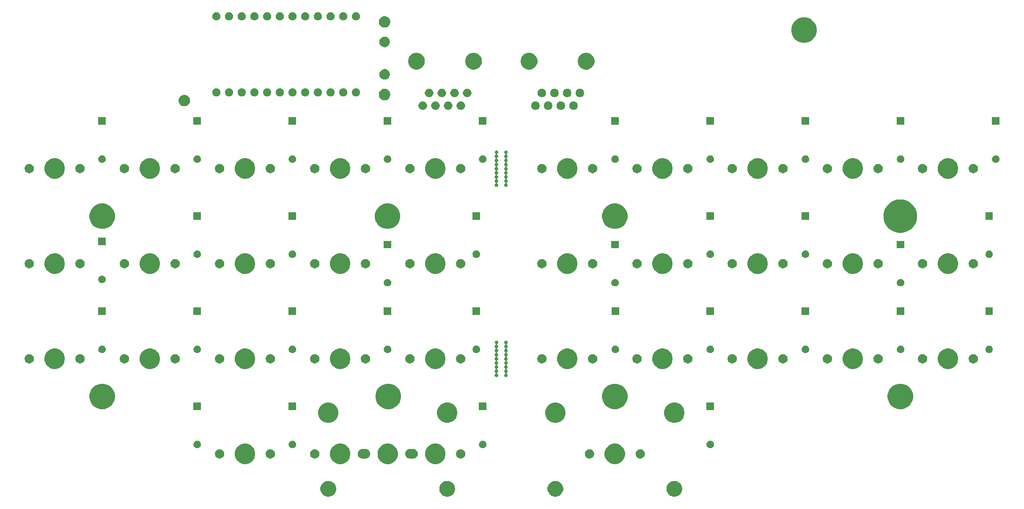
<source format=gbr>
G04 #@! TF.GenerationSoftware,KiCad,Pcbnew,(5.1.6-0-10_14)*
G04 #@! TF.CreationDate,2020-10-19T10:54:39+09:00*
G04 #@! TF.ProjectId,reviung34-split-L,72657669-756e-4673-9334-2d73706c6974,2.0*
G04 #@! TF.SameCoordinates,Original*
G04 #@! TF.FileFunction,Soldermask,Top*
G04 #@! TF.FilePolarity,Negative*
%FSLAX46Y46*%
G04 Gerber Fmt 4.6, Leading zero omitted, Abs format (unit mm)*
G04 Created by KiCad (PCBNEW (5.1.6-0-10_14)) date 2020-10-19 10:54:39*
%MOMM*%
%LPD*%
G01*
G04 APERTURE LIST*
%ADD10C,0.100000*%
G04 APERTURE END LIST*
D10*
G36*
X186300661Y-144420526D02*
G01*
X186419387Y-144469704D01*
X186587291Y-144539252D01*
X186587292Y-144539253D01*
X186845254Y-144711617D01*
X187064633Y-144930996D01*
X187179803Y-145103361D01*
X187236998Y-145188959D01*
X187355724Y-145475590D01*
X187416250Y-145779875D01*
X187416250Y-146090125D01*
X187355724Y-146394410D01*
X187236998Y-146681041D01*
X187236997Y-146681042D01*
X187064633Y-146939004D01*
X186845254Y-147158383D01*
X186672889Y-147273553D01*
X186587291Y-147330748D01*
X186419387Y-147400296D01*
X186300661Y-147449474D01*
X185996375Y-147510000D01*
X185686125Y-147510000D01*
X185381839Y-147449474D01*
X185263113Y-147400296D01*
X185095209Y-147330748D01*
X185009611Y-147273553D01*
X184837246Y-147158383D01*
X184617867Y-146939004D01*
X184445503Y-146681042D01*
X184445502Y-146681041D01*
X184326776Y-146394410D01*
X184266250Y-146090125D01*
X184266250Y-145779875D01*
X184326776Y-145475590D01*
X184445502Y-145188959D01*
X184502697Y-145103361D01*
X184617867Y-144930996D01*
X184837246Y-144711617D01*
X185095208Y-144539253D01*
X185095209Y-144539252D01*
X185263113Y-144469704D01*
X185381839Y-144420526D01*
X185686125Y-144360000D01*
X185996375Y-144360000D01*
X186300661Y-144420526D01*
G37*
G36*
X162488161Y-144420526D02*
G01*
X162606887Y-144469704D01*
X162774791Y-144539252D01*
X162774792Y-144539253D01*
X163032754Y-144711617D01*
X163252133Y-144930996D01*
X163367303Y-145103361D01*
X163424498Y-145188959D01*
X163543224Y-145475590D01*
X163603750Y-145779875D01*
X163603750Y-146090125D01*
X163543224Y-146394410D01*
X163424498Y-146681041D01*
X163424497Y-146681042D01*
X163252133Y-146939004D01*
X163032754Y-147158383D01*
X162860389Y-147273553D01*
X162774791Y-147330748D01*
X162606887Y-147400296D01*
X162488161Y-147449474D01*
X162183875Y-147510000D01*
X161873625Y-147510000D01*
X161569339Y-147449474D01*
X161450613Y-147400296D01*
X161282709Y-147330748D01*
X161197111Y-147273553D01*
X161024746Y-147158383D01*
X160805367Y-146939004D01*
X160633003Y-146681042D01*
X160633002Y-146681041D01*
X160514276Y-146394410D01*
X160453750Y-146090125D01*
X160453750Y-145779875D01*
X160514276Y-145475590D01*
X160633002Y-145188959D01*
X160690197Y-145103361D01*
X160805367Y-144930996D01*
X161024746Y-144711617D01*
X161282708Y-144539253D01*
X161282709Y-144539252D01*
X161450613Y-144469704D01*
X161569339Y-144420526D01*
X161873625Y-144360000D01*
X162183875Y-144360000D01*
X162488161Y-144420526D01*
G37*
G36*
X140840661Y-144420526D02*
G01*
X140959387Y-144469704D01*
X141127291Y-144539252D01*
X141127292Y-144539253D01*
X141385254Y-144711617D01*
X141604633Y-144930996D01*
X141719803Y-145103361D01*
X141776998Y-145188959D01*
X141895724Y-145475590D01*
X141956250Y-145779875D01*
X141956250Y-146090125D01*
X141895724Y-146394410D01*
X141776998Y-146681041D01*
X141776997Y-146681042D01*
X141604633Y-146939004D01*
X141385254Y-147158383D01*
X141212889Y-147273553D01*
X141127291Y-147330748D01*
X140959387Y-147400296D01*
X140840661Y-147449474D01*
X140536375Y-147510000D01*
X140226125Y-147510000D01*
X139921839Y-147449474D01*
X139803113Y-147400296D01*
X139635209Y-147330748D01*
X139549611Y-147273553D01*
X139377246Y-147158383D01*
X139157867Y-146939004D01*
X138985503Y-146681042D01*
X138985502Y-146681041D01*
X138866776Y-146394410D01*
X138806250Y-146090125D01*
X138806250Y-145779875D01*
X138866776Y-145475590D01*
X138985502Y-145188959D01*
X139042697Y-145103361D01*
X139157867Y-144930996D01*
X139377246Y-144711617D01*
X139635208Y-144539253D01*
X139635209Y-144539252D01*
X139803113Y-144469704D01*
X139921839Y-144420526D01*
X140226125Y-144360000D01*
X140536375Y-144360000D01*
X140840661Y-144420526D01*
G37*
G36*
X117028161Y-144420526D02*
G01*
X117146887Y-144469704D01*
X117314791Y-144539252D01*
X117314792Y-144539253D01*
X117572754Y-144711617D01*
X117792133Y-144930996D01*
X117907303Y-145103361D01*
X117964498Y-145188959D01*
X118083224Y-145475590D01*
X118143750Y-145779875D01*
X118143750Y-146090125D01*
X118083224Y-146394410D01*
X117964498Y-146681041D01*
X117964497Y-146681042D01*
X117792133Y-146939004D01*
X117572754Y-147158383D01*
X117400389Y-147273553D01*
X117314791Y-147330748D01*
X117146887Y-147400296D01*
X117028161Y-147449474D01*
X116723875Y-147510000D01*
X116413625Y-147510000D01*
X116109339Y-147449474D01*
X115990613Y-147400296D01*
X115822709Y-147330748D01*
X115737111Y-147273553D01*
X115564746Y-147158383D01*
X115345367Y-146939004D01*
X115173003Y-146681042D01*
X115173002Y-146681041D01*
X115054276Y-146394410D01*
X114993750Y-146090125D01*
X114993750Y-145779875D01*
X115054276Y-145475590D01*
X115173002Y-145188959D01*
X115230197Y-145103361D01*
X115345367Y-144930996D01*
X115564746Y-144711617D01*
X115822708Y-144539253D01*
X115822709Y-144539252D01*
X115990613Y-144469704D01*
X116109339Y-144420526D01*
X116413625Y-144360000D01*
X116723875Y-144360000D01*
X117028161Y-144420526D01*
G37*
G36*
X100496474Y-136983684D02*
G01*
X100714474Y-137073983D01*
X100868623Y-137137833D01*
X101203548Y-137361623D01*
X101488377Y-137646452D01*
X101712167Y-137981377D01*
X101744562Y-138059586D01*
X101866316Y-138353526D01*
X101944900Y-138748594D01*
X101944900Y-139151406D01*
X101866316Y-139546474D01*
X101815451Y-139669272D01*
X101712167Y-139918623D01*
X101488377Y-140253548D01*
X101203548Y-140538377D01*
X100868623Y-140762167D01*
X100714474Y-140826017D01*
X100496474Y-140916316D01*
X100101406Y-140994900D01*
X99698594Y-140994900D01*
X99303526Y-140916316D01*
X99085526Y-140826017D01*
X98931377Y-140762167D01*
X98596452Y-140538377D01*
X98311623Y-140253548D01*
X98087833Y-139918623D01*
X97984549Y-139669272D01*
X97933684Y-139546474D01*
X97855100Y-139151406D01*
X97855100Y-138748594D01*
X97933684Y-138353526D01*
X98055438Y-138059586D01*
X98087833Y-137981377D01*
X98311623Y-137646452D01*
X98596452Y-137361623D01*
X98931377Y-137137833D01*
X99085526Y-137073983D01*
X99303526Y-136983684D01*
X99698594Y-136905100D01*
X100101406Y-136905100D01*
X100496474Y-136983684D01*
G37*
G36*
X119546474Y-136983684D02*
G01*
X119764474Y-137073983D01*
X119918623Y-137137833D01*
X120253548Y-137361623D01*
X120538377Y-137646452D01*
X120762167Y-137981377D01*
X120794562Y-138059586D01*
X120916316Y-138353526D01*
X120994900Y-138748594D01*
X120994900Y-139151406D01*
X120916316Y-139546474D01*
X120865451Y-139669272D01*
X120762167Y-139918623D01*
X120538377Y-140253548D01*
X120253548Y-140538377D01*
X119918623Y-140762167D01*
X119764474Y-140826017D01*
X119546474Y-140916316D01*
X119151406Y-140994900D01*
X118748594Y-140994900D01*
X118353526Y-140916316D01*
X118135526Y-140826017D01*
X117981377Y-140762167D01*
X117646452Y-140538377D01*
X117361623Y-140253548D01*
X117137833Y-139918623D01*
X117034549Y-139669272D01*
X116983684Y-139546474D01*
X116905100Y-139151406D01*
X116905100Y-138748594D01*
X116983684Y-138353526D01*
X117105438Y-138059586D01*
X117137833Y-137981377D01*
X117361623Y-137646452D01*
X117646452Y-137361623D01*
X117981377Y-137137833D01*
X118135526Y-137073983D01*
X118353526Y-136983684D01*
X118748594Y-136905100D01*
X119151406Y-136905100D01*
X119546474Y-136983684D01*
G37*
G36*
X138596474Y-136983684D02*
G01*
X138814474Y-137073983D01*
X138968623Y-137137833D01*
X139303548Y-137361623D01*
X139588377Y-137646452D01*
X139812167Y-137981377D01*
X139844562Y-138059586D01*
X139966316Y-138353526D01*
X140044900Y-138748594D01*
X140044900Y-139151406D01*
X139966316Y-139546474D01*
X139915451Y-139669272D01*
X139812167Y-139918623D01*
X139588377Y-140253548D01*
X139303548Y-140538377D01*
X138968623Y-140762167D01*
X138814474Y-140826017D01*
X138596474Y-140916316D01*
X138201406Y-140994900D01*
X137798594Y-140994900D01*
X137403526Y-140916316D01*
X137185526Y-140826017D01*
X137031377Y-140762167D01*
X136696452Y-140538377D01*
X136411623Y-140253548D01*
X136187833Y-139918623D01*
X136084549Y-139669272D01*
X136033684Y-139546474D01*
X135955100Y-139151406D01*
X135955100Y-138748594D01*
X136033684Y-138353526D01*
X136155438Y-138059586D01*
X136187833Y-137981377D01*
X136411623Y-137646452D01*
X136696452Y-137361623D01*
X137031377Y-137137833D01*
X137185526Y-137073983D01*
X137403526Y-136983684D01*
X137798594Y-136905100D01*
X138201406Y-136905100D01*
X138596474Y-136983684D01*
G37*
G36*
X174531474Y-136983684D02*
G01*
X174749474Y-137073983D01*
X174903623Y-137137833D01*
X175238548Y-137361623D01*
X175523377Y-137646452D01*
X175747167Y-137981377D01*
X175779562Y-138059586D01*
X175901316Y-138353526D01*
X175979900Y-138748594D01*
X175979900Y-139151406D01*
X175901316Y-139546474D01*
X175850451Y-139669272D01*
X175747167Y-139918623D01*
X175523377Y-140253548D01*
X175238548Y-140538377D01*
X174903623Y-140762167D01*
X174749474Y-140826017D01*
X174531474Y-140916316D01*
X174136406Y-140994900D01*
X173733594Y-140994900D01*
X173338526Y-140916316D01*
X173120526Y-140826017D01*
X172966377Y-140762167D01*
X172631452Y-140538377D01*
X172346623Y-140253548D01*
X172122833Y-139918623D01*
X172019549Y-139669272D01*
X171968684Y-139546474D01*
X171890100Y-139151406D01*
X171890100Y-138748594D01*
X171968684Y-138353526D01*
X172090438Y-138059586D01*
X172122833Y-137981377D01*
X172346623Y-137646452D01*
X172631452Y-137361623D01*
X172966377Y-137137833D01*
X173120526Y-137073983D01*
X173338526Y-136983684D01*
X173733594Y-136905100D01*
X174136406Y-136905100D01*
X174531474Y-136983684D01*
G37*
G36*
X129071474Y-136983684D02*
G01*
X129289474Y-137073983D01*
X129443623Y-137137833D01*
X129778548Y-137361623D01*
X130063377Y-137646452D01*
X130287167Y-137981377D01*
X130319562Y-138059586D01*
X130441316Y-138353526D01*
X130519900Y-138748594D01*
X130519900Y-139151406D01*
X130441316Y-139546474D01*
X130390451Y-139669272D01*
X130287167Y-139918623D01*
X130063377Y-140253548D01*
X129778548Y-140538377D01*
X129443623Y-140762167D01*
X129289474Y-140826017D01*
X129071474Y-140916316D01*
X128676406Y-140994900D01*
X128273594Y-140994900D01*
X127878526Y-140916316D01*
X127660526Y-140826017D01*
X127506377Y-140762167D01*
X127171452Y-140538377D01*
X126886623Y-140253548D01*
X126662833Y-139918623D01*
X126559549Y-139669272D01*
X126508684Y-139546474D01*
X126430100Y-139151406D01*
X126430100Y-138748594D01*
X126508684Y-138353526D01*
X126630438Y-138059586D01*
X126662833Y-137981377D01*
X126886623Y-137646452D01*
X127171452Y-137361623D01*
X127506377Y-137137833D01*
X127660526Y-137073983D01*
X127878526Y-136983684D01*
X128273594Y-136905100D01*
X128676406Y-136905100D01*
X129071474Y-136983684D01*
G37*
G36*
X133721425Y-137992760D02*
G01*
X133721428Y-137992761D01*
X133721429Y-137992761D01*
X133900693Y-138047140D01*
X133900696Y-138047142D01*
X133900697Y-138047142D01*
X134065903Y-138135446D01*
X134210712Y-138254288D01*
X134329554Y-138399097D01*
X134417858Y-138564303D01*
X134417860Y-138564307D01*
X134472239Y-138743571D01*
X134472240Y-138743575D01*
X134490601Y-138930000D01*
X134472240Y-139116425D01*
X134472239Y-139116428D01*
X134472239Y-139116429D01*
X134417860Y-139295693D01*
X134417858Y-139295696D01*
X134417858Y-139295697D01*
X134329554Y-139460903D01*
X134210712Y-139605712D01*
X134065903Y-139724554D01*
X133900697Y-139812858D01*
X133900693Y-139812860D01*
X133721429Y-139867239D01*
X133721428Y-139867239D01*
X133721425Y-139867240D01*
X133581718Y-139881000D01*
X132888282Y-139881000D01*
X132748575Y-139867240D01*
X132748572Y-139867239D01*
X132748571Y-139867239D01*
X132569307Y-139812860D01*
X132569303Y-139812858D01*
X132404097Y-139724554D01*
X132259288Y-139605712D01*
X132140446Y-139460903D01*
X132052142Y-139295697D01*
X132052142Y-139295696D01*
X132052140Y-139295693D01*
X131997761Y-139116429D01*
X131997761Y-139116428D01*
X131997760Y-139116425D01*
X131979399Y-138930000D01*
X131997760Y-138743575D01*
X131997761Y-138743571D01*
X132052140Y-138564307D01*
X132052142Y-138564303D01*
X132140446Y-138399097D01*
X132259288Y-138254288D01*
X132404097Y-138135446D01*
X132569303Y-138047142D01*
X132569304Y-138047142D01*
X132569307Y-138047140D01*
X132748571Y-137992761D01*
X132748572Y-137992761D01*
X132748575Y-137992760D01*
X132888282Y-137979000D01*
X133581718Y-137979000D01*
X133721425Y-137992760D01*
G37*
G36*
X124201425Y-137992760D02*
G01*
X124201428Y-137992761D01*
X124201429Y-137992761D01*
X124380693Y-138047140D01*
X124380696Y-138047142D01*
X124380697Y-138047142D01*
X124545903Y-138135446D01*
X124690712Y-138254288D01*
X124809554Y-138399097D01*
X124897858Y-138564303D01*
X124897860Y-138564307D01*
X124952239Y-138743571D01*
X124952240Y-138743575D01*
X124970601Y-138930000D01*
X124952240Y-139116425D01*
X124952239Y-139116428D01*
X124952239Y-139116429D01*
X124897860Y-139295693D01*
X124897858Y-139295696D01*
X124897858Y-139295697D01*
X124809554Y-139460903D01*
X124690712Y-139605712D01*
X124545903Y-139724554D01*
X124380697Y-139812858D01*
X124380693Y-139812860D01*
X124201429Y-139867239D01*
X124201428Y-139867239D01*
X124201425Y-139867240D01*
X124061718Y-139881000D01*
X123368282Y-139881000D01*
X123228575Y-139867240D01*
X123228572Y-139867239D01*
X123228571Y-139867239D01*
X123049307Y-139812860D01*
X123049303Y-139812858D01*
X122884097Y-139724554D01*
X122739288Y-139605712D01*
X122620446Y-139460903D01*
X122532142Y-139295697D01*
X122532142Y-139295696D01*
X122532140Y-139295693D01*
X122477761Y-139116429D01*
X122477761Y-139116428D01*
X122477760Y-139116425D01*
X122459399Y-138930000D01*
X122477760Y-138743575D01*
X122477761Y-138743571D01*
X122532140Y-138564307D01*
X122532142Y-138564303D01*
X122620446Y-138399097D01*
X122739288Y-138254288D01*
X122884097Y-138135446D01*
X123049303Y-138047142D01*
X123049304Y-138047142D01*
X123049307Y-138047140D01*
X123228571Y-137992761D01*
X123228572Y-137992761D01*
X123228575Y-137992760D01*
X123368282Y-137979000D01*
X124061718Y-137979000D01*
X124201425Y-137992760D01*
G37*
G36*
X179285104Y-138059585D02*
G01*
X179453626Y-138129389D01*
X179605291Y-138230728D01*
X179734272Y-138359709D01*
X179835611Y-138511374D01*
X179905415Y-138679896D01*
X179941000Y-138858797D01*
X179941000Y-139041203D01*
X179905415Y-139220104D01*
X179835611Y-139388626D01*
X179734272Y-139540291D01*
X179605291Y-139669272D01*
X179453626Y-139770611D01*
X179285104Y-139840415D01*
X179106203Y-139876000D01*
X178923797Y-139876000D01*
X178744896Y-139840415D01*
X178576374Y-139770611D01*
X178424709Y-139669272D01*
X178295728Y-139540291D01*
X178194389Y-139388626D01*
X178124585Y-139220104D01*
X178089000Y-139041203D01*
X178089000Y-138858797D01*
X178124585Y-138679896D01*
X178194389Y-138511374D01*
X178295728Y-138359709D01*
X178424709Y-138230728D01*
X178576374Y-138129389D01*
X178744896Y-138059585D01*
X178923797Y-138024000D01*
X179106203Y-138024000D01*
X179285104Y-138059585D01*
G37*
G36*
X169125104Y-138059585D02*
G01*
X169293626Y-138129389D01*
X169445291Y-138230728D01*
X169574272Y-138359709D01*
X169675611Y-138511374D01*
X169745415Y-138679896D01*
X169781000Y-138858797D01*
X169781000Y-139041203D01*
X169745415Y-139220104D01*
X169675611Y-139388626D01*
X169574272Y-139540291D01*
X169445291Y-139669272D01*
X169293626Y-139770611D01*
X169125104Y-139840415D01*
X168946203Y-139876000D01*
X168763797Y-139876000D01*
X168584896Y-139840415D01*
X168416374Y-139770611D01*
X168264709Y-139669272D01*
X168135728Y-139540291D01*
X168034389Y-139388626D01*
X167964585Y-139220104D01*
X167929000Y-139041203D01*
X167929000Y-138858797D01*
X167964585Y-138679896D01*
X168034389Y-138511374D01*
X168135728Y-138359709D01*
X168264709Y-138230728D01*
X168416374Y-138129389D01*
X168584896Y-138059585D01*
X168763797Y-138024000D01*
X168946203Y-138024000D01*
X169125104Y-138059585D01*
G37*
G36*
X143350104Y-138059585D02*
G01*
X143518626Y-138129389D01*
X143670291Y-138230728D01*
X143799272Y-138359709D01*
X143900611Y-138511374D01*
X143970415Y-138679896D01*
X144006000Y-138858797D01*
X144006000Y-139041203D01*
X143970415Y-139220104D01*
X143900611Y-139388626D01*
X143799272Y-139540291D01*
X143670291Y-139669272D01*
X143518626Y-139770611D01*
X143350104Y-139840415D01*
X143171203Y-139876000D01*
X142988797Y-139876000D01*
X142809896Y-139840415D01*
X142641374Y-139770611D01*
X142489709Y-139669272D01*
X142360728Y-139540291D01*
X142259389Y-139388626D01*
X142189585Y-139220104D01*
X142154000Y-139041203D01*
X142154000Y-138858797D01*
X142189585Y-138679896D01*
X142259389Y-138511374D01*
X142360728Y-138359709D01*
X142489709Y-138230728D01*
X142641374Y-138129389D01*
X142809896Y-138059585D01*
X142988797Y-138024000D01*
X143171203Y-138024000D01*
X143350104Y-138059585D01*
G37*
G36*
X114140104Y-138059585D02*
G01*
X114308626Y-138129389D01*
X114460291Y-138230728D01*
X114589272Y-138359709D01*
X114690611Y-138511374D01*
X114760415Y-138679896D01*
X114796000Y-138858797D01*
X114796000Y-139041203D01*
X114760415Y-139220104D01*
X114690611Y-139388626D01*
X114589272Y-139540291D01*
X114460291Y-139669272D01*
X114308626Y-139770611D01*
X114140104Y-139840415D01*
X113961203Y-139876000D01*
X113778797Y-139876000D01*
X113599896Y-139840415D01*
X113431374Y-139770611D01*
X113279709Y-139669272D01*
X113150728Y-139540291D01*
X113049389Y-139388626D01*
X112979585Y-139220104D01*
X112944000Y-139041203D01*
X112944000Y-138858797D01*
X112979585Y-138679896D01*
X113049389Y-138511374D01*
X113150728Y-138359709D01*
X113279709Y-138230728D01*
X113431374Y-138129389D01*
X113599896Y-138059585D01*
X113778797Y-138024000D01*
X113961203Y-138024000D01*
X114140104Y-138059585D01*
G37*
G36*
X105250104Y-138059585D02*
G01*
X105418626Y-138129389D01*
X105570291Y-138230728D01*
X105699272Y-138359709D01*
X105800611Y-138511374D01*
X105870415Y-138679896D01*
X105906000Y-138858797D01*
X105906000Y-139041203D01*
X105870415Y-139220104D01*
X105800611Y-139388626D01*
X105699272Y-139540291D01*
X105570291Y-139669272D01*
X105418626Y-139770611D01*
X105250104Y-139840415D01*
X105071203Y-139876000D01*
X104888797Y-139876000D01*
X104709896Y-139840415D01*
X104541374Y-139770611D01*
X104389709Y-139669272D01*
X104260728Y-139540291D01*
X104159389Y-139388626D01*
X104089585Y-139220104D01*
X104054000Y-139041203D01*
X104054000Y-138858797D01*
X104089585Y-138679896D01*
X104159389Y-138511374D01*
X104260728Y-138359709D01*
X104389709Y-138230728D01*
X104541374Y-138129389D01*
X104709896Y-138059585D01*
X104888797Y-138024000D01*
X105071203Y-138024000D01*
X105250104Y-138059585D01*
G37*
G36*
X95090104Y-138059585D02*
G01*
X95258626Y-138129389D01*
X95410291Y-138230728D01*
X95539272Y-138359709D01*
X95640611Y-138511374D01*
X95710415Y-138679896D01*
X95746000Y-138858797D01*
X95746000Y-139041203D01*
X95710415Y-139220104D01*
X95640611Y-139388626D01*
X95539272Y-139540291D01*
X95410291Y-139669272D01*
X95258626Y-139770611D01*
X95090104Y-139840415D01*
X94911203Y-139876000D01*
X94728797Y-139876000D01*
X94549896Y-139840415D01*
X94381374Y-139770611D01*
X94229709Y-139669272D01*
X94100728Y-139540291D01*
X93999389Y-139388626D01*
X93929585Y-139220104D01*
X93894000Y-139041203D01*
X93894000Y-138858797D01*
X93929585Y-138679896D01*
X93999389Y-138511374D01*
X94100728Y-138359709D01*
X94229709Y-138230728D01*
X94381374Y-138129389D01*
X94549896Y-138059585D01*
X94728797Y-138024000D01*
X94911203Y-138024000D01*
X95090104Y-138059585D01*
G37*
G36*
X109484425Y-136314599D02*
G01*
X109608621Y-136339302D01*
X109745022Y-136395801D01*
X109867779Y-136477825D01*
X109972175Y-136582221D01*
X110054199Y-136704978D01*
X110110698Y-136841379D01*
X110123372Y-136905100D01*
X110139004Y-136983684D01*
X110139500Y-136986181D01*
X110139500Y-137133819D01*
X110110698Y-137278621D01*
X110054199Y-137415022D01*
X109972175Y-137537779D01*
X109867779Y-137642175D01*
X109745022Y-137724199D01*
X109608621Y-137780698D01*
X109484425Y-137805401D01*
X109463820Y-137809500D01*
X109316180Y-137809500D01*
X109295575Y-137805401D01*
X109171379Y-137780698D01*
X109034978Y-137724199D01*
X108912221Y-137642175D01*
X108807825Y-137537779D01*
X108725801Y-137415022D01*
X108669302Y-137278621D01*
X108640500Y-137133819D01*
X108640500Y-136986181D01*
X108640997Y-136983684D01*
X108656628Y-136905100D01*
X108669302Y-136841379D01*
X108725801Y-136704978D01*
X108807825Y-136582221D01*
X108912221Y-136477825D01*
X109034978Y-136395801D01*
X109171379Y-136339302D01*
X109295575Y-136314599D01*
X109316180Y-136310500D01*
X109463820Y-136310500D01*
X109484425Y-136314599D01*
G37*
G36*
X147584425Y-136314599D02*
G01*
X147708621Y-136339302D01*
X147845022Y-136395801D01*
X147967779Y-136477825D01*
X148072175Y-136582221D01*
X148154199Y-136704978D01*
X148210698Y-136841379D01*
X148223372Y-136905100D01*
X148239004Y-136983684D01*
X148239500Y-136986181D01*
X148239500Y-137133819D01*
X148210698Y-137278621D01*
X148154199Y-137415022D01*
X148072175Y-137537779D01*
X147967779Y-137642175D01*
X147845022Y-137724199D01*
X147708621Y-137780698D01*
X147584425Y-137805401D01*
X147563820Y-137809500D01*
X147416180Y-137809500D01*
X147395575Y-137805401D01*
X147271379Y-137780698D01*
X147134978Y-137724199D01*
X147012221Y-137642175D01*
X146907825Y-137537779D01*
X146825801Y-137415022D01*
X146769302Y-137278621D01*
X146740500Y-137133819D01*
X146740500Y-136986181D01*
X146740997Y-136983684D01*
X146756628Y-136905100D01*
X146769302Y-136841379D01*
X146825801Y-136704978D01*
X146907825Y-136582221D01*
X147012221Y-136477825D01*
X147134978Y-136395801D01*
X147271379Y-136339302D01*
X147395575Y-136314599D01*
X147416180Y-136310500D01*
X147563820Y-136310500D01*
X147584425Y-136314599D01*
G37*
G36*
X90434425Y-136314599D02*
G01*
X90558621Y-136339302D01*
X90695022Y-136395801D01*
X90817779Y-136477825D01*
X90922175Y-136582221D01*
X91004199Y-136704978D01*
X91060698Y-136841379D01*
X91073372Y-136905100D01*
X91089004Y-136983684D01*
X91089500Y-136986181D01*
X91089500Y-137133819D01*
X91060698Y-137278621D01*
X91004199Y-137415022D01*
X90922175Y-137537779D01*
X90817779Y-137642175D01*
X90695022Y-137724199D01*
X90558621Y-137780698D01*
X90434425Y-137805401D01*
X90413820Y-137809500D01*
X90266180Y-137809500D01*
X90245575Y-137805401D01*
X90121379Y-137780698D01*
X89984978Y-137724199D01*
X89862221Y-137642175D01*
X89757825Y-137537779D01*
X89675801Y-137415022D01*
X89619302Y-137278621D01*
X89590500Y-137133819D01*
X89590500Y-136986181D01*
X89590997Y-136983684D01*
X89606628Y-136905100D01*
X89619302Y-136841379D01*
X89675801Y-136704978D01*
X89757825Y-136582221D01*
X89862221Y-136477825D01*
X89984978Y-136395801D01*
X90121379Y-136339302D01*
X90245575Y-136314599D01*
X90266180Y-136310500D01*
X90413820Y-136310500D01*
X90434425Y-136314599D01*
G37*
G36*
X193124425Y-136314599D02*
G01*
X193248621Y-136339302D01*
X193385022Y-136395801D01*
X193507779Y-136477825D01*
X193612175Y-136582221D01*
X193694199Y-136704978D01*
X193750698Y-136841379D01*
X193763372Y-136905100D01*
X193779004Y-136983684D01*
X193779500Y-136986181D01*
X193779500Y-137133819D01*
X193750698Y-137278621D01*
X193694199Y-137415022D01*
X193612175Y-137537779D01*
X193507779Y-137642175D01*
X193385022Y-137724199D01*
X193248621Y-137780698D01*
X193124425Y-137805401D01*
X193103820Y-137809500D01*
X192956180Y-137809500D01*
X192935575Y-137805401D01*
X192811379Y-137780698D01*
X192674978Y-137724199D01*
X192552221Y-137642175D01*
X192447825Y-137537779D01*
X192365801Y-137415022D01*
X192309302Y-137278621D01*
X192280500Y-137133819D01*
X192280500Y-136986181D01*
X192280997Y-136983684D01*
X192296628Y-136905100D01*
X192309302Y-136841379D01*
X192365801Y-136704978D01*
X192447825Y-136582221D01*
X192552221Y-136477825D01*
X192674978Y-136395801D01*
X192811379Y-136339302D01*
X192935575Y-136314599D01*
X192956180Y-136310500D01*
X193103820Y-136310500D01*
X193124425Y-136314599D01*
G37*
G36*
X162625224Y-128728684D02*
G01*
X162843224Y-128818983D01*
X162997373Y-128882833D01*
X163332298Y-129106623D01*
X163617127Y-129391452D01*
X163840917Y-129726377D01*
X163840917Y-129726378D01*
X163995066Y-130098526D01*
X164073650Y-130493594D01*
X164073650Y-130896406D01*
X163995066Y-131291474D01*
X163904767Y-131509474D01*
X163840917Y-131663623D01*
X163617127Y-131998548D01*
X163332298Y-132283377D01*
X162997373Y-132507167D01*
X162843224Y-132571017D01*
X162625224Y-132661316D01*
X162230156Y-132739900D01*
X161827344Y-132739900D01*
X161432276Y-132661316D01*
X161214276Y-132571017D01*
X161060127Y-132507167D01*
X160725202Y-132283377D01*
X160440373Y-131998548D01*
X160216583Y-131663623D01*
X160152733Y-131509474D01*
X160062434Y-131291474D01*
X159983850Y-130896406D01*
X159983850Y-130493594D01*
X160062434Y-130098526D01*
X160216583Y-129726378D01*
X160216583Y-129726377D01*
X160440373Y-129391452D01*
X160725202Y-129106623D01*
X161060127Y-128882833D01*
X161214276Y-128818983D01*
X161432276Y-128728684D01*
X161827344Y-128650100D01*
X162230156Y-128650100D01*
X162625224Y-128728684D01*
G37*
G36*
X186437724Y-128728684D02*
G01*
X186655724Y-128818983D01*
X186809873Y-128882833D01*
X187144798Y-129106623D01*
X187429627Y-129391452D01*
X187653417Y-129726377D01*
X187653417Y-129726378D01*
X187807566Y-130098526D01*
X187886150Y-130493594D01*
X187886150Y-130896406D01*
X187807566Y-131291474D01*
X187717267Y-131509474D01*
X187653417Y-131663623D01*
X187429627Y-131998548D01*
X187144798Y-132283377D01*
X186809873Y-132507167D01*
X186655724Y-132571017D01*
X186437724Y-132661316D01*
X186042656Y-132739900D01*
X185639844Y-132739900D01*
X185244776Y-132661316D01*
X185026776Y-132571017D01*
X184872627Y-132507167D01*
X184537702Y-132283377D01*
X184252873Y-131998548D01*
X184029083Y-131663623D01*
X183965233Y-131509474D01*
X183874934Y-131291474D01*
X183796350Y-130896406D01*
X183796350Y-130493594D01*
X183874934Y-130098526D01*
X184029083Y-129726378D01*
X184029083Y-129726377D01*
X184252873Y-129391452D01*
X184537702Y-129106623D01*
X184872627Y-128882833D01*
X185026776Y-128818983D01*
X185244776Y-128728684D01*
X185639844Y-128650100D01*
X186042656Y-128650100D01*
X186437724Y-128728684D01*
G37*
G36*
X117165224Y-128728684D02*
G01*
X117383224Y-128818983D01*
X117537373Y-128882833D01*
X117872298Y-129106623D01*
X118157127Y-129391452D01*
X118380917Y-129726377D01*
X118380917Y-129726378D01*
X118535066Y-130098526D01*
X118613650Y-130493594D01*
X118613650Y-130896406D01*
X118535066Y-131291474D01*
X118444767Y-131509474D01*
X118380917Y-131663623D01*
X118157127Y-131998548D01*
X117872298Y-132283377D01*
X117537373Y-132507167D01*
X117383224Y-132571017D01*
X117165224Y-132661316D01*
X116770156Y-132739900D01*
X116367344Y-132739900D01*
X115972276Y-132661316D01*
X115754276Y-132571017D01*
X115600127Y-132507167D01*
X115265202Y-132283377D01*
X114980373Y-131998548D01*
X114756583Y-131663623D01*
X114692733Y-131509474D01*
X114602434Y-131291474D01*
X114523850Y-130896406D01*
X114523850Y-130493594D01*
X114602434Y-130098526D01*
X114756583Y-129726378D01*
X114756583Y-129726377D01*
X114980373Y-129391452D01*
X115265202Y-129106623D01*
X115600127Y-128882833D01*
X115754276Y-128818983D01*
X115972276Y-128728684D01*
X116367344Y-128650100D01*
X116770156Y-128650100D01*
X117165224Y-128728684D01*
G37*
G36*
X140975857Y-128734838D02*
G01*
X141333149Y-128882833D01*
X141346842Y-128888505D01*
X141680718Y-129111594D01*
X141964656Y-129395532D01*
X142185720Y-129726378D01*
X142187746Y-129729410D01*
X142341412Y-130100393D01*
X142419750Y-130494224D01*
X142419750Y-130895776D01*
X142341412Y-131289607D01*
X142340638Y-131291475D01*
X142187745Y-131660592D01*
X141964656Y-131994468D01*
X141680718Y-132278406D01*
X141346842Y-132501495D01*
X141346841Y-132501496D01*
X141346840Y-132501496D01*
X140975857Y-132655162D01*
X140582026Y-132733500D01*
X140180474Y-132733500D01*
X139786643Y-132655162D01*
X139415660Y-132501496D01*
X139415659Y-132501496D01*
X139415658Y-132501495D01*
X139081782Y-132278406D01*
X138797844Y-131994468D01*
X138574755Y-131660592D01*
X138421862Y-131291475D01*
X138421088Y-131289607D01*
X138342750Y-130895776D01*
X138342750Y-130494224D01*
X138421088Y-130100393D01*
X138574754Y-129729410D01*
X138576780Y-129726378D01*
X138797844Y-129395532D01*
X139081782Y-129111594D01*
X139415658Y-128888505D01*
X139429351Y-128882833D01*
X139786643Y-128734838D01*
X140180474Y-128656500D01*
X140582026Y-128656500D01*
X140975857Y-128734838D01*
G37*
G36*
X91089500Y-130189500D02*
G01*
X89590500Y-130189500D01*
X89590500Y-128690500D01*
X91089500Y-128690500D01*
X91089500Y-130189500D01*
G37*
G36*
X193779500Y-130189500D02*
G01*
X192280500Y-130189500D01*
X192280500Y-128690500D01*
X193779500Y-128690500D01*
X193779500Y-130189500D01*
G37*
G36*
X148239500Y-130189500D02*
G01*
X146740500Y-130189500D01*
X146740500Y-128690500D01*
X148239500Y-128690500D01*
X148239500Y-130189500D01*
G37*
G36*
X110139500Y-130189500D02*
G01*
X108640500Y-130189500D01*
X108640500Y-128690500D01*
X110139500Y-128690500D01*
X110139500Y-130189500D01*
G37*
G36*
X72064098Y-124987033D02*
G01*
X72528350Y-125179332D01*
X72528352Y-125179333D01*
X72946168Y-125458509D01*
X73301491Y-125813832D01*
X73580667Y-126231648D01*
X73580668Y-126231650D01*
X73772967Y-126695902D01*
X73871000Y-127188747D01*
X73871000Y-127691253D01*
X73772967Y-128184098D01*
X73580668Y-128648350D01*
X73580667Y-128648352D01*
X73301491Y-129066168D01*
X72946168Y-129421491D01*
X72528352Y-129700667D01*
X72528351Y-129700668D01*
X72528350Y-129700668D01*
X72064098Y-129892967D01*
X71571253Y-129991000D01*
X71068747Y-129991000D01*
X70575902Y-129892967D01*
X70111650Y-129700668D01*
X70111649Y-129700668D01*
X70111648Y-129700667D01*
X69693832Y-129421491D01*
X69338509Y-129066168D01*
X69059333Y-128648352D01*
X69059332Y-128648350D01*
X68867033Y-128184098D01*
X68769000Y-127691253D01*
X68769000Y-127188747D01*
X68867033Y-126695902D01*
X69059332Y-126231650D01*
X69059333Y-126231648D01*
X69338509Y-125813832D01*
X69693832Y-125458509D01*
X70111648Y-125179333D01*
X70111650Y-125179332D01*
X70575902Y-124987033D01*
X71068747Y-124889000D01*
X71571253Y-124889000D01*
X72064098Y-124987033D01*
G37*
G36*
X129314098Y-124987033D02*
G01*
X129778350Y-125179332D01*
X129778352Y-125179333D01*
X130196168Y-125458509D01*
X130551491Y-125813832D01*
X130830667Y-126231648D01*
X130830668Y-126231650D01*
X131022967Y-126695902D01*
X131121000Y-127188747D01*
X131121000Y-127691253D01*
X131022967Y-128184098D01*
X130830668Y-128648350D01*
X130830667Y-128648352D01*
X130551491Y-129066168D01*
X130196168Y-129421491D01*
X129778352Y-129700667D01*
X129778351Y-129700668D01*
X129778350Y-129700668D01*
X129314098Y-129892967D01*
X128821253Y-129991000D01*
X128318747Y-129991000D01*
X127825902Y-129892967D01*
X127361650Y-129700668D01*
X127361649Y-129700668D01*
X127361648Y-129700667D01*
X126943832Y-129421491D01*
X126588509Y-129066168D01*
X126309333Y-128648352D01*
X126309332Y-128648350D01*
X126117033Y-128184098D01*
X126019000Y-127691253D01*
X126019000Y-127188747D01*
X126117033Y-126695902D01*
X126309332Y-126231650D01*
X126309333Y-126231648D01*
X126588509Y-125813832D01*
X126943832Y-125458509D01*
X127361648Y-125179333D01*
X127361650Y-125179332D01*
X127825902Y-124987033D01*
X128318747Y-124889000D01*
X128821253Y-124889000D01*
X129314098Y-124987033D01*
G37*
G36*
X174674098Y-124987033D02*
G01*
X175138350Y-125179332D01*
X175138352Y-125179333D01*
X175556168Y-125458509D01*
X175911491Y-125813832D01*
X176190667Y-126231648D01*
X176190668Y-126231650D01*
X176382967Y-126695902D01*
X176481000Y-127188747D01*
X176481000Y-127691253D01*
X176382967Y-128184098D01*
X176190668Y-128648350D01*
X176190667Y-128648352D01*
X175911491Y-129066168D01*
X175556168Y-129421491D01*
X175138352Y-129700667D01*
X175138351Y-129700668D01*
X175138350Y-129700668D01*
X174674098Y-129892967D01*
X174181253Y-129991000D01*
X173678747Y-129991000D01*
X173185902Y-129892967D01*
X172721650Y-129700668D01*
X172721649Y-129700668D01*
X172721648Y-129700667D01*
X172303832Y-129421491D01*
X171948509Y-129066168D01*
X171669333Y-128648352D01*
X171669332Y-128648350D01*
X171477033Y-128184098D01*
X171379000Y-127691253D01*
X171379000Y-127188747D01*
X171477033Y-126695902D01*
X171669332Y-126231650D01*
X171669333Y-126231648D01*
X171948509Y-125813832D01*
X172303832Y-125458509D01*
X172721648Y-125179333D01*
X172721650Y-125179332D01*
X173185902Y-124987033D01*
X173678747Y-124889000D01*
X174181253Y-124889000D01*
X174674098Y-124987033D01*
G37*
G36*
X231824098Y-124987033D02*
G01*
X232288350Y-125179332D01*
X232288352Y-125179333D01*
X232706168Y-125458509D01*
X233061491Y-125813832D01*
X233340667Y-126231648D01*
X233340668Y-126231650D01*
X233532967Y-126695902D01*
X233631000Y-127188747D01*
X233631000Y-127691253D01*
X233532967Y-128184098D01*
X233340668Y-128648350D01*
X233340667Y-128648352D01*
X233061491Y-129066168D01*
X232706168Y-129421491D01*
X232288352Y-129700667D01*
X232288351Y-129700668D01*
X232288350Y-129700668D01*
X231824098Y-129892967D01*
X231331253Y-129991000D01*
X230828747Y-129991000D01*
X230335902Y-129892967D01*
X229871650Y-129700668D01*
X229871649Y-129700668D01*
X229871648Y-129700667D01*
X229453832Y-129421491D01*
X229098509Y-129066168D01*
X228819333Y-128648352D01*
X228819332Y-128648350D01*
X228627033Y-128184098D01*
X228529000Y-127691253D01*
X228529000Y-127188747D01*
X228627033Y-126695902D01*
X228819332Y-126231650D01*
X228819333Y-126231648D01*
X229098509Y-125813832D01*
X229453832Y-125458509D01*
X229871648Y-125179333D01*
X229871650Y-125179332D01*
X230335902Y-124987033D01*
X230828747Y-124889000D01*
X231331253Y-124889000D01*
X231824098Y-124987033D01*
G37*
G36*
X150342383Y-116262489D02*
G01*
X150342386Y-116262490D01*
X150342385Y-116262490D01*
X150406258Y-116288946D01*
X150463748Y-116327360D01*
X150512640Y-116376252D01*
X150551054Y-116433742D01*
X150572624Y-116485818D01*
X150577511Y-116497617D01*
X150591000Y-116565430D01*
X150591000Y-116634570D01*
X150577511Y-116702383D01*
X150577510Y-116702385D01*
X150551054Y-116766258D01*
X150512640Y-116823748D01*
X150463745Y-116872643D01*
X150404980Y-116911909D01*
X150386038Y-116927454D01*
X150370493Y-116946396D01*
X150358942Y-116968007D01*
X150351829Y-116991456D01*
X150349427Y-117015842D01*
X150351829Y-117040228D01*
X150358942Y-117063677D01*
X150370494Y-117085287D01*
X150386039Y-117104229D01*
X150404980Y-117119774D01*
X150453748Y-117152360D01*
X150502640Y-117201252D01*
X150541054Y-117258742D01*
X150553712Y-117289302D01*
X150567511Y-117322617D01*
X150581000Y-117390430D01*
X150581000Y-117459570D01*
X150567511Y-117527383D01*
X150567510Y-117527385D01*
X150541054Y-117591258D01*
X150502640Y-117648748D01*
X150453745Y-117697643D01*
X150399980Y-117733568D01*
X150381038Y-117749113D01*
X150365493Y-117768055D01*
X150353942Y-117789666D01*
X150346829Y-117813115D01*
X150344427Y-117837501D01*
X150346829Y-117861887D01*
X150353942Y-117885336D01*
X150365494Y-117906946D01*
X150381039Y-117925888D01*
X150399980Y-117941432D01*
X150453745Y-117977357D01*
X150502640Y-118026252D01*
X150541054Y-118083742D01*
X150541086Y-118083820D01*
X150567511Y-118147617D01*
X150581000Y-118215430D01*
X150581000Y-118284570D01*
X150567511Y-118352383D01*
X150567510Y-118352385D01*
X150541054Y-118416258D01*
X150502640Y-118473748D01*
X150453745Y-118522643D01*
X150399980Y-118558568D01*
X150381038Y-118574113D01*
X150365493Y-118593055D01*
X150353942Y-118614666D01*
X150346829Y-118638115D01*
X150344427Y-118662501D01*
X150346829Y-118686887D01*
X150353942Y-118710336D01*
X150365494Y-118731946D01*
X150381039Y-118750888D01*
X150399980Y-118766432D01*
X150453745Y-118802357D01*
X150502640Y-118851252D01*
X150541054Y-118908742D01*
X150562624Y-118960818D01*
X150567511Y-118972617D01*
X150581000Y-119040430D01*
X150581000Y-119109570D01*
X150567511Y-119177383D01*
X150567510Y-119177385D01*
X150541054Y-119241258D01*
X150502640Y-119298748D01*
X150453745Y-119347643D01*
X150399980Y-119383568D01*
X150381038Y-119399113D01*
X150365493Y-119418055D01*
X150353942Y-119439666D01*
X150346829Y-119463115D01*
X150344427Y-119487501D01*
X150346829Y-119511887D01*
X150353942Y-119535336D01*
X150365494Y-119556946D01*
X150381039Y-119575888D01*
X150399980Y-119591432D01*
X150453745Y-119627357D01*
X150502640Y-119676252D01*
X150541054Y-119733742D01*
X150562624Y-119785818D01*
X150567511Y-119797617D01*
X150581000Y-119865430D01*
X150581000Y-119934570D01*
X150567511Y-120002383D01*
X150567510Y-120002385D01*
X150541054Y-120066258D01*
X150502640Y-120123748D01*
X150453745Y-120172643D01*
X150399980Y-120208568D01*
X150381038Y-120224113D01*
X150365493Y-120243055D01*
X150353942Y-120264666D01*
X150346829Y-120288115D01*
X150344427Y-120312501D01*
X150346829Y-120336887D01*
X150353942Y-120360336D01*
X150365494Y-120381946D01*
X150381039Y-120400888D01*
X150399980Y-120416432D01*
X150453745Y-120452357D01*
X150502640Y-120501252D01*
X150541054Y-120558742D01*
X150562624Y-120610818D01*
X150567511Y-120622617D01*
X150581000Y-120690430D01*
X150581000Y-120759570D01*
X150567511Y-120827383D01*
X150567510Y-120827385D01*
X150541054Y-120891258D01*
X150502640Y-120948748D01*
X150453745Y-120997643D01*
X150399980Y-121033568D01*
X150381038Y-121049113D01*
X150365493Y-121068055D01*
X150353942Y-121089666D01*
X150346829Y-121113115D01*
X150344427Y-121137501D01*
X150346829Y-121161887D01*
X150353942Y-121185336D01*
X150365494Y-121206946D01*
X150381039Y-121225888D01*
X150399980Y-121241432D01*
X150453745Y-121277357D01*
X150502640Y-121326252D01*
X150541054Y-121383742D01*
X150562624Y-121435818D01*
X150567511Y-121447617D01*
X150581000Y-121515430D01*
X150581000Y-121584570D01*
X150567511Y-121652383D01*
X150567510Y-121652385D01*
X150541054Y-121716258D01*
X150502640Y-121773748D01*
X150453745Y-121822643D01*
X150399980Y-121858568D01*
X150381038Y-121874113D01*
X150365493Y-121893055D01*
X150353942Y-121914666D01*
X150346829Y-121938115D01*
X150344427Y-121962501D01*
X150346829Y-121986887D01*
X150353942Y-122010336D01*
X150365494Y-122031946D01*
X150381039Y-122050888D01*
X150399980Y-122066432D01*
X150453745Y-122102357D01*
X150502640Y-122151252D01*
X150541054Y-122208742D01*
X150562624Y-122260818D01*
X150567511Y-122272617D01*
X150581000Y-122340430D01*
X150581000Y-122409570D01*
X150567511Y-122477383D01*
X150567510Y-122477385D01*
X150541054Y-122541258D01*
X150502640Y-122598748D01*
X150453745Y-122647643D01*
X150399980Y-122683568D01*
X150381038Y-122699113D01*
X150365493Y-122718055D01*
X150353942Y-122739666D01*
X150346829Y-122763115D01*
X150344427Y-122787501D01*
X150346829Y-122811887D01*
X150353942Y-122835336D01*
X150365494Y-122856946D01*
X150381039Y-122875888D01*
X150399980Y-122891432D01*
X150453745Y-122927357D01*
X150502640Y-122976252D01*
X150541054Y-123033742D01*
X150562624Y-123085818D01*
X150567511Y-123097617D01*
X150581000Y-123165430D01*
X150581000Y-123234570D01*
X150567511Y-123302383D01*
X150567510Y-123302385D01*
X150541054Y-123366258D01*
X150502640Y-123423748D01*
X150453748Y-123472640D01*
X150396258Y-123511054D01*
X150344182Y-123532624D01*
X150332383Y-123537511D01*
X150264570Y-123551000D01*
X150195430Y-123551000D01*
X150127617Y-123537511D01*
X150115818Y-123532624D01*
X150063742Y-123511054D01*
X150006252Y-123472640D01*
X149957360Y-123423748D01*
X149918946Y-123366258D01*
X149892490Y-123302385D01*
X149892489Y-123302383D01*
X149879000Y-123234570D01*
X149879000Y-123165430D01*
X149892489Y-123097617D01*
X149897376Y-123085818D01*
X149918946Y-123033742D01*
X149957360Y-122976252D01*
X150006255Y-122927357D01*
X150060020Y-122891432D01*
X150078962Y-122875887D01*
X150094507Y-122856945D01*
X150106058Y-122835334D01*
X150113171Y-122811885D01*
X150115573Y-122787499D01*
X150113171Y-122763113D01*
X150106058Y-122739664D01*
X150094506Y-122718054D01*
X150078961Y-122699112D01*
X150060020Y-122683568D01*
X150006255Y-122647643D01*
X149957360Y-122598748D01*
X149918946Y-122541258D01*
X149892490Y-122477385D01*
X149892489Y-122477383D01*
X149879000Y-122409570D01*
X149879000Y-122340430D01*
X149892489Y-122272617D01*
X149897376Y-122260818D01*
X149918946Y-122208742D01*
X149957360Y-122151252D01*
X150006255Y-122102357D01*
X150060020Y-122066432D01*
X150078962Y-122050887D01*
X150094507Y-122031945D01*
X150106058Y-122010334D01*
X150113171Y-121986885D01*
X150115573Y-121962499D01*
X150113171Y-121938113D01*
X150106058Y-121914664D01*
X150094506Y-121893054D01*
X150078961Y-121874112D01*
X150060020Y-121858568D01*
X150006255Y-121822643D01*
X149957360Y-121773748D01*
X149918946Y-121716258D01*
X149892490Y-121652385D01*
X149892489Y-121652383D01*
X149879000Y-121584570D01*
X149879000Y-121515430D01*
X149892489Y-121447617D01*
X149897376Y-121435818D01*
X149918946Y-121383742D01*
X149957360Y-121326252D01*
X150006255Y-121277357D01*
X150060020Y-121241432D01*
X150078962Y-121225887D01*
X150094507Y-121206945D01*
X150106058Y-121185334D01*
X150113171Y-121161885D01*
X150115573Y-121137499D01*
X150113171Y-121113113D01*
X150106058Y-121089664D01*
X150094506Y-121068054D01*
X150078961Y-121049112D01*
X150060020Y-121033568D01*
X150006255Y-120997643D01*
X149957360Y-120948748D01*
X149918946Y-120891258D01*
X149892490Y-120827385D01*
X149892489Y-120827383D01*
X149879000Y-120759570D01*
X149879000Y-120690430D01*
X149892489Y-120622617D01*
X149897376Y-120610818D01*
X149918946Y-120558742D01*
X149957360Y-120501252D01*
X150006255Y-120452357D01*
X150060020Y-120416432D01*
X150078962Y-120400887D01*
X150094507Y-120381945D01*
X150106058Y-120360334D01*
X150113171Y-120336885D01*
X150115573Y-120312499D01*
X150113171Y-120288113D01*
X150106058Y-120264664D01*
X150094506Y-120243054D01*
X150078961Y-120224112D01*
X150060020Y-120208568D01*
X150006255Y-120172643D01*
X149957360Y-120123748D01*
X149918946Y-120066258D01*
X149892490Y-120002385D01*
X149892489Y-120002383D01*
X149879000Y-119934570D01*
X149879000Y-119865430D01*
X149892489Y-119797617D01*
X149897376Y-119785818D01*
X149918946Y-119733742D01*
X149957360Y-119676252D01*
X150006255Y-119627357D01*
X150060020Y-119591432D01*
X150078962Y-119575887D01*
X150094507Y-119556945D01*
X150106058Y-119535334D01*
X150113171Y-119511885D01*
X150115573Y-119487499D01*
X150113171Y-119463113D01*
X150106058Y-119439664D01*
X150094506Y-119418054D01*
X150078961Y-119399112D01*
X150060020Y-119383568D01*
X150006255Y-119347643D01*
X149957360Y-119298748D01*
X149918946Y-119241258D01*
X149892490Y-119177385D01*
X149892489Y-119177383D01*
X149879000Y-119109570D01*
X149879000Y-119040430D01*
X149892489Y-118972617D01*
X149897376Y-118960818D01*
X149918946Y-118908742D01*
X149957360Y-118851252D01*
X150006255Y-118802357D01*
X150060020Y-118766432D01*
X150078962Y-118750887D01*
X150094507Y-118731945D01*
X150106058Y-118710334D01*
X150113171Y-118686885D01*
X150115573Y-118662499D01*
X150113171Y-118638113D01*
X150106058Y-118614664D01*
X150094506Y-118593054D01*
X150078961Y-118574112D01*
X150060020Y-118558568D01*
X150006255Y-118522643D01*
X149957360Y-118473748D01*
X149918946Y-118416258D01*
X149892490Y-118352385D01*
X149892489Y-118352383D01*
X149879000Y-118284570D01*
X149879000Y-118215430D01*
X149892489Y-118147617D01*
X149918914Y-118083820D01*
X149918946Y-118083742D01*
X149957360Y-118026252D01*
X150006255Y-117977357D01*
X150060020Y-117941432D01*
X150078962Y-117925887D01*
X150094507Y-117906945D01*
X150106058Y-117885334D01*
X150113171Y-117861885D01*
X150115573Y-117837499D01*
X150113171Y-117813113D01*
X150106058Y-117789664D01*
X150094506Y-117768054D01*
X150078961Y-117749112D01*
X150060020Y-117733568D01*
X150006255Y-117697643D01*
X149957360Y-117648748D01*
X149918946Y-117591258D01*
X149892490Y-117527385D01*
X149892489Y-117527383D01*
X149879000Y-117459570D01*
X149879000Y-117390430D01*
X149892489Y-117322617D01*
X149906288Y-117289302D01*
X149918946Y-117258742D01*
X149957360Y-117201252D01*
X150006255Y-117152357D01*
X150065020Y-117113091D01*
X150083962Y-117097546D01*
X150099507Y-117078604D01*
X150111058Y-117056993D01*
X150118171Y-117033544D01*
X150120573Y-117009158D01*
X150118171Y-116984772D01*
X150111058Y-116961323D01*
X150099506Y-116939713D01*
X150083961Y-116920771D01*
X150065020Y-116905226D01*
X150016252Y-116872640D01*
X149967360Y-116823748D01*
X149928946Y-116766258D01*
X149902490Y-116702385D01*
X149902489Y-116702383D01*
X149889000Y-116634570D01*
X149889000Y-116565430D01*
X149902489Y-116497617D01*
X149907376Y-116485818D01*
X149928946Y-116433742D01*
X149967360Y-116376252D01*
X150016252Y-116327360D01*
X150073742Y-116288946D01*
X150137615Y-116262490D01*
X150137614Y-116262490D01*
X150137617Y-116262489D01*
X150205430Y-116249000D01*
X150274570Y-116249000D01*
X150342383Y-116262489D01*
G37*
G36*
X152252383Y-116262489D02*
G01*
X152252386Y-116262490D01*
X152252385Y-116262490D01*
X152316258Y-116288946D01*
X152373748Y-116327360D01*
X152422640Y-116376252D01*
X152461054Y-116433742D01*
X152482624Y-116485818D01*
X152487511Y-116497617D01*
X152501000Y-116565430D01*
X152501000Y-116634570D01*
X152487511Y-116702383D01*
X152487510Y-116702385D01*
X152461054Y-116766258D01*
X152422640Y-116823748D01*
X152373745Y-116872643D01*
X152314980Y-116911909D01*
X152296038Y-116927454D01*
X152280493Y-116946396D01*
X152268942Y-116968007D01*
X152261829Y-116991456D01*
X152259427Y-117015842D01*
X152261829Y-117040228D01*
X152268942Y-117063677D01*
X152280494Y-117085287D01*
X152296039Y-117104229D01*
X152314980Y-117119774D01*
X152363748Y-117152360D01*
X152412640Y-117201252D01*
X152451054Y-117258742D01*
X152463712Y-117289302D01*
X152477511Y-117322617D01*
X152491000Y-117390430D01*
X152491000Y-117459570D01*
X152477511Y-117527383D01*
X152477510Y-117527385D01*
X152451054Y-117591258D01*
X152412640Y-117648748D01*
X152363745Y-117697643D01*
X152309980Y-117733568D01*
X152291038Y-117749113D01*
X152275493Y-117768055D01*
X152263942Y-117789666D01*
X152256829Y-117813115D01*
X152254427Y-117837501D01*
X152256829Y-117861887D01*
X152263942Y-117885336D01*
X152275494Y-117906946D01*
X152291039Y-117925888D01*
X152309980Y-117941432D01*
X152363745Y-117977357D01*
X152412640Y-118026252D01*
X152451054Y-118083742D01*
X152451086Y-118083820D01*
X152477511Y-118147617D01*
X152491000Y-118215430D01*
X152491000Y-118284570D01*
X152477511Y-118352383D01*
X152477510Y-118352385D01*
X152451054Y-118416258D01*
X152412640Y-118473748D01*
X152363745Y-118522643D01*
X152309980Y-118558568D01*
X152291038Y-118574113D01*
X152275493Y-118593055D01*
X152263942Y-118614666D01*
X152256829Y-118638115D01*
X152254427Y-118662501D01*
X152256829Y-118686887D01*
X152263942Y-118710336D01*
X152275494Y-118731946D01*
X152291039Y-118750888D01*
X152309980Y-118766432D01*
X152363745Y-118802357D01*
X152412640Y-118851252D01*
X152451054Y-118908742D01*
X152472624Y-118960818D01*
X152477511Y-118972617D01*
X152491000Y-119040430D01*
X152491000Y-119109570D01*
X152477511Y-119177383D01*
X152477510Y-119177385D01*
X152451054Y-119241258D01*
X152412640Y-119298748D01*
X152363745Y-119347643D01*
X152309980Y-119383568D01*
X152291038Y-119399113D01*
X152275493Y-119418055D01*
X152263942Y-119439666D01*
X152256829Y-119463115D01*
X152254427Y-119487501D01*
X152256829Y-119511887D01*
X152263942Y-119535336D01*
X152275494Y-119556946D01*
X152291039Y-119575888D01*
X152309980Y-119591432D01*
X152363745Y-119627357D01*
X152412640Y-119676252D01*
X152451054Y-119733742D01*
X152472624Y-119785818D01*
X152477511Y-119797617D01*
X152491000Y-119865430D01*
X152491000Y-119934570D01*
X152477511Y-120002383D01*
X152477510Y-120002385D01*
X152451054Y-120066258D01*
X152412640Y-120123748D01*
X152363745Y-120172643D01*
X152309980Y-120208568D01*
X152291038Y-120224113D01*
X152275493Y-120243055D01*
X152263942Y-120264666D01*
X152256829Y-120288115D01*
X152254427Y-120312501D01*
X152256829Y-120336887D01*
X152263942Y-120360336D01*
X152275494Y-120381946D01*
X152291039Y-120400888D01*
X152309980Y-120416432D01*
X152363745Y-120452357D01*
X152412640Y-120501252D01*
X152451054Y-120558742D01*
X152472624Y-120610818D01*
X152477511Y-120622617D01*
X152491000Y-120690430D01*
X152491000Y-120759570D01*
X152477511Y-120827383D01*
X152477510Y-120827385D01*
X152451054Y-120891258D01*
X152412640Y-120948748D01*
X152363745Y-120997643D01*
X152309980Y-121033568D01*
X152291038Y-121049113D01*
X152275493Y-121068055D01*
X152263942Y-121089666D01*
X152256829Y-121113115D01*
X152254427Y-121137501D01*
X152256829Y-121161887D01*
X152263942Y-121185336D01*
X152275494Y-121206946D01*
X152291039Y-121225888D01*
X152309980Y-121241432D01*
X152363745Y-121277357D01*
X152412640Y-121326252D01*
X152451054Y-121383742D01*
X152472624Y-121435818D01*
X152477511Y-121447617D01*
X152491000Y-121515430D01*
X152491000Y-121584570D01*
X152477511Y-121652383D01*
X152477510Y-121652385D01*
X152451054Y-121716258D01*
X152412640Y-121773748D01*
X152363745Y-121822643D01*
X152309980Y-121858568D01*
X152291038Y-121874113D01*
X152275493Y-121893055D01*
X152263942Y-121914666D01*
X152256829Y-121938115D01*
X152254427Y-121962501D01*
X152256829Y-121986887D01*
X152263942Y-122010336D01*
X152275494Y-122031946D01*
X152291039Y-122050888D01*
X152309980Y-122066432D01*
X152363745Y-122102357D01*
X152412640Y-122151252D01*
X152451054Y-122208742D01*
X152472624Y-122260818D01*
X152477511Y-122272617D01*
X152491000Y-122340430D01*
X152491000Y-122409570D01*
X152477511Y-122477383D01*
X152477510Y-122477385D01*
X152451054Y-122541258D01*
X152412640Y-122598748D01*
X152363745Y-122647643D01*
X152309980Y-122683568D01*
X152291038Y-122699113D01*
X152275493Y-122718055D01*
X152263942Y-122739666D01*
X152256829Y-122763115D01*
X152254427Y-122787501D01*
X152256829Y-122811887D01*
X152263942Y-122835336D01*
X152275494Y-122856946D01*
X152291039Y-122875888D01*
X152309980Y-122891432D01*
X152363745Y-122927357D01*
X152412640Y-122976252D01*
X152451054Y-123033742D01*
X152472624Y-123085818D01*
X152477511Y-123097617D01*
X152491000Y-123165430D01*
X152491000Y-123234570D01*
X152477511Y-123302383D01*
X152477510Y-123302385D01*
X152451054Y-123366258D01*
X152412640Y-123423748D01*
X152363748Y-123472640D01*
X152306258Y-123511054D01*
X152254182Y-123532624D01*
X152242383Y-123537511D01*
X152174570Y-123551000D01*
X152105430Y-123551000D01*
X152037617Y-123537511D01*
X152025818Y-123532624D01*
X151973742Y-123511054D01*
X151916252Y-123472640D01*
X151867360Y-123423748D01*
X151828946Y-123366258D01*
X151802490Y-123302385D01*
X151802489Y-123302383D01*
X151789000Y-123234570D01*
X151789000Y-123165430D01*
X151802489Y-123097617D01*
X151807376Y-123085818D01*
X151828946Y-123033742D01*
X151867360Y-122976252D01*
X151916255Y-122927357D01*
X151970020Y-122891432D01*
X151988962Y-122875887D01*
X152004507Y-122856945D01*
X152016058Y-122835334D01*
X152023171Y-122811885D01*
X152025573Y-122787499D01*
X152023171Y-122763113D01*
X152016058Y-122739664D01*
X152004506Y-122718054D01*
X151988961Y-122699112D01*
X151970020Y-122683568D01*
X151916255Y-122647643D01*
X151867360Y-122598748D01*
X151828946Y-122541258D01*
X151802490Y-122477385D01*
X151802489Y-122477383D01*
X151789000Y-122409570D01*
X151789000Y-122340430D01*
X151802489Y-122272617D01*
X151807376Y-122260818D01*
X151828946Y-122208742D01*
X151867360Y-122151252D01*
X151916255Y-122102357D01*
X151970020Y-122066432D01*
X151988962Y-122050887D01*
X152004507Y-122031945D01*
X152016058Y-122010334D01*
X152023171Y-121986885D01*
X152025573Y-121962499D01*
X152023171Y-121938113D01*
X152016058Y-121914664D01*
X152004506Y-121893054D01*
X151988961Y-121874112D01*
X151970020Y-121858568D01*
X151916255Y-121822643D01*
X151867360Y-121773748D01*
X151828946Y-121716258D01*
X151802490Y-121652385D01*
X151802489Y-121652383D01*
X151789000Y-121584570D01*
X151789000Y-121515430D01*
X151802489Y-121447617D01*
X151807376Y-121435818D01*
X151828946Y-121383742D01*
X151867360Y-121326252D01*
X151916255Y-121277357D01*
X151970020Y-121241432D01*
X151988962Y-121225887D01*
X152004507Y-121206945D01*
X152016058Y-121185334D01*
X152023171Y-121161885D01*
X152025573Y-121137499D01*
X152023171Y-121113113D01*
X152016058Y-121089664D01*
X152004506Y-121068054D01*
X151988961Y-121049112D01*
X151970020Y-121033568D01*
X151916255Y-120997643D01*
X151867360Y-120948748D01*
X151828946Y-120891258D01*
X151802490Y-120827385D01*
X151802489Y-120827383D01*
X151789000Y-120759570D01*
X151789000Y-120690430D01*
X151802489Y-120622617D01*
X151807376Y-120610818D01*
X151828946Y-120558742D01*
X151867360Y-120501252D01*
X151916255Y-120452357D01*
X151970020Y-120416432D01*
X151988962Y-120400887D01*
X152004507Y-120381945D01*
X152016058Y-120360334D01*
X152023171Y-120336885D01*
X152025573Y-120312499D01*
X152023171Y-120288113D01*
X152016058Y-120264664D01*
X152004506Y-120243054D01*
X151988961Y-120224112D01*
X151970020Y-120208568D01*
X151916255Y-120172643D01*
X151867360Y-120123748D01*
X151828946Y-120066258D01*
X151802490Y-120002385D01*
X151802489Y-120002383D01*
X151789000Y-119934570D01*
X151789000Y-119865430D01*
X151802489Y-119797617D01*
X151807376Y-119785818D01*
X151828946Y-119733742D01*
X151867360Y-119676252D01*
X151916255Y-119627357D01*
X151970020Y-119591432D01*
X151988962Y-119575887D01*
X152004507Y-119556945D01*
X152016058Y-119535334D01*
X152023171Y-119511885D01*
X152025573Y-119487499D01*
X152023171Y-119463113D01*
X152016058Y-119439664D01*
X152004506Y-119418054D01*
X151988961Y-119399112D01*
X151970020Y-119383568D01*
X151916255Y-119347643D01*
X151867360Y-119298748D01*
X151828946Y-119241258D01*
X151802490Y-119177385D01*
X151802489Y-119177383D01*
X151789000Y-119109570D01*
X151789000Y-119040430D01*
X151802489Y-118972617D01*
X151807376Y-118960818D01*
X151828946Y-118908742D01*
X151867360Y-118851252D01*
X151916255Y-118802357D01*
X151970020Y-118766432D01*
X151988962Y-118750887D01*
X152004507Y-118731945D01*
X152016058Y-118710334D01*
X152023171Y-118686885D01*
X152025573Y-118662499D01*
X152023171Y-118638113D01*
X152016058Y-118614664D01*
X152004506Y-118593054D01*
X151988961Y-118574112D01*
X151970020Y-118558568D01*
X151916255Y-118522643D01*
X151867360Y-118473748D01*
X151828946Y-118416258D01*
X151802490Y-118352385D01*
X151802489Y-118352383D01*
X151789000Y-118284570D01*
X151789000Y-118215430D01*
X151802489Y-118147617D01*
X151828914Y-118083820D01*
X151828946Y-118083742D01*
X151867360Y-118026252D01*
X151916255Y-117977357D01*
X151970020Y-117941432D01*
X151988962Y-117925887D01*
X152004507Y-117906945D01*
X152016058Y-117885334D01*
X152023171Y-117861885D01*
X152025573Y-117837499D01*
X152023171Y-117813113D01*
X152016058Y-117789664D01*
X152004506Y-117768054D01*
X151988961Y-117749112D01*
X151970020Y-117733568D01*
X151916255Y-117697643D01*
X151867360Y-117648748D01*
X151828946Y-117591258D01*
X151802490Y-117527385D01*
X151802489Y-117527383D01*
X151789000Y-117459570D01*
X151789000Y-117390430D01*
X151802489Y-117322617D01*
X151816288Y-117289302D01*
X151828946Y-117258742D01*
X151867360Y-117201252D01*
X151916255Y-117152357D01*
X151975020Y-117113091D01*
X151993962Y-117097546D01*
X152009507Y-117078604D01*
X152021058Y-117056993D01*
X152028171Y-117033544D01*
X152030573Y-117009158D01*
X152028171Y-116984772D01*
X152021058Y-116961323D01*
X152009506Y-116939713D01*
X151993961Y-116920771D01*
X151975020Y-116905226D01*
X151926252Y-116872640D01*
X151877360Y-116823748D01*
X151838946Y-116766258D01*
X151812490Y-116702385D01*
X151812489Y-116702383D01*
X151799000Y-116634570D01*
X151799000Y-116565430D01*
X151812489Y-116497617D01*
X151817376Y-116485818D01*
X151838946Y-116433742D01*
X151877360Y-116376252D01*
X151926252Y-116327360D01*
X151983742Y-116288946D01*
X152047615Y-116262490D01*
X152047614Y-116262490D01*
X152047617Y-116262489D01*
X152115430Y-116249000D01*
X152184570Y-116249000D01*
X152252383Y-116262489D01*
G37*
G36*
X81446474Y-117933684D02*
G01*
X81551919Y-117977361D01*
X81818623Y-118087833D01*
X82153548Y-118311623D01*
X82438377Y-118596452D01*
X82662167Y-118931377D01*
X82694562Y-119009586D01*
X82816316Y-119303526D01*
X82894900Y-119698594D01*
X82894900Y-120101406D01*
X82816316Y-120496474D01*
X82764066Y-120622617D01*
X82662167Y-120868623D01*
X82438377Y-121203548D01*
X82153548Y-121488377D01*
X81818623Y-121712167D01*
X81669953Y-121773748D01*
X81446474Y-121866316D01*
X81051406Y-121944900D01*
X80648594Y-121944900D01*
X80253526Y-121866316D01*
X80030047Y-121773748D01*
X79881377Y-121712167D01*
X79546452Y-121488377D01*
X79261623Y-121203548D01*
X79037833Y-120868623D01*
X78935934Y-120622617D01*
X78883684Y-120496474D01*
X78805100Y-120101406D01*
X78805100Y-119698594D01*
X78883684Y-119303526D01*
X79005438Y-119009586D01*
X79037833Y-118931377D01*
X79261623Y-118596452D01*
X79546452Y-118311623D01*
X79881377Y-118087833D01*
X80148081Y-117977361D01*
X80253526Y-117933684D01*
X80648594Y-117855100D01*
X81051406Y-117855100D01*
X81446474Y-117933684D01*
G37*
G36*
X100496474Y-117933684D02*
G01*
X100601919Y-117977361D01*
X100868623Y-118087833D01*
X101203548Y-118311623D01*
X101488377Y-118596452D01*
X101712167Y-118931377D01*
X101744562Y-119009586D01*
X101866316Y-119303526D01*
X101944900Y-119698594D01*
X101944900Y-120101406D01*
X101866316Y-120496474D01*
X101814066Y-120622617D01*
X101712167Y-120868623D01*
X101488377Y-121203548D01*
X101203548Y-121488377D01*
X100868623Y-121712167D01*
X100719953Y-121773748D01*
X100496474Y-121866316D01*
X100101406Y-121944900D01*
X99698594Y-121944900D01*
X99303526Y-121866316D01*
X99080047Y-121773748D01*
X98931377Y-121712167D01*
X98596452Y-121488377D01*
X98311623Y-121203548D01*
X98087833Y-120868623D01*
X97985934Y-120622617D01*
X97933684Y-120496474D01*
X97855100Y-120101406D01*
X97855100Y-119698594D01*
X97933684Y-119303526D01*
X98055438Y-119009586D01*
X98087833Y-118931377D01*
X98311623Y-118596452D01*
X98596452Y-118311623D01*
X98931377Y-118087833D01*
X99198081Y-117977361D01*
X99303526Y-117933684D01*
X99698594Y-117855100D01*
X100101406Y-117855100D01*
X100496474Y-117933684D01*
G37*
G36*
X119546474Y-117933684D02*
G01*
X119651919Y-117977361D01*
X119918623Y-118087833D01*
X120253548Y-118311623D01*
X120538377Y-118596452D01*
X120762167Y-118931377D01*
X120794562Y-119009586D01*
X120916316Y-119303526D01*
X120994900Y-119698594D01*
X120994900Y-120101406D01*
X120916316Y-120496474D01*
X120864066Y-120622617D01*
X120762167Y-120868623D01*
X120538377Y-121203548D01*
X120253548Y-121488377D01*
X119918623Y-121712167D01*
X119769953Y-121773748D01*
X119546474Y-121866316D01*
X119151406Y-121944900D01*
X118748594Y-121944900D01*
X118353526Y-121866316D01*
X118130047Y-121773748D01*
X117981377Y-121712167D01*
X117646452Y-121488377D01*
X117361623Y-121203548D01*
X117137833Y-120868623D01*
X117035934Y-120622617D01*
X116983684Y-120496474D01*
X116905100Y-120101406D01*
X116905100Y-119698594D01*
X116983684Y-119303526D01*
X117105438Y-119009586D01*
X117137833Y-118931377D01*
X117361623Y-118596452D01*
X117646452Y-118311623D01*
X117981377Y-118087833D01*
X118248081Y-117977361D01*
X118353526Y-117933684D01*
X118748594Y-117855100D01*
X119151406Y-117855100D01*
X119546474Y-117933684D01*
G37*
G36*
X138596474Y-117933684D02*
G01*
X138701919Y-117977361D01*
X138968623Y-118087833D01*
X139303548Y-118311623D01*
X139588377Y-118596452D01*
X139812167Y-118931377D01*
X139844562Y-119009586D01*
X139966316Y-119303526D01*
X140044900Y-119698594D01*
X140044900Y-120101406D01*
X139966316Y-120496474D01*
X139914066Y-120622617D01*
X139812167Y-120868623D01*
X139588377Y-121203548D01*
X139303548Y-121488377D01*
X138968623Y-121712167D01*
X138819953Y-121773748D01*
X138596474Y-121866316D01*
X138201406Y-121944900D01*
X137798594Y-121944900D01*
X137403526Y-121866316D01*
X137180047Y-121773748D01*
X137031377Y-121712167D01*
X136696452Y-121488377D01*
X136411623Y-121203548D01*
X136187833Y-120868623D01*
X136085934Y-120622617D01*
X136033684Y-120496474D01*
X135955100Y-120101406D01*
X135955100Y-119698594D01*
X136033684Y-119303526D01*
X136155438Y-119009586D01*
X136187833Y-118931377D01*
X136411623Y-118596452D01*
X136696452Y-118311623D01*
X137031377Y-118087833D01*
X137298081Y-117977361D01*
X137403526Y-117933684D01*
X137798594Y-117855100D01*
X138201406Y-117855100D01*
X138596474Y-117933684D01*
G37*
G36*
X165006474Y-117933684D02*
G01*
X165111919Y-117977361D01*
X165378623Y-118087833D01*
X165713548Y-118311623D01*
X165998377Y-118596452D01*
X166222167Y-118931377D01*
X166254562Y-119009586D01*
X166376316Y-119303526D01*
X166454900Y-119698594D01*
X166454900Y-120101406D01*
X166376316Y-120496474D01*
X166324066Y-120622617D01*
X166222167Y-120868623D01*
X165998377Y-121203548D01*
X165713548Y-121488377D01*
X165378623Y-121712167D01*
X165229953Y-121773748D01*
X165006474Y-121866316D01*
X164611406Y-121944900D01*
X164208594Y-121944900D01*
X163813526Y-121866316D01*
X163590047Y-121773748D01*
X163441377Y-121712167D01*
X163106452Y-121488377D01*
X162821623Y-121203548D01*
X162597833Y-120868623D01*
X162495934Y-120622617D01*
X162443684Y-120496474D01*
X162365100Y-120101406D01*
X162365100Y-119698594D01*
X162443684Y-119303526D01*
X162565438Y-119009586D01*
X162597833Y-118931377D01*
X162821623Y-118596452D01*
X163106452Y-118311623D01*
X163441377Y-118087833D01*
X163708081Y-117977361D01*
X163813526Y-117933684D01*
X164208594Y-117855100D01*
X164611406Y-117855100D01*
X165006474Y-117933684D01*
G37*
G36*
X62396474Y-117933684D02*
G01*
X62501919Y-117977361D01*
X62768623Y-118087833D01*
X63103548Y-118311623D01*
X63388377Y-118596452D01*
X63612167Y-118931377D01*
X63644562Y-119009586D01*
X63766316Y-119303526D01*
X63844900Y-119698594D01*
X63844900Y-120101406D01*
X63766316Y-120496474D01*
X63714066Y-120622617D01*
X63612167Y-120868623D01*
X63388377Y-121203548D01*
X63103548Y-121488377D01*
X62768623Y-121712167D01*
X62619953Y-121773748D01*
X62396474Y-121866316D01*
X62001406Y-121944900D01*
X61598594Y-121944900D01*
X61203526Y-121866316D01*
X60980047Y-121773748D01*
X60831377Y-121712167D01*
X60496452Y-121488377D01*
X60211623Y-121203548D01*
X59987833Y-120868623D01*
X59885934Y-120622617D01*
X59833684Y-120496474D01*
X59755100Y-120101406D01*
X59755100Y-119698594D01*
X59833684Y-119303526D01*
X59955438Y-119009586D01*
X59987833Y-118931377D01*
X60211623Y-118596452D01*
X60496452Y-118311623D01*
X60831377Y-118087833D01*
X61098081Y-117977361D01*
X61203526Y-117933684D01*
X61598594Y-117855100D01*
X62001406Y-117855100D01*
X62396474Y-117933684D01*
G37*
G36*
X203106474Y-117933684D02*
G01*
X203211919Y-117977361D01*
X203478623Y-118087833D01*
X203813548Y-118311623D01*
X204098377Y-118596452D01*
X204322167Y-118931377D01*
X204354562Y-119009586D01*
X204476316Y-119303526D01*
X204554900Y-119698594D01*
X204554900Y-120101406D01*
X204476316Y-120496474D01*
X204424066Y-120622617D01*
X204322167Y-120868623D01*
X204098377Y-121203548D01*
X203813548Y-121488377D01*
X203478623Y-121712167D01*
X203329953Y-121773748D01*
X203106474Y-121866316D01*
X202711406Y-121944900D01*
X202308594Y-121944900D01*
X201913526Y-121866316D01*
X201690047Y-121773748D01*
X201541377Y-121712167D01*
X201206452Y-121488377D01*
X200921623Y-121203548D01*
X200697833Y-120868623D01*
X200595934Y-120622617D01*
X200543684Y-120496474D01*
X200465100Y-120101406D01*
X200465100Y-119698594D01*
X200543684Y-119303526D01*
X200665438Y-119009586D01*
X200697833Y-118931377D01*
X200921623Y-118596452D01*
X201206452Y-118311623D01*
X201541377Y-118087833D01*
X201808081Y-117977361D01*
X201913526Y-117933684D01*
X202308594Y-117855100D01*
X202711406Y-117855100D01*
X203106474Y-117933684D01*
G37*
G36*
X222156474Y-117933684D02*
G01*
X222261919Y-117977361D01*
X222528623Y-118087833D01*
X222863548Y-118311623D01*
X223148377Y-118596452D01*
X223372167Y-118931377D01*
X223404562Y-119009586D01*
X223526316Y-119303526D01*
X223604900Y-119698594D01*
X223604900Y-120101406D01*
X223526316Y-120496474D01*
X223474066Y-120622617D01*
X223372167Y-120868623D01*
X223148377Y-121203548D01*
X222863548Y-121488377D01*
X222528623Y-121712167D01*
X222379953Y-121773748D01*
X222156474Y-121866316D01*
X221761406Y-121944900D01*
X221358594Y-121944900D01*
X220963526Y-121866316D01*
X220740047Y-121773748D01*
X220591377Y-121712167D01*
X220256452Y-121488377D01*
X219971623Y-121203548D01*
X219747833Y-120868623D01*
X219645934Y-120622617D01*
X219593684Y-120496474D01*
X219515100Y-120101406D01*
X219515100Y-119698594D01*
X219593684Y-119303526D01*
X219715438Y-119009586D01*
X219747833Y-118931377D01*
X219971623Y-118596452D01*
X220256452Y-118311623D01*
X220591377Y-118087833D01*
X220858081Y-117977361D01*
X220963526Y-117933684D01*
X221358594Y-117855100D01*
X221761406Y-117855100D01*
X222156474Y-117933684D01*
G37*
G36*
X241206474Y-117933684D02*
G01*
X241311919Y-117977361D01*
X241578623Y-118087833D01*
X241913548Y-118311623D01*
X242198377Y-118596452D01*
X242422167Y-118931377D01*
X242454562Y-119009586D01*
X242576316Y-119303526D01*
X242654900Y-119698594D01*
X242654900Y-120101406D01*
X242576316Y-120496474D01*
X242524066Y-120622617D01*
X242422167Y-120868623D01*
X242198377Y-121203548D01*
X241913548Y-121488377D01*
X241578623Y-121712167D01*
X241429953Y-121773748D01*
X241206474Y-121866316D01*
X240811406Y-121944900D01*
X240408594Y-121944900D01*
X240013526Y-121866316D01*
X239790047Y-121773748D01*
X239641377Y-121712167D01*
X239306452Y-121488377D01*
X239021623Y-121203548D01*
X238797833Y-120868623D01*
X238695934Y-120622617D01*
X238643684Y-120496474D01*
X238565100Y-120101406D01*
X238565100Y-119698594D01*
X238643684Y-119303526D01*
X238765438Y-119009586D01*
X238797833Y-118931377D01*
X239021623Y-118596452D01*
X239306452Y-118311623D01*
X239641377Y-118087833D01*
X239908081Y-117977361D01*
X240013526Y-117933684D01*
X240408594Y-117855100D01*
X240811406Y-117855100D01*
X241206474Y-117933684D01*
G37*
G36*
X184056474Y-117933684D02*
G01*
X184161919Y-117977361D01*
X184428623Y-118087833D01*
X184763548Y-118311623D01*
X185048377Y-118596452D01*
X185272167Y-118931377D01*
X185304562Y-119009586D01*
X185426316Y-119303526D01*
X185504900Y-119698594D01*
X185504900Y-120101406D01*
X185426316Y-120496474D01*
X185374066Y-120622617D01*
X185272167Y-120868623D01*
X185048377Y-121203548D01*
X184763548Y-121488377D01*
X184428623Y-121712167D01*
X184279953Y-121773748D01*
X184056474Y-121866316D01*
X183661406Y-121944900D01*
X183258594Y-121944900D01*
X182863526Y-121866316D01*
X182640047Y-121773748D01*
X182491377Y-121712167D01*
X182156452Y-121488377D01*
X181871623Y-121203548D01*
X181647833Y-120868623D01*
X181545934Y-120622617D01*
X181493684Y-120496474D01*
X181415100Y-120101406D01*
X181415100Y-119698594D01*
X181493684Y-119303526D01*
X181615438Y-119009586D01*
X181647833Y-118931377D01*
X181871623Y-118596452D01*
X182156452Y-118311623D01*
X182491377Y-118087833D01*
X182758081Y-117977361D01*
X182863526Y-117933684D01*
X183258594Y-117855100D01*
X183661406Y-117855100D01*
X184056474Y-117933684D01*
G37*
G36*
X245960104Y-119009585D02*
G01*
X246128626Y-119079389D01*
X246280291Y-119180728D01*
X246409272Y-119309709D01*
X246510611Y-119461374D01*
X246580415Y-119629896D01*
X246616000Y-119808797D01*
X246616000Y-119991203D01*
X246580415Y-120170104D01*
X246510611Y-120338626D01*
X246409272Y-120490291D01*
X246280291Y-120619272D01*
X246128626Y-120720611D01*
X245960104Y-120790415D01*
X245781203Y-120826000D01*
X245598797Y-120826000D01*
X245419896Y-120790415D01*
X245251374Y-120720611D01*
X245099709Y-120619272D01*
X244970728Y-120490291D01*
X244869389Y-120338626D01*
X244799585Y-120170104D01*
X244764000Y-119991203D01*
X244764000Y-119808797D01*
X244799585Y-119629896D01*
X244869389Y-119461374D01*
X244970728Y-119309709D01*
X245099709Y-119180728D01*
X245251374Y-119079389D01*
X245419896Y-119009585D01*
X245598797Y-118974000D01*
X245781203Y-118974000D01*
X245960104Y-119009585D01*
G37*
G36*
X169760104Y-119009585D02*
G01*
X169928626Y-119079389D01*
X170080291Y-119180728D01*
X170209272Y-119309709D01*
X170310611Y-119461374D01*
X170380415Y-119629896D01*
X170416000Y-119808797D01*
X170416000Y-119991203D01*
X170380415Y-120170104D01*
X170310611Y-120338626D01*
X170209272Y-120490291D01*
X170080291Y-120619272D01*
X169928626Y-120720611D01*
X169760104Y-120790415D01*
X169581203Y-120826000D01*
X169398797Y-120826000D01*
X169219896Y-120790415D01*
X169051374Y-120720611D01*
X168899709Y-120619272D01*
X168770728Y-120490291D01*
X168669389Y-120338626D01*
X168599585Y-120170104D01*
X168564000Y-119991203D01*
X168564000Y-119808797D01*
X168599585Y-119629896D01*
X168669389Y-119461374D01*
X168770728Y-119309709D01*
X168899709Y-119180728D01*
X169051374Y-119079389D01*
X169219896Y-119009585D01*
X169398797Y-118974000D01*
X169581203Y-118974000D01*
X169760104Y-119009585D01*
G37*
G36*
X188810104Y-119009585D02*
G01*
X188978626Y-119079389D01*
X189130291Y-119180728D01*
X189259272Y-119309709D01*
X189360611Y-119461374D01*
X189430415Y-119629896D01*
X189466000Y-119808797D01*
X189466000Y-119991203D01*
X189430415Y-120170104D01*
X189360611Y-120338626D01*
X189259272Y-120490291D01*
X189130291Y-120619272D01*
X188978626Y-120720611D01*
X188810104Y-120790415D01*
X188631203Y-120826000D01*
X188448797Y-120826000D01*
X188269896Y-120790415D01*
X188101374Y-120720611D01*
X187949709Y-120619272D01*
X187820728Y-120490291D01*
X187719389Y-120338626D01*
X187649585Y-120170104D01*
X187614000Y-119991203D01*
X187614000Y-119808797D01*
X187649585Y-119629896D01*
X187719389Y-119461374D01*
X187820728Y-119309709D01*
X187949709Y-119180728D01*
X188101374Y-119079389D01*
X188269896Y-119009585D01*
X188448797Y-118974000D01*
X188631203Y-118974000D01*
X188810104Y-119009585D01*
G37*
G36*
X197700104Y-119009585D02*
G01*
X197868626Y-119079389D01*
X198020291Y-119180728D01*
X198149272Y-119309709D01*
X198250611Y-119461374D01*
X198320415Y-119629896D01*
X198356000Y-119808797D01*
X198356000Y-119991203D01*
X198320415Y-120170104D01*
X198250611Y-120338626D01*
X198149272Y-120490291D01*
X198020291Y-120619272D01*
X197868626Y-120720611D01*
X197700104Y-120790415D01*
X197521203Y-120826000D01*
X197338797Y-120826000D01*
X197159896Y-120790415D01*
X196991374Y-120720611D01*
X196839709Y-120619272D01*
X196710728Y-120490291D01*
X196609389Y-120338626D01*
X196539585Y-120170104D01*
X196504000Y-119991203D01*
X196504000Y-119808797D01*
X196539585Y-119629896D01*
X196609389Y-119461374D01*
X196710728Y-119309709D01*
X196839709Y-119180728D01*
X196991374Y-119079389D01*
X197159896Y-119009585D01*
X197338797Y-118974000D01*
X197521203Y-118974000D01*
X197700104Y-119009585D01*
G37*
G36*
X178650104Y-119009585D02*
G01*
X178818626Y-119079389D01*
X178970291Y-119180728D01*
X179099272Y-119309709D01*
X179200611Y-119461374D01*
X179270415Y-119629896D01*
X179306000Y-119808797D01*
X179306000Y-119991203D01*
X179270415Y-120170104D01*
X179200611Y-120338626D01*
X179099272Y-120490291D01*
X178970291Y-120619272D01*
X178818626Y-120720611D01*
X178650104Y-120790415D01*
X178471203Y-120826000D01*
X178288797Y-120826000D01*
X178109896Y-120790415D01*
X177941374Y-120720611D01*
X177789709Y-120619272D01*
X177660728Y-120490291D01*
X177559389Y-120338626D01*
X177489585Y-120170104D01*
X177454000Y-119991203D01*
X177454000Y-119808797D01*
X177489585Y-119629896D01*
X177559389Y-119461374D01*
X177660728Y-119309709D01*
X177789709Y-119180728D01*
X177941374Y-119079389D01*
X178109896Y-119009585D01*
X178288797Y-118974000D01*
X178471203Y-118974000D01*
X178650104Y-119009585D01*
G37*
G36*
X159600104Y-119009585D02*
G01*
X159768626Y-119079389D01*
X159920291Y-119180728D01*
X160049272Y-119309709D01*
X160150611Y-119461374D01*
X160220415Y-119629896D01*
X160256000Y-119808797D01*
X160256000Y-119991203D01*
X160220415Y-120170104D01*
X160150611Y-120338626D01*
X160049272Y-120490291D01*
X159920291Y-120619272D01*
X159768626Y-120720611D01*
X159600104Y-120790415D01*
X159421203Y-120826000D01*
X159238797Y-120826000D01*
X159059896Y-120790415D01*
X158891374Y-120720611D01*
X158739709Y-120619272D01*
X158610728Y-120490291D01*
X158509389Y-120338626D01*
X158439585Y-120170104D01*
X158404000Y-119991203D01*
X158404000Y-119808797D01*
X158439585Y-119629896D01*
X158509389Y-119461374D01*
X158610728Y-119309709D01*
X158739709Y-119180728D01*
X158891374Y-119079389D01*
X159059896Y-119009585D01*
X159238797Y-118974000D01*
X159421203Y-118974000D01*
X159600104Y-119009585D01*
G37*
G36*
X143350104Y-119009585D02*
G01*
X143518626Y-119079389D01*
X143670291Y-119180728D01*
X143799272Y-119309709D01*
X143900611Y-119461374D01*
X143970415Y-119629896D01*
X144006000Y-119808797D01*
X144006000Y-119991203D01*
X143970415Y-120170104D01*
X143900611Y-120338626D01*
X143799272Y-120490291D01*
X143670291Y-120619272D01*
X143518626Y-120720611D01*
X143350104Y-120790415D01*
X143171203Y-120826000D01*
X142988797Y-120826000D01*
X142809896Y-120790415D01*
X142641374Y-120720611D01*
X142489709Y-120619272D01*
X142360728Y-120490291D01*
X142259389Y-120338626D01*
X142189585Y-120170104D01*
X142154000Y-119991203D01*
X142154000Y-119808797D01*
X142189585Y-119629896D01*
X142259389Y-119461374D01*
X142360728Y-119309709D01*
X142489709Y-119180728D01*
X142641374Y-119079389D01*
X142809896Y-119009585D01*
X142988797Y-118974000D01*
X143171203Y-118974000D01*
X143350104Y-119009585D01*
G37*
G36*
X133190104Y-119009585D02*
G01*
X133358626Y-119079389D01*
X133510291Y-119180728D01*
X133639272Y-119309709D01*
X133740611Y-119461374D01*
X133810415Y-119629896D01*
X133846000Y-119808797D01*
X133846000Y-119991203D01*
X133810415Y-120170104D01*
X133740611Y-120338626D01*
X133639272Y-120490291D01*
X133510291Y-120619272D01*
X133358626Y-120720611D01*
X133190104Y-120790415D01*
X133011203Y-120826000D01*
X132828797Y-120826000D01*
X132649896Y-120790415D01*
X132481374Y-120720611D01*
X132329709Y-120619272D01*
X132200728Y-120490291D01*
X132099389Y-120338626D01*
X132029585Y-120170104D01*
X131994000Y-119991203D01*
X131994000Y-119808797D01*
X132029585Y-119629896D01*
X132099389Y-119461374D01*
X132200728Y-119309709D01*
X132329709Y-119180728D01*
X132481374Y-119079389D01*
X132649896Y-119009585D01*
X132828797Y-118974000D01*
X133011203Y-118974000D01*
X133190104Y-119009585D01*
G37*
G36*
X124300104Y-119009585D02*
G01*
X124468626Y-119079389D01*
X124620291Y-119180728D01*
X124749272Y-119309709D01*
X124850611Y-119461374D01*
X124920415Y-119629896D01*
X124956000Y-119808797D01*
X124956000Y-119991203D01*
X124920415Y-120170104D01*
X124850611Y-120338626D01*
X124749272Y-120490291D01*
X124620291Y-120619272D01*
X124468626Y-120720611D01*
X124300104Y-120790415D01*
X124121203Y-120826000D01*
X123938797Y-120826000D01*
X123759896Y-120790415D01*
X123591374Y-120720611D01*
X123439709Y-120619272D01*
X123310728Y-120490291D01*
X123209389Y-120338626D01*
X123139585Y-120170104D01*
X123104000Y-119991203D01*
X123104000Y-119808797D01*
X123139585Y-119629896D01*
X123209389Y-119461374D01*
X123310728Y-119309709D01*
X123439709Y-119180728D01*
X123591374Y-119079389D01*
X123759896Y-119009585D01*
X123938797Y-118974000D01*
X124121203Y-118974000D01*
X124300104Y-119009585D01*
G37*
G36*
X114140104Y-119009585D02*
G01*
X114308626Y-119079389D01*
X114460291Y-119180728D01*
X114589272Y-119309709D01*
X114690611Y-119461374D01*
X114760415Y-119629896D01*
X114796000Y-119808797D01*
X114796000Y-119991203D01*
X114760415Y-120170104D01*
X114690611Y-120338626D01*
X114589272Y-120490291D01*
X114460291Y-120619272D01*
X114308626Y-120720611D01*
X114140104Y-120790415D01*
X113961203Y-120826000D01*
X113778797Y-120826000D01*
X113599896Y-120790415D01*
X113431374Y-120720611D01*
X113279709Y-120619272D01*
X113150728Y-120490291D01*
X113049389Y-120338626D01*
X112979585Y-120170104D01*
X112944000Y-119991203D01*
X112944000Y-119808797D01*
X112979585Y-119629896D01*
X113049389Y-119461374D01*
X113150728Y-119309709D01*
X113279709Y-119180728D01*
X113431374Y-119079389D01*
X113599896Y-119009585D01*
X113778797Y-118974000D01*
X113961203Y-118974000D01*
X114140104Y-119009585D01*
G37*
G36*
X105250104Y-119009585D02*
G01*
X105418626Y-119079389D01*
X105570291Y-119180728D01*
X105699272Y-119309709D01*
X105800611Y-119461374D01*
X105870415Y-119629896D01*
X105906000Y-119808797D01*
X105906000Y-119991203D01*
X105870415Y-120170104D01*
X105800611Y-120338626D01*
X105699272Y-120490291D01*
X105570291Y-120619272D01*
X105418626Y-120720611D01*
X105250104Y-120790415D01*
X105071203Y-120826000D01*
X104888797Y-120826000D01*
X104709896Y-120790415D01*
X104541374Y-120720611D01*
X104389709Y-120619272D01*
X104260728Y-120490291D01*
X104159389Y-120338626D01*
X104089585Y-120170104D01*
X104054000Y-119991203D01*
X104054000Y-119808797D01*
X104089585Y-119629896D01*
X104159389Y-119461374D01*
X104260728Y-119309709D01*
X104389709Y-119180728D01*
X104541374Y-119079389D01*
X104709896Y-119009585D01*
X104888797Y-118974000D01*
X105071203Y-118974000D01*
X105250104Y-119009585D01*
G37*
G36*
X95090104Y-119009585D02*
G01*
X95258626Y-119079389D01*
X95410291Y-119180728D01*
X95539272Y-119309709D01*
X95640611Y-119461374D01*
X95710415Y-119629896D01*
X95746000Y-119808797D01*
X95746000Y-119991203D01*
X95710415Y-120170104D01*
X95640611Y-120338626D01*
X95539272Y-120490291D01*
X95410291Y-120619272D01*
X95258626Y-120720611D01*
X95090104Y-120790415D01*
X94911203Y-120826000D01*
X94728797Y-120826000D01*
X94549896Y-120790415D01*
X94381374Y-120720611D01*
X94229709Y-120619272D01*
X94100728Y-120490291D01*
X93999389Y-120338626D01*
X93929585Y-120170104D01*
X93894000Y-119991203D01*
X93894000Y-119808797D01*
X93929585Y-119629896D01*
X93999389Y-119461374D01*
X94100728Y-119309709D01*
X94229709Y-119180728D01*
X94381374Y-119079389D01*
X94549896Y-119009585D01*
X94728797Y-118974000D01*
X94911203Y-118974000D01*
X95090104Y-119009585D01*
G37*
G36*
X86200104Y-119009585D02*
G01*
X86368626Y-119079389D01*
X86520291Y-119180728D01*
X86649272Y-119309709D01*
X86750611Y-119461374D01*
X86820415Y-119629896D01*
X86856000Y-119808797D01*
X86856000Y-119991203D01*
X86820415Y-120170104D01*
X86750611Y-120338626D01*
X86649272Y-120490291D01*
X86520291Y-120619272D01*
X86368626Y-120720611D01*
X86200104Y-120790415D01*
X86021203Y-120826000D01*
X85838797Y-120826000D01*
X85659896Y-120790415D01*
X85491374Y-120720611D01*
X85339709Y-120619272D01*
X85210728Y-120490291D01*
X85109389Y-120338626D01*
X85039585Y-120170104D01*
X85004000Y-119991203D01*
X85004000Y-119808797D01*
X85039585Y-119629896D01*
X85109389Y-119461374D01*
X85210728Y-119309709D01*
X85339709Y-119180728D01*
X85491374Y-119079389D01*
X85659896Y-119009585D01*
X85838797Y-118974000D01*
X86021203Y-118974000D01*
X86200104Y-119009585D01*
G37*
G36*
X207860104Y-119009585D02*
G01*
X208028626Y-119079389D01*
X208180291Y-119180728D01*
X208309272Y-119309709D01*
X208410611Y-119461374D01*
X208480415Y-119629896D01*
X208516000Y-119808797D01*
X208516000Y-119991203D01*
X208480415Y-120170104D01*
X208410611Y-120338626D01*
X208309272Y-120490291D01*
X208180291Y-120619272D01*
X208028626Y-120720611D01*
X207860104Y-120790415D01*
X207681203Y-120826000D01*
X207498797Y-120826000D01*
X207319896Y-120790415D01*
X207151374Y-120720611D01*
X206999709Y-120619272D01*
X206870728Y-120490291D01*
X206769389Y-120338626D01*
X206699585Y-120170104D01*
X206664000Y-119991203D01*
X206664000Y-119808797D01*
X206699585Y-119629896D01*
X206769389Y-119461374D01*
X206870728Y-119309709D01*
X206999709Y-119180728D01*
X207151374Y-119079389D01*
X207319896Y-119009585D01*
X207498797Y-118974000D01*
X207681203Y-118974000D01*
X207860104Y-119009585D01*
G37*
G36*
X216750104Y-119009585D02*
G01*
X216918626Y-119079389D01*
X217070291Y-119180728D01*
X217199272Y-119309709D01*
X217300611Y-119461374D01*
X217370415Y-119629896D01*
X217406000Y-119808797D01*
X217406000Y-119991203D01*
X217370415Y-120170104D01*
X217300611Y-120338626D01*
X217199272Y-120490291D01*
X217070291Y-120619272D01*
X216918626Y-120720611D01*
X216750104Y-120790415D01*
X216571203Y-120826000D01*
X216388797Y-120826000D01*
X216209896Y-120790415D01*
X216041374Y-120720611D01*
X215889709Y-120619272D01*
X215760728Y-120490291D01*
X215659389Y-120338626D01*
X215589585Y-120170104D01*
X215554000Y-119991203D01*
X215554000Y-119808797D01*
X215589585Y-119629896D01*
X215659389Y-119461374D01*
X215760728Y-119309709D01*
X215889709Y-119180728D01*
X216041374Y-119079389D01*
X216209896Y-119009585D01*
X216388797Y-118974000D01*
X216571203Y-118974000D01*
X216750104Y-119009585D01*
G37*
G36*
X226910104Y-119009585D02*
G01*
X227078626Y-119079389D01*
X227230291Y-119180728D01*
X227359272Y-119309709D01*
X227460611Y-119461374D01*
X227530415Y-119629896D01*
X227566000Y-119808797D01*
X227566000Y-119991203D01*
X227530415Y-120170104D01*
X227460611Y-120338626D01*
X227359272Y-120490291D01*
X227230291Y-120619272D01*
X227078626Y-120720611D01*
X226910104Y-120790415D01*
X226731203Y-120826000D01*
X226548797Y-120826000D01*
X226369896Y-120790415D01*
X226201374Y-120720611D01*
X226049709Y-120619272D01*
X225920728Y-120490291D01*
X225819389Y-120338626D01*
X225749585Y-120170104D01*
X225714000Y-119991203D01*
X225714000Y-119808797D01*
X225749585Y-119629896D01*
X225819389Y-119461374D01*
X225920728Y-119309709D01*
X226049709Y-119180728D01*
X226201374Y-119079389D01*
X226369896Y-119009585D01*
X226548797Y-118974000D01*
X226731203Y-118974000D01*
X226910104Y-119009585D01*
G37*
G36*
X67150104Y-119009585D02*
G01*
X67318626Y-119079389D01*
X67470291Y-119180728D01*
X67599272Y-119309709D01*
X67700611Y-119461374D01*
X67770415Y-119629896D01*
X67806000Y-119808797D01*
X67806000Y-119991203D01*
X67770415Y-120170104D01*
X67700611Y-120338626D01*
X67599272Y-120490291D01*
X67470291Y-120619272D01*
X67318626Y-120720611D01*
X67150104Y-120790415D01*
X66971203Y-120826000D01*
X66788797Y-120826000D01*
X66609896Y-120790415D01*
X66441374Y-120720611D01*
X66289709Y-120619272D01*
X66160728Y-120490291D01*
X66059389Y-120338626D01*
X65989585Y-120170104D01*
X65954000Y-119991203D01*
X65954000Y-119808797D01*
X65989585Y-119629896D01*
X66059389Y-119461374D01*
X66160728Y-119309709D01*
X66289709Y-119180728D01*
X66441374Y-119079389D01*
X66609896Y-119009585D01*
X66788797Y-118974000D01*
X66971203Y-118974000D01*
X67150104Y-119009585D01*
G37*
G36*
X56990104Y-119009585D02*
G01*
X57158626Y-119079389D01*
X57310291Y-119180728D01*
X57439272Y-119309709D01*
X57540611Y-119461374D01*
X57610415Y-119629896D01*
X57646000Y-119808797D01*
X57646000Y-119991203D01*
X57610415Y-120170104D01*
X57540611Y-120338626D01*
X57439272Y-120490291D01*
X57310291Y-120619272D01*
X57158626Y-120720611D01*
X56990104Y-120790415D01*
X56811203Y-120826000D01*
X56628797Y-120826000D01*
X56449896Y-120790415D01*
X56281374Y-120720611D01*
X56129709Y-120619272D01*
X56000728Y-120490291D01*
X55899389Y-120338626D01*
X55829585Y-120170104D01*
X55794000Y-119991203D01*
X55794000Y-119808797D01*
X55829585Y-119629896D01*
X55899389Y-119461374D01*
X56000728Y-119309709D01*
X56129709Y-119180728D01*
X56281374Y-119079389D01*
X56449896Y-119009585D01*
X56628797Y-118974000D01*
X56811203Y-118974000D01*
X56990104Y-119009585D01*
G37*
G36*
X235800104Y-119009585D02*
G01*
X235968626Y-119079389D01*
X236120291Y-119180728D01*
X236249272Y-119309709D01*
X236350611Y-119461374D01*
X236420415Y-119629896D01*
X236456000Y-119808797D01*
X236456000Y-119991203D01*
X236420415Y-120170104D01*
X236350611Y-120338626D01*
X236249272Y-120490291D01*
X236120291Y-120619272D01*
X235968626Y-120720611D01*
X235800104Y-120790415D01*
X235621203Y-120826000D01*
X235438797Y-120826000D01*
X235259896Y-120790415D01*
X235091374Y-120720611D01*
X234939709Y-120619272D01*
X234810728Y-120490291D01*
X234709389Y-120338626D01*
X234639585Y-120170104D01*
X234604000Y-119991203D01*
X234604000Y-119808797D01*
X234639585Y-119629896D01*
X234709389Y-119461374D01*
X234810728Y-119309709D01*
X234939709Y-119180728D01*
X235091374Y-119079389D01*
X235259896Y-119009585D01*
X235438797Y-118974000D01*
X235621203Y-118974000D01*
X235800104Y-119009585D01*
G37*
G36*
X76040104Y-119009585D02*
G01*
X76208626Y-119079389D01*
X76360291Y-119180728D01*
X76489272Y-119309709D01*
X76590611Y-119461374D01*
X76660415Y-119629896D01*
X76696000Y-119808797D01*
X76696000Y-119991203D01*
X76660415Y-120170104D01*
X76590611Y-120338626D01*
X76489272Y-120490291D01*
X76360291Y-120619272D01*
X76208626Y-120720611D01*
X76040104Y-120790415D01*
X75861203Y-120826000D01*
X75678797Y-120826000D01*
X75499896Y-120790415D01*
X75331374Y-120720611D01*
X75179709Y-120619272D01*
X75050728Y-120490291D01*
X74949389Y-120338626D01*
X74879585Y-120170104D01*
X74844000Y-119991203D01*
X74844000Y-119808797D01*
X74879585Y-119629896D01*
X74949389Y-119461374D01*
X75050728Y-119309709D01*
X75179709Y-119180728D01*
X75331374Y-119079389D01*
X75499896Y-119009585D01*
X75678797Y-118974000D01*
X75861203Y-118974000D01*
X76040104Y-119009585D01*
G37*
G36*
X193124425Y-117264599D02*
G01*
X193248621Y-117289302D01*
X193385022Y-117345801D01*
X193507779Y-117427825D01*
X193612175Y-117532221D01*
X193694199Y-117654978D01*
X193750698Y-117791379D01*
X193775401Y-117915575D01*
X193779004Y-117933684D01*
X193779500Y-117936181D01*
X193779500Y-118083819D01*
X193750698Y-118228621D01*
X193694199Y-118365022D01*
X193612175Y-118487779D01*
X193507779Y-118592175D01*
X193385022Y-118674199D01*
X193248621Y-118730698D01*
X193124425Y-118755401D01*
X193103820Y-118759500D01*
X192956180Y-118759500D01*
X192935575Y-118755401D01*
X192811379Y-118730698D01*
X192674978Y-118674199D01*
X192552221Y-118592175D01*
X192447825Y-118487779D01*
X192365801Y-118365022D01*
X192309302Y-118228621D01*
X192280500Y-118083819D01*
X192280500Y-117936181D01*
X192280997Y-117933684D01*
X192284599Y-117915575D01*
X192309302Y-117791379D01*
X192365801Y-117654978D01*
X192447825Y-117532221D01*
X192552221Y-117427825D01*
X192674978Y-117345801D01*
X192811379Y-117289302D01*
X192935575Y-117264599D01*
X192956180Y-117260500D01*
X193103820Y-117260500D01*
X193124425Y-117264599D01*
G37*
G36*
X212174425Y-117264599D02*
G01*
X212298621Y-117289302D01*
X212435022Y-117345801D01*
X212557779Y-117427825D01*
X212662175Y-117532221D01*
X212744199Y-117654978D01*
X212800698Y-117791379D01*
X212825401Y-117915575D01*
X212829004Y-117933684D01*
X212829500Y-117936181D01*
X212829500Y-118083819D01*
X212800698Y-118228621D01*
X212744199Y-118365022D01*
X212662175Y-118487779D01*
X212557779Y-118592175D01*
X212435022Y-118674199D01*
X212298621Y-118730698D01*
X212174425Y-118755401D01*
X212153820Y-118759500D01*
X212006180Y-118759500D01*
X211985575Y-118755401D01*
X211861379Y-118730698D01*
X211724978Y-118674199D01*
X211602221Y-118592175D01*
X211497825Y-118487779D01*
X211415801Y-118365022D01*
X211359302Y-118228621D01*
X211330500Y-118083819D01*
X211330500Y-117936181D01*
X211330997Y-117933684D01*
X211334599Y-117915575D01*
X211359302Y-117791379D01*
X211415801Y-117654978D01*
X211497825Y-117532221D01*
X211602221Y-117427825D01*
X211724978Y-117345801D01*
X211861379Y-117289302D01*
X211985575Y-117264599D01*
X212006180Y-117260500D01*
X212153820Y-117260500D01*
X212174425Y-117264599D01*
G37*
G36*
X174124425Y-117264599D02*
G01*
X174248621Y-117289302D01*
X174385022Y-117345801D01*
X174507779Y-117427825D01*
X174612175Y-117532221D01*
X174694199Y-117654978D01*
X174750698Y-117791379D01*
X174775401Y-117915575D01*
X174779004Y-117933684D01*
X174779500Y-117936181D01*
X174779500Y-118083819D01*
X174750698Y-118228621D01*
X174694199Y-118365022D01*
X174612175Y-118487779D01*
X174507779Y-118592175D01*
X174385022Y-118674199D01*
X174248621Y-118730698D01*
X174124425Y-118755401D01*
X174103820Y-118759500D01*
X173956180Y-118759500D01*
X173935575Y-118755401D01*
X173811379Y-118730698D01*
X173674978Y-118674199D01*
X173552221Y-118592175D01*
X173447825Y-118487779D01*
X173365801Y-118365022D01*
X173309302Y-118228621D01*
X173280500Y-118083819D01*
X173280500Y-117936181D01*
X173280997Y-117933684D01*
X173284599Y-117915575D01*
X173309302Y-117791379D01*
X173365801Y-117654978D01*
X173447825Y-117532221D01*
X173552221Y-117427825D01*
X173674978Y-117345801D01*
X173811379Y-117289302D01*
X173935575Y-117264599D01*
X173956180Y-117260500D01*
X174103820Y-117260500D01*
X174124425Y-117264599D01*
G37*
G36*
X146294425Y-117264599D02*
G01*
X146418621Y-117289302D01*
X146555022Y-117345801D01*
X146677779Y-117427825D01*
X146782175Y-117532221D01*
X146864199Y-117654978D01*
X146920698Y-117791379D01*
X146945401Y-117915575D01*
X146949004Y-117933684D01*
X146949500Y-117936181D01*
X146949500Y-118083819D01*
X146920698Y-118228621D01*
X146864199Y-118365022D01*
X146782175Y-118487779D01*
X146677779Y-118592175D01*
X146555022Y-118674199D01*
X146418621Y-118730698D01*
X146294425Y-118755401D01*
X146273820Y-118759500D01*
X146126180Y-118759500D01*
X146105575Y-118755401D01*
X145981379Y-118730698D01*
X145844978Y-118674199D01*
X145722221Y-118592175D01*
X145617825Y-118487779D01*
X145535801Y-118365022D01*
X145479302Y-118228621D01*
X145450500Y-118083819D01*
X145450500Y-117936181D01*
X145450997Y-117933684D01*
X145454599Y-117915575D01*
X145479302Y-117791379D01*
X145535801Y-117654978D01*
X145617825Y-117532221D01*
X145722221Y-117427825D01*
X145844978Y-117345801D01*
X145981379Y-117289302D01*
X146105575Y-117264599D01*
X146126180Y-117260500D01*
X146273820Y-117260500D01*
X146294425Y-117264599D01*
G37*
G36*
X231224425Y-117264599D02*
G01*
X231348621Y-117289302D01*
X231485022Y-117345801D01*
X231607779Y-117427825D01*
X231712175Y-117532221D01*
X231794199Y-117654978D01*
X231850698Y-117791379D01*
X231875401Y-117915575D01*
X231879004Y-117933684D01*
X231879500Y-117936181D01*
X231879500Y-118083819D01*
X231850698Y-118228621D01*
X231794199Y-118365022D01*
X231712175Y-118487779D01*
X231607779Y-118592175D01*
X231485022Y-118674199D01*
X231348621Y-118730698D01*
X231224425Y-118755401D01*
X231203820Y-118759500D01*
X231056180Y-118759500D01*
X231035575Y-118755401D01*
X230911379Y-118730698D01*
X230774978Y-118674199D01*
X230652221Y-118592175D01*
X230547825Y-118487779D01*
X230465801Y-118365022D01*
X230409302Y-118228621D01*
X230380500Y-118083819D01*
X230380500Y-117936181D01*
X230380997Y-117933684D01*
X230384599Y-117915575D01*
X230409302Y-117791379D01*
X230465801Y-117654978D01*
X230547825Y-117532221D01*
X230652221Y-117427825D01*
X230774978Y-117345801D01*
X230911379Y-117289302D01*
X231035575Y-117264599D01*
X231056180Y-117260500D01*
X231203820Y-117260500D01*
X231224425Y-117264599D01*
G37*
G36*
X248944425Y-117264599D02*
G01*
X249068621Y-117289302D01*
X249205022Y-117345801D01*
X249327779Y-117427825D01*
X249432175Y-117532221D01*
X249514199Y-117654978D01*
X249570698Y-117791379D01*
X249595401Y-117915575D01*
X249599004Y-117933684D01*
X249599500Y-117936181D01*
X249599500Y-118083819D01*
X249570698Y-118228621D01*
X249514199Y-118365022D01*
X249432175Y-118487779D01*
X249327779Y-118592175D01*
X249205022Y-118674199D01*
X249068621Y-118730698D01*
X248944425Y-118755401D01*
X248923820Y-118759500D01*
X248776180Y-118759500D01*
X248755575Y-118755401D01*
X248631379Y-118730698D01*
X248494978Y-118674199D01*
X248372221Y-118592175D01*
X248267825Y-118487779D01*
X248185801Y-118365022D01*
X248129302Y-118228621D01*
X248100500Y-118083819D01*
X248100500Y-117936181D01*
X248100997Y-117933684D01*
X248104599Y-117915575D01*
X248129302Y-117791379D01*
X248185801Y-117654978D01*
X248267825Y-117532221D01*
X248372221Y-117427825D01*
X248494978Y-117345801D01*
X248631379Y-117289302D01*
X248755575Y-117264599D01*
X248776180Y-117260500D01*
X248923820Y-117260500D01*
X248944425Y-117264599D01*
G37*
G36*
X128534425Y-117264599D02*
G01*
X128658621Y-117289302D01*
X128795022Y-117345801D01*
X128917779Y-117427825D01*
X129022175Y-117532221D01*
X129104199Y-117654978D01*
X129160698Y-117791379D01*
X129185401Y-117915575D01*
X129189004Y-117933684D01*
X129189500Y-117936181D01*
X129189500Y-118083819D01*
X129160698Y-118228621D01*
X129104199Y-118365022D01*
X129022175Y-118487779D01*
X128917779Y-118592175D01*
X128795022Y-118674199D01*
X128658621Y-118730698D01*
X128534425Y-118755401D01*
X128513820Y-118759500D01*
X128366180Y-118759500D01*
X128345575Y-118755401D01*
X128221379Y-118730698D01*
X128084978Y-118674199D01*
X127962221Y-118592175D01*
X127857825Y-118487779D01*
X127775801Y-118365022D01*
X127719302Y-118228621D01*
X127690500Y-118083819D01*
X127690500Y-117936181D01*
X127690997Y-117933684D01*
X127694599Y-117915575D01*
X127719302Y-117791379D01*
X127775801Y-117654978D01*
X127857825Y-117532221D01*
X127962221Y-117427825D01*
X128084978Y-117345801D01*
X128221379Y-117289302D01*
X128345575Y-117264599D01*
X128366180Y-117260500D01*
X128513820Y-117260500D01*
X128534425Y-117264599D01*
G37*
G36*
X109484425Y-117264599D02*
G01*
X109608621Y-117289302D01*
X109745022Y-117345801D01*
X109867779Y-117427825D01*
X109972175Y-117532221D01*
X110054199Y-117654978D01*
X110110698Y-117791379D01*
X110135401Y-117915575D01*
X110139004Y-117933684D01*
X110139500Y-117936181D01*
X110139500Y-118083819D01*
X110110698Y-118228621D01*
X110054199Y-118365022D01*
X109972175Y-118487779D01*
X109867779Y-118592175D01*
X109745022Y-118674199D01*
X109608621Y-118730698D01*
X109484425Y-118755401D01*
X109463820Y-118759500D01*
X109316180Y-118759500D01*
X109295575Y-118755401D01*
X109171379Y-118730698D01*
X109034978Y-118674199D01*
X108912221Y-118592175D01*
X108807825Y-118487779D01*
X108725801Y-118365022D01*
X108669302Y-118228621D01*
X108640500Y-118083819D01*
X108640500Y-117936181D01*
X108640997Y-117933684D01*
X108644599Y-117915575D01*
X108669302Y-117791379D01*
X108725801Y-117654978D01*
X108807825Y-117532221D01*
X108912221Y-117427825D01*
X109034978Y-117345801D01*
X109171379Y-117289302D01*
X109295575Y-117264599D01*
X109316180Y-117260500D01*
X109463820Y-117260500D01*
X109484425Y-117264599D01*
G37*
G36*
X90434425Y-117264599D02*
G01*
X90558621Y-117289302D01*
X90695022Y-117345801D01*
X90817779Y-117427825D01*
X90922175Y-117532221D01*
X91004199Y-117654978D01*
X91060698Y-117791379D01*
X91085401Y-117915575D01*
X91089004Y-117933684D01*
X91089500Y-117936181D01*
X91089500Y-118083819D01*
X91060698Y-118228621D01*
X91004199Y-118365022D01*
X90922175Y-118487779D01*
X90817779Y-118592175D01*
X90695022Y-118674199D01*
X90558621Y-118730698D01*
X90434425Y-118755401D01*
X90413820Y-118759500D01*
X90266180Y-118759500D01*
X90245575Y-118755401D01*
X90121379Y-118730698D01*
X89984978Y-118674199D01*
X89862221Y-118592175D01*
X89757825Y-118487779D01*
X89675801Y-118365022D01*
X89619302Y-118228621D01*
X89590500Y-118083819D01*
X89590500Y-117936181D01*
X89590997Y-117933684D01*
X89594599Y-117915575D01*
X89619302Y-117791379D01*
X89675801Y-117654978D01*
X89757825Y-117532221D01*
X89862221Y-117427825D01*
X89984978Y-117345801D01*
X90121379Y-117289302D01*
X90245575Y-117264599D01*
X90266180Y-117260500D01*
X90413820Y-117260500D01*
X90434425Y-117264599D01*
G37*
G36*
X71384425Y-117264599D02*
G01*
X71508621Y-117289302D01*
X71645022Y-117345801D01*
X71767779Y-117427825D01*
X71872175Y-117532221D01*
X71954199Y-117654978D01*
X72010698Y-117791379D01*
X72035401Y-117915575D01*
X72039004Y-117933684D01*
X72039500Y-117936181D01*
X72039500Y-118083819D01*
X72010698Y-118228621D01*
X71954199Y-118365022D01*
X71872175Y-118487779D01*
X71767779Y-118592175D01*
X71645022Y-118674199D01*
X71508621Y-118730698D01*
X71384425Y-118755401D01*
X71363820Y-118759500D01*
X71216180Y-118759500D01*
X71195575Y-118755401D01*
X71071379Y-118730698D01*
X70934978Y-118674199D01*
X70812221Y-118592175D01*
X70707825Y-118487779D01*
X70625801Y-118365022D01*
X70569302Y-118228621D01*
X70540500Y-118083819D01*
X70540500Y-117936181D01*
X70540997Y-117933684D01*
X70544599Y-117915575D01*
X70569302Y-117791379D01*
X70625801Y-117654978D01*
X70707825Y-117532221D01*
X70812221Y-117427825D01*
X70934978Y-117345801D01*
X71071379Y-117289302D01*
X71195575Y-117264599D01*
X71216180Y-117260500D01*
X71363820Y-117260500D01*
X71384425Y-117264599D01*
G37*
G36*
X212829500Y-111139500D02*
G01*
X211330500Y-111139500D01*
X211330500Y-109640500D01*
X212829500Y-109640500D01*
X212829500Y-111139500D01*
G37*
G36*
X72039500Y-111139500D02*
G01*
X70540500Y-111139500D01*
X70540500Y-109640500D01*
X72039500Y-109640500D01*
X72039500Y-111139500D01*
G37*
G36*
X91089500Y-111139500D02*
G01*
X89590500Y-111139500D01*
X89590500Y-109640500D01*
X91089500Y-109640500D01*
X91089500Y-111139500D01*
G37*
G36*
X110139500Y-111139500D02*
G01*
X108640500Y-111139500D01*
X108640500Y-109640500D01*
X110139500Y-109640500D01*
X110139500Y-111139500D01*
G37*
G36*
X129189500Y-111139500D02*
G01*
X127690500Y-111139500D01*
X127690500Y-109640500D01*
X129189500Y-109640500D01*
X129189500Y-111139500D01*
G37*
G36*
X146949500Y-111139500D02*
G01*
X145450500Y-111139500D01*
X145450500Y-109640500D01*
X146949500Y-109640500D01*
X146949500Y-111139500D01*
G37*
G36*
X174779500Y-111139500D02*
G01*
X173280500Y-111139500D01*
X173280500Y-109640500D01*
X174779500Y-109640500D01*
X174779500Y-111139500D01*
G37*
G36*
X193779500Y-111139500D02*
G01*
X192280500Y-111139500D01*
X192280500Y-109640500D01*
X193779500Y-109640500D01*
X193779500Y-111139500D01*
G37*
G36*
X231879500Y-111139500D02*
G01*
X230380500Y-111139500D01*
X230380500Y-109640500D01*
X231879500Y-109640500D01*
X231879500Y-111139500D01*
G37*
G36*
X249599500Y-111139500D02*
G01*
X248100500Y-111139500D01*
X248100500Y-109640500D01*
X249599500Y-109640500D01*
X249599500Y-111139500D01*
G37*
G36*
X174084425Y-103914599D02*
G01*
X174208621Y-103939302D01*
X174345022Y-103995801D01*
X174467779Y-104077825D01*
X174572175Y-104182221D01*
X174654199Y-104304978D01*
X174710698Y-104441379D01*
X174739500Y-104586181D01*
X174739500Y-104733819D01*
X174710698Y-104878621D01*
X174654199Y-105015022D01*
X174572175Y-105137779D01*
X174467779Y-105242175D01*
X174345022Y-105324199D01*
X174208621Y-105380698D01*
X174084425Y-105405401D01*
X174063820Y-105409500D01*
X173916180Y-105409500D01*
X173895575Y-105405401D01*
X173771379Y-105380698D01*
X173634978Y-105324199D01*
X173512221Y-105242175D01*
X173407825Y-105137779D01*
X173325801Y-105015022D01*
X173269302Y-104878621D01*
X173240500Y-104733819D01*
X173240500Y-104586181D01*
X173269302Y-104441379D01*
X173325801Y-104304978D01*
X173407825Y-104182221D01*
X173512221Y-104077825D01*
X173634978Y-103995801D01*
X173771379Y-103939302D01*
X173895575Y-103914599D01*
X173916180Y-103910500D01*
X174063820Y-103910500D01*
X174084425Y-103914599D01*
G37*
G36*
X128534425Y-103914599D02*
G01*
X128658621Y-103939302D01*
X128795022Y-103995801D01*
X128917779Y-104077825D01*
X129022175Y-104182221D01*
X129104199Y-104304978D01*
X129160698Y-104441379D01*
X129189500Y-104586181D01*
X129189500Y-104733819D01*
X129160698Y-104878621D01*
X129104199Y-105015022D01*
X129022175Y-105137779D01*
X128917779Y-105242175D01*
X128795022Y-105324199D01*
X128658621Y-105380698D01*
X128534425Y-105405401D01*
X128513820Y-105409500D01*
X128366180Y-105409500D01*
X128345575Y-105405401D01*
X128221379Y-105380698D01*
X128084978Y-105324199D01*
X127962221Y-105242175D01*
X127857825Y-105137779D01*
X127775801Y-105015022D01*
X127719302Y-104878621D01*
X127690500Y-104733819D01*
X127690500Y-104586181D01*
X127719302Y-104441379D01*
X127775801Y-104304978D01*
X127857825Y-104182221D01*
X127962221Y-104077825D01*
X128084978Y-103995801D01*
X128221379Y-103939302D01*
X128345575Y-103914599D01*
X128366180Y-103910500D01*
X128513820Y-103910500D01*
X128534425Y-103914599D01*
G37*
G36*
X231224425Y-103914599D02*
G01*
X231348621Y-103939302D01*
X231485022Y-103995801D01*
X231607779Y-104077825D01*
X231712175Y-104182221D01*
X231794199Y-104304978D01*
X231850698Y-104441379D01*
X231879500Y-104586181D01*
X231879500Y-104733819D01*
X231850698Y-104878621D01*
X231794199Y-105015022D01*
X231712175Y-105137779D01*
X231607779Y-105242175D01*
X231485022Y-105324199D01*
X231348621Y-105380698D01*
X231224425Y-105405401D01*
X231203820Y-105409500D01*
X231056180Y-105409500D01*
X231035575Y-105405401D01*
X230911379Y-105380698D01*
X230774978Y-105324199D01*
X230652221Y-105242175D01*
X230547825Y-105137779D01*
X230465801Y-105015022D01*
X230409302Y-104878621D01*
X230380500Y-104733819D01*
X230380500Y-104586181D01*
X230409302Y-104441379D01*
X230465801Y-104304978D01*
X230547825Y-104182221D01*
X230652221Y-104077825D01*
X230774978Y-103995801D01*
X230911379Y-103939302D01*
X231035575Y-103914599D01*
X231056180Y-103910500D01*
X231203820Y-103910500D01*
X231224425Y-103914599D01*
G37*
G36*
X71384425Y-103239599D02*
G01*
X71508621Y-103264302D01*
X71645022Y-103320801D01*
X71767779Y-103402825D01*
X71872175Y-103507221D01*
X71954199Y-103629978D01*
X72010698Y-103766379D01*
X72039500Y-103911181D01*
X72039500Y-104058819D01*
X72010698Y-104203621D01*
X71954199Y-104340022D01*
X71872175Y-104462779D01*
X71767779Y-104567175D01*
X71645022Y-104649199D01*
X71508621Y-104705698D01*
X71384425Y-104730401D01*
X71363820Y-104734500D01*
X71216180Y-104734500D01*
X71195575Y-104730401D01*
X71071379Y-104705698D01*
X70934978Y-104649199D01*
X70812221Y-104567175D01*
X70707825Y-104462779D01*
X70625801Y-104340022D01*
X70569302Y-104203621D01*
X70540500Y-104058819D01*
X70540500Y-103911181D01*
X70569302Y-103766379D01*
X70625801Y-103629978D01*
X70707825Y-103507221D01*
X70812221Y-103402825D01*
X70934978Y-103320801D01*
X71071379Y-103264302D01*
X71195575Y-103239599D01*
X71216180Y-103235500D01*
X71363820Y-103235500D01*
X71384425Y-103239599D01*
G37*
G36*
X81446474Y-98883684D02*
G01*
X81664474Y-98973983D01*
X81818623Y-99037833D01*
X82153548Y-99261623D01*
X82438377Y-99546452D01*
X82662167Y-99881377D01*
X82694562Y-99959586D01*
X82816316Y-100253526D01*
X82894900Y-100648594D01*
X82894900Y-101051406D01*
X82816316Y-101446474D01*
X82765451Y-101569272D01*
X82662167Y-101818623D01*
X82438377Y-102153548D01*
X82153548Y-102438377D01*
X81818623Y-102662167D01*
X81664474Y-102726017D01*
X81446474Y-102816316D01*
X81051406Y-102894900D01*
X80648594Y-102894900D01*
X80253526Y-102816316D01*
X80035526Y-102726017D01*
X79881377Y-102662167D01*
X79546452Y-102438377D01*
X79261623Y-102153548D01*
X79037833Y-101818623D01*
X78934549Y-101569272D01*
X78883684Y-101446474D01*
X78805100Y-101051406D01*
X78805100Y-100648594D01*
X78883684Y-100253526D01*
X79005438Y-99959586D01*
X79037833Y-99881377D01*
X79261623Y-99546452D01*
X79546452Y-99261623D01*
X79881377Y-99037833D01*
X80035526Y-98973983D01*
X80253526Y-98883684D01*
X80648594Y-98805100D01*
X81051406Y-98805100D01*
X81446474Y-98883684D01*
G37*
G36*
X100496474Y-98883684D02*
G01*
X100714474Y-98973983D01*
X100868623Y-99037833D01*
X101203548Y-99261623D01*
X101488377Y-99546452D01*
X101712167Y-99881377D01*
X101744562Y-99959586D01*
X101866316Y-100253526D01*
X101944900Y-100648594D01*
X101944900Y-101051406D01*
X101866316Y-101446474D01*
X101815451Y-101569272D01*
X101712167Y-101818623D01*
X101488377Y-102153548D01*
X101203548Y-102438377D01*
X100868623Y-102662167D01*
X100714474Y-102726017D01*
X100496474Y-102816316D01*
X100101406Y-102894900D01*
X99698594Y-102894900D01*
X99303526Y-102816316D01*
X99085526Y-102726017D01*
X98931377Y-102662167D01*
X98596452Y-102438377D01*
X98311623Y-102153548D01*
X98087833Y-101818623D01*
X97984549Y-101569272D01*
X97933684Y-101446474D01*
X97855100Y-101051406D01*
X97855100Y-100648594D01*
X97933684Y-100253526D01*
X98055438Y-99959586D01*
X98087833Y-99881377D01*
X98311623Y-99546452D01*
X98596452Y-99261623D01*
X98931377Y-99037833D01*
X99085526Y-98973983D01*
X99303526Y-98883684D01*
X99698594Y-98805100D01*
X100101406Y-98805100D01*
X100496474Y-98883684D01*
G37*
G36*
X62396474Y-98883684D02*
G01*
X62614474Y-98973983D01*
X62768623Y-99037833D01*
X63103548Y-99261623D01*
X63388377Y-99546452D01*
X63612167Y-99881377D01*
X63644562Y-99959586D01*
X63766316Y-100253526D01*
X63844900Y-100648594D01*
X63844900Y-101051406D01*
X63766316Y-101446474D01*
X63715451Y-101569272D01*
X63612167Y-101818623D01*
X63388377Y-102153548D01*
X63103548Y-102438377D01*
X62768623Y-102662167D01*
X62614474Y-102726017D01*
X62396474Y-102816316D01*
X62001406Y-102894900D01*
X61598594Y-102894900D01*
X61203526Y-102816316D01*
X60985526Y-102726017D01*
X60831377Y-102662167D01*
X60496452Y-102438377D01*
X60211623Y-102153548D01*
X59987833Y-101818623D01*
X59884549Y-101569272D01*
X59833684Y-101446474D01*
X59755100Y-101051406D01*
X59755100Y-100648594D01*
X59833684Y-100253526D01*
X59955438Y-99959586D01*
X59987833Y-99881377D01*
X60211623Y-99546452D01*
X60496452Y-99261623D01*
X60831377Y-99037833D01*
X60985526Y-98973983D01*
X61203526Y-98883684D01*
X61598594Y-98805100D01*
X62001406Y-98805100D01*
X62396474Y-98883684D01*
G37*
G36*
X138596474Y-98883684D02*
G01*
X138814474Y-98973983D01*
X138968623Y-99037833D01*
X139303548Y-99261623D01*
X139588377Y-99546452D01*
X139812167Y-99881377D01*
X139844562Y-99959586D01*
X139966316Y-100253526D01*
X140044900Y-100648594D01*
X140044900Y-101051406D01*
X139966316Y-101446474D01*
X139915451Y-101569272D01*
X139812167Y-101818623D01*
X139588377Y-102153548D01*
X139303548Y-102438377D01*
X138968623Y-102662167D01*
X138814474Y-102726017D01*
X138596474Y-102816316D01*
X138201406Y-102894900D01*
X137798594Y-102894900D01*
X137403526Y-102816316D01*
X137185526Y-102726017D01*
X137031377Y-102662167D01*
X136696452Y-102438377D01*
X136411623Y-102153548D01*
X136187833Y-101818623D01*
X136084549Y-101569272D01*
X136033684Y-101446474D01*
X135955100Y-101051406D01*
X135955100Y-100648594D01*
X136033684Y-100253526D01*
X136155438Y-99959586D01*
X136187833Y-99881377D01*
X136411623Y-99546452D01*
X136696452Y-99261623D01*
X137031377Y-99037833D01*
X137185526Y-98973983D01*
X137403526Y-98883684D01*
X137798594Y-98805100D01*
X138201406Y-98805100D01*
X138596474Y-98883684D01*
G37*
G36*
X165006474Y-98883684D02*
G01*
X165224474Y-98973983D01*
X165378623Y-99037833D01*
X165713548Y-99261623D01*
X165998377Y-99546452D01*
X166222167Y-99881377D01*
X166254562Y-99959586D01*
X166376316Y-100253526D01*
X166454900Y-100648594D01*
X166454900Y-101051406D01*
X166376316Y-101446474D01*
X166325451Y-101569272D01*
X166222167Y-101818623D01*
X165998377Y-102153548D01*
X165713548Y-102438377D01*
X165378623Y-102662167D01*
X165224474Y-102726017D01*
X165006474Y-102816316D01*
X164611406Y-102894900D01*
X164208594Y-102894900D01*
X163813526Y-102816316D01*
X163595526Y-102726017D01*
X163441377Y-102662167D01*
X163106452Y-102438377D01*
X162821623Y-102153548D01*
X162597833Y-101818623D01*
X162494549Y-101569272D01*
X162443684Y-101446474D01*
X162365100Y-101051406D01*
X162365100Y-100648594D01*
X162443684Y-100253526D01*
X162565438Y-99959586D01*
X162597833Y-99881377D01*
X162821623Y-99546452D01*
X163106452Y-99261623D01*
X163441377Y-99037833D01*
X163595526Y-98973983D01*
X163813526Y-98883684D01*
X164208594Y-98805100D01*
X164611406Y-98805100D01*
X165006474Y-98883684D01*
G37*
G36*
X184056474Y-98883684D02*
G01*
X184274474Y-98973983D01*
X184428623Y-99037833D01*
X184763548Y-99261623D01*
X185048377Y-99546452D01*
X185272167Y-99881377D01*
X185304562Y-99959586D01*
X185426316Y-100253526D01*
X185504900Y-100648594D01*
X185504900Y-101051406D01*
X185426316Y-101446474D01*
X185375451Y-101569272D01*
X185272167Y-101818623D01*
X185048377Y-102153548D01*
X184763548Y-102438377D01*
X184428623Y-102662167D01*
X184274474Y-102726017D01*
X184056474Y-102816316D01*
X183661406Y-102894900D01*
X183258594Y-102894900D01*
X182863526Y-102816316D01*
X182645526Y-102726017D01*
X182491377Y-102662167D01*
X182156452Y-102438377D01*
X181871623Y-102153548D01*
X181647833Y-101818623D01*
X181544549Y-101569272D01*
X181493684Y-101446474D01*
X181415100Y-101051406D01*
X181415100Y-100648594D01*
X181493684Y-100253526D01*
X181615438Y-99959586D01*
X181647833Y-99881377D01*
X181871623Y-99546452D01*
X182156452Y-99261623D01*
X182491377Y-99037833D01*
X182645526Y-98973983D01*
X182863526Y-98883684D01*
X183258594Y-98805100D01*
X183661406Y-98805100D01*
X184056474Y-98883684D01*
G37*
G36*
X203106474Y-98883684D02*
G01*
X203324474Y-98973983D01*
X203478623Y-99037833D01*
X203813548Y-99261623D01*
X204098377Y-99546452D01*
X204322167Y-99881377D01*
X204354562Y-99959586D01*
X204476316Y-100253526D01*
X204554900Y-100648594D01*
X204554900Y-101051406D01*
X204476316Y-101446474D01*
X204425451Y-101569272D01*
X204322167Y-101818623D01*
X204098377Y-102153548D01*
X203813548Y-102438377D01*
X203478623Y-102662167D01*
X203324474Y-102726017D01*
X203106474Y-102816316D01*
X202711406Y-102894900D01*
X202308594Y-102894900D01*
X201913526Y-102816316D01*
X201695526Y-102726017D01*
X201541377Y-102662167D01*
X201206452Y-102438377D01*
X200921623Y-102153548D01*
X200697833Y-101818623D01*
X200594549Y-101569272D01*
X200543684Y-101446474D01*
X200465100Y-101051406D01*
X200465100Y-100648594D01*
X200543684Y-100253526D01*
X200665438Y-99959586D01*
X200697833Y-99881377D01*
X200921623Y-99546452D01*
X201206452Y-99261623D01*
X201541377Y-99037833D01*
X201695526Y-98973983D01*
X201913526Y-98883684D01*
X202308594Y-98805100D01*
X202711406Y-98805100D01*
X203106474Y-98883684D01*
G37*
G36*
X222156474Y-98883684D02*
G01*
X222374474Y-98973983D01*
X222528623Y-99037833D01*
X222863548Y-99261623D01*
X223148377Y-99546452D01*
X223372167Y-99881377D01*
X223404562Y-99959586D01*
X223526316Y-100253526D01*
X223604900Y-100648594D01*
X223604900Y-101051406D01*
X223526316Y-101446474D01*
X223475451Y-101569272D01*
X223372167Y-101818623D01*
X223148377Y-102153548D01*
X222863548Y-102438377D01*
X222528623Y-102662167D01*
X222374474Y-102726017D01*
X222156474Y-102816316D01*
X221761406Y-102894900D01*
X221358594Y-102894900D01*
X220963526Y-102816316D01*
X220745526Y-102726017D01*
X220591377Y-102662167D01*
X220256452Y-102438377D01*
X219971623Y-102153548D01*
X219747833Y-101818623D01*
X219644549Y-101569272D01*
X219593684Y-101446474D01*
X219515100Y-101051406D01*
X219515100Y-100648594D01*
X219593684Y-100253526D01*
X219715438Y-99959586D01*
X219747833Y-99881377D01*
X219971623Y-99546452D01*
X220256452Y-99261623D01*
X220591377Y-99037833D01*
X220745526Y-98973983D01*
X220963526Y-98883684D01*
X221358594Y-98805100D01*
X221761406Y-98805100D01*
X222156474Y-98883684D01*
G37*
G36*
X241206474Y-98883684D02*
G01*
X241424474Y-98973983D01*
X241578623Y-99037833D01*
X241913548Y-99261623D01*
X242198377Y-99546452D01*
X242422167Y-99881377D01*
X242454562Y-99959586D01*
X242576316Y-100253526D01*
X242654900Y-100648594D01*
X242654900Y-101051406D01*
X242576316Y-101446474D01*
X242525451Y-101569272D01*
X242422167Y-101818623D01*
X242198377Y-102153548D01*
X241913548Y-102438377D01*
X241578623Y-102662167D01*
X241424474Y-102726017D01*
X241206474Y-102816316D01*
X240811406Y-102894900D01*
X240408594Y-102894900D01*
X240013526Y-102816316D01*
X239795526Y-102726017D01*
X239641377Y-102662167D01*
X239306452Y-102438377D01*
X239021623Y-102153548D01*
X238797833Y-101818623D01*
X238694549Y-101569272D01*
X238643684Y-101446474D01*
X238565100Y-101051406D01*
X238565100Y-100648594D01*
X238643684Y-100253526D01*
X238765438Y-99959586D01*
X238797833Y-99881377D01*
X239021623Y-99546452D01*
X239306452Y-99261623D01*
X239641377Y-99037833D01*
X239795526Y-98973983D01*
X240013526Y-98883684D01*
X240408594Y-98805100D01*
X240811406Y-98805100D01*
X241206474Y-98883684D01*
G37*
G36*
X119546474Y-98883684D02*
G01*
X119764474Y-98973983D01*
X119918623Y-99037833D01*
X120253548Y-99261623D01*
X120538377Y-99546452D01*
X120762167Y-99881377D01*
X120794562Y-99959586D01*
X120916316Y-100253526D01*
X120994900Y-100648594D01*
X120994900Y-101051406D01*
X120916316Y-101446474D01*
X120865451Y-101569272D01*
X120762167Y-101818623D01*
X120538377Y-102153548D01*
X120253548Y-102438377D01*
X119918623Y-102662167D01*
X119764474Y-102726017D01*
X119546474Y-102816316D01*
X119151406Y-102894900D01*
X118748594Y-102894900D01*
X118353526Y-102816316D01*
X118135526Y-102726017D01*
X117981377Y-102662167D01*
X117646452Y-102438377D01*
X117361623Y-102153548D01*
X117137833Y-101818623D01*
X117034549Y-101569272D01*
X116983684Y-101446474D01*
X116905100Y-101051406D01*
X116905100Y-100648594D01*
X116983684Y-100253526D01*
X117105438Y-99959586D01*
X117137833Y-99881377D01*
X117361623Y-99546452D01*
X117646452Y-99261623D01*
X117981377Y-99037833D01*
X118135526Y-98973983D01*
X118353526Y-98883684D01*
X118748594Y-98805100D01*
X119151406Y-98805100D01*
X119546474Y-98883684D01*
G37*
G36*
X197700104Y-99959585D02*
G01*
X197868626Y-100029389D01*
X198020291Y-100130728D01*
X198149272Y-100259709D01*
X198250611Y-100411374D01*
X198320415Y-100579896D01*
X198356000Y-100758797D01*
X198356000Y-100941203D01*
X198320415Y-101120104D01*
X198250611Y-101288626D01*
X198149272Y-101440291D01*
X198020291Y-101569272D01*
X197868626Y-101670611D01*
X197700104Y-101740415D01*
X197521203Y-101776000D01*
X197338797Y-101776000D01*
X197159896Y-101740415D01*
X196991374Y-101670611D01*
X196839709Y-101569272D01*
X196710728Y-101440291D01*
X196609389Y-101288626D01*
X196539585Y-101120104D01*
X196504000Y-100941203D01*
X196504000Y-100758797D01*
X196539585Y-100579896D01*
X196609389Y-100411374D01*
X196710728Y-100259709D01*
X196839709Y-100130728D01*
X196991374Y-100029389D01*
X197159896Y-99959585D01*
X197338797Y-99924000D01*
X197521203Y-99924000D01*
X197700104Y-99959585D01*
G37*
G36*
X207860104Y-99959585D02*
G01*
X208028626Y-100029389D01*
X208180291Y-100130728D01*
X208309272Y-100259709D01*
X208410611Y-100411374D01*
X208480415Y-100579896D01*
X208516000Y-100758797D01*
X208516000Y-100941203D01*
X208480415Y-101120104D01*
X208410611Y-101288626D01*
X208309272Y-101440291D01*
X208180291Y-101569272D01*
X208028626Y-101670611D01*
X207860104Y-101740415D01*
X207681203Y-101776000D01*
X207498797Y-101776000D01*
X207319896Y-101740415D01*
X207151374Y-101670611D01*
X206999709Y-101569272D01*
X206870728Y-101440291D01*
X206769389Y-101288626D01*
X206699585Y-101120104D01*
X206664000Y-100941203D01*
X206664000Y-100758797D01*
X206699585Y-100579896D01*
X206769389Y-100411374D01*
X206870728Y-100259709D01*
X206999709Y-100130728D01*
X207151374Y-100029389D01*
X207319896Y-99959585D01*
X207498797Y-99924000D01*
X207681203Y-99924000D01*
X207860104Y-99959585D01*
G37*
G36*
X226910104Y-99959585D02*
G01*
X227078626Y-100029389D01*
X227230291Y-100130728D01*
X227359272Y-100259709D01*
X227460611Y-100411374D01*
X227530415Y-100579896D01*
X227566000Y-100758797D01*
X227566000Y-100941203D01*
X227530415Y-101120104D01*
X227460611Y-101288626D01*
X227359272Y-101440291D01*
X227230291Y-101569272D01*
X227078626Y-101670611D01*
X226910104Y-101740415D01*
X226731203Y-101776000D01*
X226548797Y-101776000D01*
X226369896Y-101740415D01*
X226201374Y-101670611D01*
X226049709Y-101569272D01*
X225920728Y-101440291D01*
X225819389Y-101288626D01*
X225749585Y-101120104D01*
X225714000Y-100941203D01*
X225714000Y-100758797D01*
X225749585Y-100579896D01*
X225819389Y-100411374D01*
X225920728Y-100259709D01*
X226049709Y-100130728D01*
X226201374Y-100029389D01*
X226369896Y-99959585D01*
X226548797Y-99924000D01*
X226731203Y-99924000D01*
X226910104Y-99959585D01*
G37*
G36*
X216750104Y-99959585D02*
G01*
X216918626Y-100029389D01*
X217070291Y-100130728D01*
X217199272Y-100259709D01*
X217300611Y-100411374D01*
X217370415Y-100579896D01*
X217406000Y-100758797D01*
X217406000Y-100941203D01*
X217370415Y-101120104D01*
X217300611Y-101288626D01*
X217199272Y-101440291D01*
X217070291Y-101569272D01*
X216918626Y-101670611D01*
X216750104Y-101740415D01*
X216571203Y-101776000D01*
X216388797Y-101776000D01*
X216209896Y-101740415D01*
X216041374Y-101670611D01*
X215889709Y-101569272D01*
X215760728Y-101440291D01*
X215659389Y-101288626D01*
X215589585Y-101120104D01*
X215554000Y-100941203D01*
X215554000Y-100758797D01*
X215589585Y-100579896D01*
X215659389Y-100411374D01*
X215760728Y-100259709D01*
X215889709Y-100130728D01*
X216041374Y-100029389D01*
X216209896Y-99959585D01*
X216388797Y-99924000D01*
X216571203Y-99924000D01*
X216750104Y-99959585D01*
G37*
G36*
X178650104Y-99959585D02*
G01*
X178818626Y-100029389D01*
X178970291Y-100130728D01*
X179099272Y-100259709D01*
X179200611Y-100411374D01*
X179270415Y-100579896D01*
X179306000Y-100758797D01*
X179306000Y-100941203D01*
X179270415Y-101120104D01*
X179200611Y-101288626D01*
X179099272Y-101440291D01*
X178970291Y-101569272D01*
X178818626Y-101670611D01*
X178650104Y-101740415D01*
X178471203Y-101776000D01*
X178288797Y-101776000D01*
X178109896Y-101740415D01*
X177941374Y-101670611D01*
X177789709Y-101569272D01*
X177660728Y-101440291D01*
X177559389Y-101288626D01*
X177489585Y-101120104D01*
X177454000Y-100941203D01*
X177454000Y-100758797D01*
X177489585Y-100579896D01*
X177559389Y-100411374D01*
X177660728Y-100259709D01*
X177789709Y-100130728D01*
X177941374Y-100029389D01*
X178109896Y-99959585D01*
X178288797Y-99924000D01*
X178471203Y-99924000D01*
X178650104Y-99959585D01*
G37*
G36*
X143350104Y-99959585D02*
G01*
X143518626Y-100029389D01*
X143670291Y-100130728D01*
X143799272Y-100259709D01*
X143900611Y-100411374D01*
X143970415Y-100579896D01*
X144006000Y-100758797D01*
X144006000Y-100941203D01*
X143970415Y-101120104D01*
X143900611Y-101288626D01*
X143799272Y-101440291D01*
X143670291Y-101569272D01*
X143518626Y-101670611D01*
X143350104Y-101740415D01*
X143171203Y-101776000D01*
X142988797Y-101776000D01*
X142809896Y-101740415D01*
X142641374Y-101670611D01*
X142489709Y-101569272D01*
X142360728Y-101440291D01*
X142259389Y-101288626D01*
X142189585Y-101120104D01*
X142154000Y-100941203D01*
X142154000Y-100758797D01*
X142189585Y-100579896D01*
X142259389Y-100411374D01*
X142360728Y-100259709D01*
X142489709Y-100130728D01*
X142641374Y-100029389D01*
X142809896Y-99959585D01*
X142988797Y-99924000D01*
X143171203Y-99924000D01*
X143350104Y-99959585D01*
G37*
G36*
X188810104Y-99959585D02*
G01*
X188978626Y-100029389D01*
X189130291Y-100130728D01*
X189259272Y-100259709D01*
X189360611Y-100411374D01*
X189430415Y-100579896D01*
X189466000Y-100758797D01*
X189466000Y-100941203D01*
X189430415Y-101120104D01*
X189360611Y-101288626D01*
X189259272Y-101440291D01*
X189130291Y-101569272D01*
X188978626Y-101670611D01*
X188810104Y-101740415D01*
X188631203Y-101776000D01*
X188448797Y-101776000D01*
X188269896Y-101740415D01*
X188101374Y-101670611D01*
X187949709Y-101569272D01*
X187820728Y-101440291D01*
X187719389Y-101288626D01*
X187649585Y-101120104D01*
X187614000Y-100941203D01*
X187614000Y-100758797D01*
X187649585Y-100579896D01*
X187719389Y-100411374D01*
X187820728Y-100259709D01*
X187949709Y-100130728D01*
X188101374Y-100029389D01*
X188269896Y-99959585D01*
X188448797Y-99924000D01*
X188631203Y-99924000D01*
X188810104Y-99959585D01*
G37*
G36*
X235800104Y-99959585D02*
G01*
X235968626Y-100029389D01*
X236120291Y-100130728D01*
X236249272Y-100259709D01*
X236350611Y-100411374D01*
X236420415Y-100579896D01*
X236456000Y-100758797D01*
X236456000Y-100941203D01*
X236420415Y-101120104D01*
X236350611Y-101288626D01*
X236249272Y-101440291D01*
X236120291Y-101569272D01*
X235968626Y-101670611D01*
X235800104Y-101740415D01*
X235621203Y-101776000D01*
X235438797Y-101776000D01*
X235259896Y-101740415D01*
X235091374Y-101670611D01*
X234939709Y-101569272D01*
X234810728Y-101440291D01*
X234709389Y-101288626D01*
X234639585Y-101120104D01*
X234604000Y-100941203D01*
X234604000Y-100758797D01*
X234639585Y-100579896D01*
X234709389Y-100411374D01*
X234810728Y-100259709D01*
X234939709Y-100130728D01*
X235091374Y-100029389D01*
X235259896Y-99959585D01*
X235438797Y-99924000D01*
X235621203Y-99924000D01*
X235800104Y-99959585D01*
G37*
G36*
X245960104Y-99959585D02*
G01*
X246128626Y-100029389D01*
X246280291Y-100130728D01*
X246409272Y-100259709D01*
X246510611Y-100411374D01*
X246580415Y-100579896D01*
X246616000Y-100758797D01*
X246616000Y-100941203D01*
X246580415Y-101120104D01*
X246510611Y-101288626D01*
X246409272Y-101440291D01*
X246280291Y-101569272D01*
X246128626Y-101670611D01*
X245960104Y-101740415D01*
X245781203Y-101776000D01*
X245598797Y-101776000D01*
X245419896Y-101740415D01*
X245251374Y-101670611D01*
X245099709Y-101569272D01*
X244970728Y-101440291D01*
X244869389Y-101288626D01*
X244799585Y-101120104D01*
X244764000Y-100941203D01*
X244764000Y-100758797D01*
X244799585Y-100579896D01*
X244869389Y-100411374D01*
X244970728Y-100259709D01*
X245099709Y-100130728D01*
X245251374Y-100029389D01*
X245419896Y-99959585D01*
X245598797Y-99924000D01*
X245781203Y-99924000D01*
X245960104Y-99959585D01*
G37*
G36*
X133190104Y-99959585D02*
G01*
X133358626Y-100029389D01*
X133510291Y-100130728D01*
X133639272Y-100259709D01*
X133740611Y-100411374D01*
X133810415Y-100579896D01*
X133846000Y-100758797D01*
X133846000Y-100941203D01*
X133810415Y-101120104D01*
X133740611Y-101288626D01*
X133639272Y-101440291D01*
X133510291Y-101569272D01*
X133358626Y-101670611D01*
X133190104Y-101740415D01*
X133011203Y-101776000D01*
X132828797Y-101776000D01*
X132649896Y-101740415D01*
X132481374Y-101670611D01*
X132329709Y-101569272D01*
X132200728Y-101440291D01*
X132099389Y-101288626D01*
X132029585Y-101120104D01*
X131994000Y-100941203D01*
X131994000Y-100758797D01*
X132029585Y-100579896D01*
X132099389Y-100411374D01*
X132200728Y-100259709D01*
X132329709Y-100130728D01*
X132481374Y-100029389D01*
X132649896Y-99959585D01*
X132828797Y-99924000D01*
X133011203Y-99924000D01*
X133190104Y-99959585D01*
G37*
G36*
X169760104Y-99959585D02*
G01*
X169928626Y-100029389D01*
X170080291Y-100130728D01*
X170209272Y-100259709D01*
X170310611Y-100411374D01*
X170380415Y-100579896D01*
X170416000Y-100758797D01*
X170416000Y-100941203D01*
X170380415Y-101120104D01*
X170310611Y-101288626D01*
X170209272Y-101440291D01*
X170080291Y-101569272D01*
X169928626Y-101670611D01*
X169760104Y-101740415D01*
X169581203Y-101776000D01*
X169398797Y-101776000D01*
X169219896Y-101740415D01*
X169051374Y-101670611D01*
X168899709Y-101569272D01*
X168770728Y-101440291D01*
X168669389Y-101288626D01*
X168599585Y-101120104D01*
X168564000Y-100941203D01*
X168564000Y-100758797D01*
X168599585Y-100579896D01*
X168669389Y-100411374D01*
X168770728Y-100259709D01*
X168899709Y-100130728D01*
X169051374Y-100029389D01*
X169219896Y-99959585D01*
X169398797Y-99924000D01*
X169581203Y-99924000D01*
X169760104Y-99959585D01*
G37*
G36*
X114140104Y-99959585D02*
G01*
X114308626Y-100029389D01*
X114460291Y-100130728D01*
X114589272Y-100259709D01*
X114690611Y-100411374D01*
X114760415Y-100579896D01*
X114796000Y-100758797D01*
X114796000Y-100941203D01*
X114760415Y-101120104D01*
X114690611Y-101288626D01*
X114589272Y-101440291D01*
X114460291Y-101569272D01*
X114308626Y-101670611D01*
X114140104Y-101740415D01*
X113961203Y-101776000D01*
X113778797Y-101776000D01*
X113599896Y-101740415D01*
X113431374Y-101670611D01*
X113279709Y-101569272D01*
X113150728Y-101440291D01*
X113049389Y-101288626D01*
X112979585Y-101120104D01*
X112944000Y-100941203D01*
X112944000Y-100758797D01*
X112979585Y-100579896D01*
X113049389Y-100411374D01*
X113150728Y-100259709D01*
X113279709Y-100130728D01*
X113431374Y-100029389D01*
X113599896Y-99959585D01*
X113778797Y-99924000D01*
X113961203Y-99924000D01*
X114140104Y-99959585D01*
G37*
G36*
X105250104Y-99959585D02*
G01*
X105418626Y-100029389D01*
X105570291Y-100130728D01*
X105699272Y-100259709D01*
X105800611Y-100411374D01*
X105870415Y-100579896D01*
X105906000Y-100758797D01*
X105906000Y-100941203D01*
X105870415Y-101120104D01*
X105800611Y-101288626D01*
X105699272Y-101440291D01*
X105570291Y-101569272D01*
X105418626Y-101670611D01*
X105250104Y-101740415D01*
X105071203Y-101776000D01*
X104888797Y-101776000D01*
X104709896Y-101740415D01*
X104541374Y-101670611D01*
X104389709Y-101569272D01*
X104260728Y-101440291D01*
X104159389Y-101288626D01*
X104089585Y-101120104D01*
X104054000Y-100941203D01*
X104054000Y-100758797D01*
X104089585Y-100579896D01*
X104159389Y-100411374D01*
X104260728Y-100259709D01*
X104389709Y-100130728D01*
X104541374Y-100029389D01*
X104709896Y-99959585D01*
X104888797Y-99924000D01*
X105071203Y-99924000D01*
X105250104Y-99959585D01*
G37*
G36*
X95090104Y-99959585D02*
G01*
X95258626Y-100029389D01*
X95410291Y-100130728D01*
X95539272Y-100259709D01*
X95640611Y-100411374D01*
X95710415Y-100579896D01*
X95746000Y-100758797D01*
X95746000Y-100941203D01*
X95710415Y-101120104D01*
X95640611Y-101288626D01*
X95539272Y-101440291D01*
X95410291Y-101569272D01*
X95258626Y-101670611D01*
X95090104Y-101740415D01*
X94911203Y-101776000D01*
X94728797Y-101776000D01*
X94549896Y-101740415D01*
X94381374Y-101670611D01*
X94229709Y-101569272D01*
X94100728Y-101440291D01*
X93999389Y-101288626D01*
X93929585Y-101120104D01*
X93894000Y-100941203D01*
X93894000Y-100758797D01*
X93929585Y-100579896D01*
X93999389Y-100411374D01*
X94100728Y-100259709D01*
X94229709Y-100130728D01*
X94381374Y-100029389D01*
X94549896Y-99959585D01*
X94728797Y-99924000D01*
X94911203Y-99924000D01*
X95090104Y-99959585D01*
G37*
G36*
X86200104Y-99959585D02*
G01*
X86368626Y-100029389D01*
X86520291Y-100130728D01*
X86649272Y-100259709D01*
X86750611Y-100411374D01*
X86820415Y-100579896D01*
X86856000Y-100758797D01*
X86856000Y-100941203D01*
X86820415Y-101120104D01*
X86750611Y-101288626D01*
X86649272Y-101440291D01*
X86520291Y-101569272D01*
X86368626Y-101670611D01*
X86200104Y-101740415D01*
X86021203Y-101776000D01*
X85838797Y-101776000D01*
X85659896Y-101740415D01*
X85491374Y-101670611D01*
X85339709Y-101569272D01*
X85210728Y-101440291D01*
X85109389Y-101288626D01*
X85039585Y-101120104D01*
X85004000Y-100941203D01*
X85004000Y-100758797D01*
X85039585Y-100579896D01*
X85109389Y-100411374D01*
X85210728Y-100259709D01*
X85339709Y-100130728D01*
X85491374Y-100029389D01*
X85659896Y-99959585D01*
X85838797Y-99924000D01*
X86021203Y-99924000D01*
X86200104Y-99959585D01*
G37*
G36*
X76040104Y-99959585D02*
G01*
X76208626Y-100029389D01*
X76360291Y-100130728D01*
X76489272Y-100259709D01*
X76590611Y-100411374D01*
X76660415Y-100579896D01*
X76696000Y-100758797D01*
X76696000Y-100941203D01*
X76660415Y-101120104D01*
X76590611Y-101288626D01*
X76489272Y-101440291D01*
X76360291Y-101569272D01*
X76208626Y-101670611D01*
X76040104Y-101740415D01*
X75861203Y-101776000D01*
X75678797Y-101776000D01*
X75499896Y-101740415D01*
X75331374Y-101670611D01*
X75179709Y-101569272D01*
X75050728Y-101440291D01*
X74949389Y-101288626D01*
X74879585Y-101120104D01*
X74844000Y-100941203D01*
X74844000Y-100758797D01*
X74879585Y-100579896D01*
X74949389Y-100411374D01*
X75050728Y-100259709D01*
X75179709Y-100130728D01*
X75331374Y-100029389D01*
X75499896Y-99959585D01*
X75678797Y-99924000D01*
X75861203Y-99924000D01*
X76040104Y-99959585D01*
G37*
G36*
X67150104Y-99959585D02*
G01*
X67318626Y-100029389D01*
X67470291Y-100130728D01*
X67599272Y-100259709D01*
X67700611Y-100411374D01*
X67770415Y-100579896D01*
X67806000Y-100758797D01*
X67806000Y-100941203D01*
X67770415Y-101120104D01*
X67700611Y-101288626D01*
X67599272Y-101440291D01*
X67470291Y-101569272D01*
X67318626Y-101670611D01*
X67150104Y-101740415D01*
X66971203Y-101776000D01*
X66788797Y-101776000D01*
X66609896Y-101740415D01*
X66441374Y-101670611D01*
X66289709Y-101569272D01*
X66160728Y-101440291D01*
X66059389Y-101288626D01*
X65989585Y-101120104D01*
X65954000Y-100941203D01*
X65954000Y-100758797D01*
X65989585Y-100579896D01*
X66059389Y-100411374D01*
X66160728Y-100259709D01*
X66289709Y-100130728D01*
X66441374Y-100029389D01*
X66609896Y-99959585D01*
X66788797Y-99924000D01*
X66971203Y-99924000D01*
X67150104Y-99959585D01*
G37*
G36*
X56990104Y-99959585D02*
G01*
X57158626Y-100029389D01*
X57310291Y-100130728D01*
X57439272Y-100259709D01*
X57540611Y-100411374D01*
X57610415Y-100579896D01*
X57646000Y-100758797D01*
X57646000Y-100941203D01*
X57610415Y-101120104D01*
X57540611Y-101288626D01*
X57439272Y-101440291D01*
X57310291Y-101569272D01*
X57158626Y-101670611D01*
X56990104Y-101740415D01*
X56811203Y-101776000D01*
X56628797Y-101776000D01*
X56449896Y-101740415D01*
X56281374Y-101670611D01*
X56129709Y-101569272D01*
X56000728Y-101440291D01*
X55899389Y-101288626D01*
X55829585Y-101120104D01*
X55794000Y-100941203D01*
X55794000Y-100758797D01*
X55829585Y-100579896D01*
X55899389Y-100411374D01*
X56000728Y-100259709D01*
X56129709Y-100130728D01*
X56281374Y-100029389D01*
X56449896Y-99959585D01*
X56628797Y-99924000D01*
X56811203Y-99924000D01*
X56990104Y-99959585D01*
G37*
G36*
X159600104Y-99959585D02*
G01*
X159768626Y-100029389D01*
X159920291Y-100130728D01*
X160049272Y-100259709D01*
X160150611Y-100411374D01*
X160220415Y-100579896D01*
X160256000Y-100758797D01*
X160256000Y-100941203D01*
X160220415Y-101120104D01*
X160150611Y-101288626D01*
X160049272Y-101440291D01*
X159920291Y-101569272D01*
X159768626Y-101670611D01*
X159600104Y-101740415D01*
X159421203Y-101776000D01*
X159238797Y-101776000D01*
X159059896Y-101740415D01*
X158891374Y-101670611D01*
X158739709Y-101569272D01*
X158610728Y-101440291D01*
X158509389Y-101288626D01*
X158439585Y-101120104D01*
X158404000Y-100941203D01*
X158404000Y-100758797D01*
X158439585Y-100579896D01*
X158509389Y-100411374D01*
X158610728Y-100259709D01*
X158739709Y-100130728D01*
X158891374Y-100029389D01*
X159059896Y-99959585D01*
X159238797Y-99924000D01*
X159421203Y-99924000D01*
X159600104Y-99959585D01*
G37*
G36*
X124300104Y-99959585D02*
G01*
X124468626Y-100029389D01*
X124620291Y-100130728D01*
X124749272Y-100259709D01*
X124850611Y-100411374D01*
X124920415Y-100579896D01*
X124956000Y-100758797D01*
X124956000Y-100941203D01*
X124920415Y-101120104D01*
X124850611Y-101288626D01*
X124749272Y-101440291D01*
X124620291Y-101569272D01*
X124468626Y-101670611D01*
X124300104Y-101740415D01*
X124121203Y-101776000D01*
X123938797Y-101776000D01*
X123759896Y-101740415D01*
X123591374Y-101670611D01*
X123439709Y-101569272D01*
X123310728Y-101440291D01*
X123209389Y-101288626D01*
X123139585Y-101120104D01*
X123104000Y-100941203D01*
X123104000Y-100758797D01*
X123139585Y-100579896D01*
X123209389Y-100411374D01*
X123310728Y-100259709D01*
X123439709Y-100130728D01*
X123591374Y-100029389D01*
X123759896Y-99959585D01*
X123938797Y-99924000D01*
X124121203Y-99924000D01*
X124300104Y-99959585D01*
G37*
G36*
X248944425Y-98214599D02*
G01*
X249068621Y-98239302D01*
X249205022Y-98295801D01*
X249327779Y-98377825D01*
X249432175Y-98482221D01*
X249514199Y-98604978D01*
X249570698Y-98741379D01*
X249583372Y-98805100D01*
X249599004Y-98883684D01*
X249599500Y-98886181D01*
X249599500Y-99033819D01*
X249570698Y-99178621D01*
X249514199Y-99315022D01*
X249432175Y-99437779D01*
X249327779Y-99542175D01*
X249205022Y-99624199D01*
X249068621Y-99680698D01*
X248944425Y-99705401D01*
X248923820Y-99709500D01*
X248776180Y-99709500D01*
X248755575Y-99705401D01*
X248631379Y-99680698D01*
X248494978Y-99624199D01*
X248372221Y-99542175D01*
X248267825Y-99437779D01*
X248185801Y-99315022D01*
X248129302Y-99178621D01*
X248100500Y-99033819D01*
X248100500Y-98886181D01*
X248100997Y-98883684D01*
X248116628Y-98805100D01*
X248129302Y-98741379D01*
X248185801Y-98604978D01*
X248267825Y-98482221D01*
X248372221Y-98377825D01*
X248494978Y-98295801D01*
X248631379Y-98239302D01*
X248755575Y-98214599D01*
X248776180Y-98210500D01*
X248923820Y-98210500D01*
X248944425Y-98214599D01*
G37*
G36*
X212174425Y-98214599D02*
G01*
X212298621Y-98239302D01*
X212435022Y-98295801D01*
X212557779Y-98377825D01*
X212662175Y-98482221D01*
X212744199Y-98604978D01*
X212800698Y-98741379D01*
X212813372Y-98805100D01*
X212829004Y-98883684D01*
X212829500Y-98886181D01*
X212829500Y-99033819D01*
X212800698Y-99178621D01*
X212744199Y-99315022D01*
X212662175Y-99437779D01*
X212557779Y-99542175D01*
X212435022Y-99624199D01*
X212298621Y-99680698D01*
X212174425Y-99705401D01*
X212153820Y-99709500D01*
X212006180Y-99709500D01*
X211985575Y-99705401D01*
X211861379Y-99680698D01*
X211724978Y-99624199D01*
X211602221Y-99542175D01*
X211497825Y-99437779D01*
X211415801Y-99315022D01*
X211359302Y-99178621D01*
X211330500Y-99033819D01*
X211330500Y-98886181D01*
X211330997Y-98883684D01*
X211346628Y-98805100D01*
X211359302Y-98741379D01*
X211415801Y-98604978D01*
X211497825Y-98482221D01*
X211602221Y-98377825D01*
X211724978Y-98295801D01*
X211861379Y-98239302D01*
X211985575Y-98214599D01*
X212006180Y-98210500D01*
X212153820Y-98210500D01*
X212174425Y-98214599D01*
G37*
G36*
X90434425Y-98214599D02*
G01*
X90558621Y-98239302D01*
X90695022Y-98295801D01*
X90817779Y-98377825D01*
X90922175Y-98482221D01*
X91004199Y-98604978D01*
X91060698Y-98741379D01*
X91073372Y-98805100D01*
X91089004Y-98883684D01*
X91089500Y-98886181D01*
X91089500Y-99033819D01*
X91060698Y-99178621D01*
X91004199Y-99315022D01*
X90922175Y-99437779D01*
X90817779Y-99542175D01*
X90695022Y-99624199D01*
X90558621Y-99680698D01*
X90434425Y-99705401D01*
X90413820Y-99709500D01*
X90266180Y-99709500D01*
X90245575Y-99705401D01*
X90121379Y-99680698D01*
X89984978Y-99624199D01*
X89862221Y-99542175D01*
X89757825Y-99437779D01*
X89675801Y-99315022D01*
X89619302Y-99178621D01*
X89590500Y-99033819D01*
X89590500Y-98886181D01*
X89590997Y-98883684D01*
X89606628Y-98805100D01*
X89619302Y-98741379D01*
X89675801Y-98604978D01*
X89757825Y-98482221D01*
X89862221Y-98377825D01*
X89984978Y-98295801D01*
X90121379Y-98239302D01*
X90245575Y-98214599D01*
X90266180Y-98210500D01*
X90413820Y-98210500D01*
X90434425Y-98214599D01*
G37*
G36*
X109484425Y-98214599D02*
G01*
X109608621Y-98239302D01*
X109745022Y-98295801D01*
X109867779Y-98377825D01*
X109972175Y-98482221D01*
X110054199Y-98604978D01*
X110110698Y-98741379D01*
X110123372Y-98805100D01*
X110139004Y-98883684D01*
X110139500Y-98886181D01*
X110139500Y-99033819D01*
X110110698Y-99178621D01*
X110054199Y-99315022D01*
X109972175Y-99437779D01*
X109867779Y-99542175D01*
X109745022Y-99624199D01*
X109608621Y-99680698D01*
X109484425Y-99705401D01*
X109463820Y-99709500D01*
X109316180Y-99709500D01*
X109295575Y-99705401D01*
X109171379Y-99680698D01*
X109034978Y-99624199D01*
X108912221Y-99542175D01*
X108807825Y-99437779D01*
X108725801Y-99315022D01*
X108669302Y-99178621D01*
X108640500Y-99033819D01*
X108640500Y-98886181D01*
X108640997Y-98883684D01*
X108656628Y-98805100D01*
X108669302Y-98741379D01*
X108725801Y-98604978D01*
X108807825Y-98482221D01*
X108912221Y-98377825D01*
X109034978Y-98295801D01*
X109171379Y-98239302D01*
X109295575Y-98214599D01*
X109316180Y-98210500D01*
X109463820Y-98210500D01*
X109484425Y-98214599D01*
G37*
G36*
X146294425Y-98214599D02*
G01*
X146418621Y-98239302D01*
X146555022Y-98295801D01*
X146677779Y-98377825D01*
X146782175Y-98482221D01*
X146864199Y-98604978D01*
X146920698Y-98741379D01*
X146933372Y-98805100D01*
X146949004Y-98883684D01*
X146949500Y-98886181D01*
X146949500Y-99033819D01*
X146920698Y-99178621D01*
X146864199Y-99315022D01*
X146782175Y-99437779D01*
X146677779Y-99542175D01*
X146555022Y-99624199D01*
X146418621Y-99680698D01*
X146294425Y-99705401D01*
X146273820Y-99709500D01*
X146126180Y-99709500D01*
X146105575Y-99705401D01*
X145981379Y-99680698D01*
X145844978Y-99624199D01*
X145722221Y-99542175D01*
X145617825Y-99437779D01*
X145535801Y-99315022D01*
X145479302Y-99178621D01*
X145450500Y-99033819D01*
X145450500Y-98886181D01*
X145450997Y-98883684D01*
X145466628Y-98805100D01*
X145479302Y-98741379D01*
X145535801Y-98604978D01*
X145617825Y-98482221D01*
X145722221Y-98377825D01*
X145844978Y-98295801D01*
X145981379Y-98239302D01*
X146105575Y-98214599D01*
X146126180Y-98210500D01*
X146273820Y-98210500D01*
X146294425Y-98214599D01*
G37*
G36*
X193124425Y-98214599D02*
G01*
X193248621Y-98239302D01*
X193385022Y-98295801D01*
X193507779Y-98377825D01*
X193612175Y-98482221D01*
X193694199Y-98604978D01*
X193750698Y-98741379D01*
X193763372Y-98805100D01*
X193779004Y-98883684D01*
X193779500Y-98886181D01*
X193779500Y-99033819D01*
X193750698Y-99178621D01*
X193694199Y-99315022D01*
X193612175Y-99437779D01*
X193507779Y-99542175D01*
X193385022Y-99624199D01*
X193248621Y-99680698D01*
X193124425Y-99705401D01*
X193103820Y-99709500D01*
X192956180Y-99709500D01*
X192935575Y-99705401D01*
X192811379Y-99680698D01*
X192674978Y-99624199D01*
X192552221Y-99542175D01*
X192447825Y-99437779D01*
X192365801Y-99315022D01*
X192309302Y-99178621D01*
X192280500Y-99033819D01*
X192280500Y-98886181D01*
X192280997Y-98883684D01*
X192296628Y-98805100D01*
X192309302Y-98741379D01*
X192365801Y-98604978D01*
X192447825Y-98482221D01*
X192552221Y-98377825D01*
X192674978Y-98295801D01*
X192811379Y-98239302D01*
X192935575Y-98214599D01*
X192956180Y-98210500D01*
X193103820Y-98210500D01*
X193124425Y-98214599D01*
G37*
G36*
X231879500Y-97789500D02*
G01*
X230380500Y-97789500D01*
X230380500Y-96290500D01*
X231879500Y-96290500D01*
X231879500Y-97789500D01*
G37*
G36*
X129189500Y-97789500D02*
G01*
X127690500Y-97789500D01*
X127690500Y-96290500D01*
X129189500Y-96290500D01*
X129189500Y-97789500D01*
G37*
G36*
X174739500Y-97789500D02*
G01*
X173240500Y-97789500D01*
X173240500Y-96290500D01*
X174739500Y-96290500D01*
X174739500Y-97789500D01*
G37*
G36*
X72039500Y-97114500D02*
G01*
X70540500Y-97114500D01*
X70540500Y-95615500D01*
X72039500Y-95615500D01*
X72039500Y-97114500D01*
G37*
G36*
X231733748Y-88053389D02*
G01*
X232057451Y-88117777D01*
X232667294Y-88370382D01*
X233216138Y-88737108D01*
X233682892Y-89203862D01*
X234049618Y-89752706D01*
X234302223Y-90362549D01*
X234431000Y-91009955D01*
X234431000Y-91670045D01*
X234302223Y-92317451D01*
X234049618Y-92927294D01*
X233682892Y-93476138D01*
X233216138Y-93942892D01*
X232667294Y-94309618D01*
X232057451Y-94562223D01*
X231733748Y-94626612D01*
X231410046Y-94691000D01*
X230749954Y-94691000D01*
X230426252Y-94626612D01*
X230102549Y-94562223D01*
X229492706Y-94309618D01*
X228943862Y-93942892D01*
X228477108Y-93476138D01*
X228110382Y-92927294D01*
X227857777Y-92317451D01*
X227729000Y-91670045D01*
X227729000Y-91009955D01*
X227857777Y-90362549D01*
X228110382Y-89752706D01*
X228477108Y-89203862D01*
X228943862Y-88737108D01*
X229492706Y-88370382D01*
X230102549Y-88117777D01*
X230426252Y-88053389D01*
X230749954Y-87989000D01*
X231410046Y-87989000D01*
X231733748Y-88053389D01*
G37*
G36*
X129184098Y-88887033D02*
G01*
X129648350Y-89079332D01*
X129648352Y-89079333D01*
X130066168Y-89358509D01*
X130421491Y-89713832D01*
X130447467Y-89752708D01*
X130700668Y-90131650D01*
X130892967Y-90595902D01*
X130991000Y-91088747D01*
X130991000Y-91591253D01*
X130892967Y-92084098D01*
X130796309Y-92317451D01*
X130700667Y-92548352D01*
X130421491Y-92966168D01*
X130066168Y-93321491D01*
X129648352Y-93600667D01*
X129648351Y-93600668D01*
X129648350Y-93600668D01*
X129184098Y-93792967D01*
X128691253Y-93891000D01*
X128188747Y-93891000D01*
X127695902Y-93792967D01*
X127231650Y-93600668D01*
X127231649Y-93600668D01*
X127231648Y-93600667D01*
X126813832Y-93321491D01*
X126458509Y-92966168D01*
X126179333Y-92548352D01*
X126083691Y-92317451D01*
X125987033Y-92084098D01*
X125889000Y-91591253D01*
X125889000Y-91088747D01*
X125987033Y-90595902D01*
X126179332Y-90131650D01*
X126432533Y-89752708D01*
X126458509Y-89713832D01*
X126813832Y-89358509D01*
X127231648Y-89079333D01*
X127231650Y-89079332D01*
X127695902Y-88887033D01*
X128188747Y-88789000D01*
X128691253Y-88789000D01*
X129184098Y-88887033D01*
G37*
G36*
X174674098Y-88887033D02*
G01*
X175138350Y-89079332D01*
X175138352Y-89079333D01*
X175556168Y-89358509D01*
X175911491Y-89713832D01*
X175937467Y-89752708D01*
X176190668Y-90131650D01*
X176382967Y-90595902D01*
X176481000Y-91088747D01*
X176481000Y-91591253D01*
X176382967Y-92084098D01*
X176286309Y-92317451D01*
X176190667Y-92548352D01*
X175911491Y-92966168D01*
X175556168Y-93321491D01*
X175138352Y-93600667D01*
X175138351Y-93600668D01*
X175138350Y-93600668D01*
X174674098Y-93792967D01*
X174181253Y-93891000D01*
X173678747Y-93891000D01*
X173185902Y-93792967D01*
X172721650Y-93600668D01*
X172721649Y-93600668D01*
X172721648Y-93600667D01*
X172303832Y-93321491D01*
X171948509Y-92966168D01*
X171669333Y-92548352D01*
X171573691Y-92317451D01*
X171477033Y-92084098D01*
X171379000Y-91591253D01*
X171379000Y-91088747D01*
X171477033Y-90595902D01*
X171669332Y-90131650D01*
X171922533Y-89752708D01*
X171948509Y-89713832D01*
X172303832Y-89358509D01*
X172721648Y-89079333D01*
X172721650Y-89079332D01*
X173185902Y-88887033D01*
X173678747Y-88789000D01*
X174181253Y-88789000D01*
X174674098Y-88887033D01*
G37*
G36*
X72064098Y-88887033D02*
G01*
X72528350Y-89079332D01*
X72528352Y-89079333D01*
X72946168Y-89358509D01*
X73301491Y-89713832D01*
X73327467Y-89752708D01*
X73580668Y-90131650D01*
X73772967Y-90595902D01*
X73871000Y-91088747D01*
X73871000Y-91591253D01*
X73772967Y-92084098D01*
X73676309Y-92317451D01*
X73580667Y-92548352D01*
X73301491Y-92966168D01*
X72946168Y-93321491D01*
X72528352Y-93600667D01*
X72528351Y-93600668D01*
X72528350Y-93600668D01*
X72064098Y-93792967D01*
X71571253Y-93891000D01*
X71068747Y-93891000D01*
X70575902Y-93792967D01*
X70111650Y-93600668D01*
X70111649Y-93600668D01*
X70111648Y-93600667D01*
X69693832Y-93321491D01*
X69338509Y-92966168D01*
X69059333Y-92548352D01*
X68963691Y-92317451D01*
X68867033Y-92084098D01*
X68769000Y-91591253D01*
X68769000Y-91088747D01*
X68867033Y-90595902D01*
X69059332Y-90131650D01*
X69312533Y-89752708D01*
X69338509Y-89713832D01*
X69693832Y-89358509D01*
X70111648Y-89079333D01*
X70111650Y-89079332D01*
X70575902Y-88887033D01*
X71068747Y-88789000D01*
X71571253Y-88789000D01*
X72064098Y-88887033D01*
G37*
G36*
X212829500Y-92089500D02*
G01*
X211330500Y-92089500D01*
X211330500Y-90590500D01*
X212829500Y-90590500D01*
X212829500Y-92089500D01*
G37*
G36*
X249599500Y-92089500D02*
G01*
X248100500Y-92089500D01*
X248100500Y-90590500D01*
X249599500Y-90590500D01*
X249599500Y-92089500D01*
G37*
G36*
X91089500Y-92089500D02*
G01*
X89590500Y-92089500D01*
X89590500Y-90590500D01*
X91089500Y-90590500D01*
X91089500Y-92089500D01*
G37*
G36*
X110139500Y-92089500D02*
G01*
X108640500Y-92089500D01*
X108640500Y-90590500D01*
X110139500Y-90590500D01*
X110139500Y-92089500D01*
G37*
G36*
X193779500Y-92089500D02*
G01*
X192280500Y-92089500D01*
X192280500Y-90590500D01*
X193779500Y-90590500D01*
X193779500Y-92089500D01*
G37*
G36*
X146949500Y-92089500D02*
G01*
X145450500Y-92089500D01*
X145450500Y-90590500D01*
X146949500Y-90590500D01*
X146949500Y-92089500D01*
G37*
G36*
X150342383Y-78182489D02*
G01*
X150342386Y-78182490D01*
X150342385Y-78182490D01*
X150406258Y-78208946D01*
X150463748Y-78247360D01*
X150512640Y-78296252D01*
X150551054Y-78353742D01*
X150572624Y-78405818D01*
X150577511Y-78417617D01*
X150591000Y-78485430D01*
X150591000Y-78554570D01*
X150577511Y-78622383D01*
X150577510Y-78622385D01*
X150551054Y-78686258D01*
X150512640Y-78743748D01*
X150463745Y-78792643D01*
X150404980Y-78831909D01*
X150386038Y-78847454D01*
X150370493Y-78866396D01*
X150358942Y-78888007D01*
X150351829Y-78911456D01*
X150349427Y-78935842D01*
X150351829Y-78960228D01*
X150358942Y-78983677D01*
X150370494Y-79005287D01*
X150386039Y-79024229D01*
X150404980Y-79039774D01*
X150453748Y-79072360D01*
X150502640Y-79121252D01*
X150541054Y-79178742D01*
X150545428Y-79189303D01*
X150567511Y-79242617D01*
X150581000Y-79310430D01*
X150581000Y-79379570D01*
X150567511Y-79447383D01*
X150567510Y-79447385D01*
X150541054Y-79511258D01*
X150502640Y-79568748D01*
X150453745Y-79617643D01*
X150399980Y-79653568D01*
X150381038Y-79669113D01*
X150365493Y-79688055D01*
X150353942Y-79709666D01*
X150346829Y-79733115D01*
X150344427Y-79757501D01*
X150346829Y-79781887D01*
X150353942Y-79805336D01*
X150365494Y-79826946D01*
X150381039Y-79845888D01*
X150399980Y-79861432D01*
X150453745Y-79897357D01*
X150502640Y-79946252D01*
X150541054Y-80003742D01*
X150562624Y-80055818D01*
X150567511Y-80067617D01*
X150581000Y-80135430D01*
X150581000Y-80204570D01*
X150567511Y-80272383D01*
X150567510Y-80272385D01*
X150541054Y-80336258D01*
X150502640Y-80393748D01*
X150453745Y-80442643D01*
X150399980Y-80478568D01*
X150381038Y-80494113D01*
X150365493Y-80513055D01*
X150353942Y-80534666D01*
X150346829Y-80558115D01*
X150344427Y-80582501D01*
X150346829Y-80606887D01*
X150353942Y-80630336D01*
X150365494Y-80651946D01*
X150381039Y-80670888D01*
X150399980Y-80686432D01*
X150453745Y-80722357D01*
X150502640Y-80771252D01*
X150541054Y-80828742D01*
X150559800Y-80874000D01*
X150567511Y-80892617D01*
X150581000Y-80960430D01*
X150581000Y-81029570D01*
X150567511Y-81097383D01*
X150567510Y-81097385D01*
X150541054Y-81161258D01*
X150502640Y-81218748D01*
X150453745Y-81267643D01*
X150399980Y-81303568D01*
X150381038Y-81319113D01*
X150365493Y-81338055D01*
X150353942Y-81359666D01*
X150346829Y-81383115D01*
X150344427Y-81407501D01*
X150346829Y-81431887D01*
X150353942Y-81455336D01*
X150365494Y-81476946D01*
X150381039Y-81495888D01*
X150399980Y-81511432D01*
X150453745Y-81547357D01*
X150502640Y-81596252D01*
X150541054Y-81653742D01*
X150562624Y-81705818D01*
X150567511Y-81717617D01*
X150581000Y-81785430D01*
X150581000Y-81854570D01*
X150567511Y-81922383D01*
X150567510Y-81922385D01*
X150541054Y-81986258D01*
X150502640Y-82043748D01*
X150453745Y-82092643D01*
X150399980Y-82128568D01*
X150381038Y-82144113D01*
X150365493Y-82163055D01*
X150353942Y-82184666D01*
X150346829Y-82208115D01*
X150344427Y-82232501D01*
X150346829Y-82256887D01*
X150353942Y-82280336D01*
X150365494Y-82301946D01*
X150381039Y-82320888D01*
X150399980Y-82336432D01*
X150453745Y-82372357D01*
X150502640Y-82421252D01*
X150541054Y-82478742D01*
X150557841Y-82519271D01*
X150567511Y-82542617D01*
X150581000Y-82610430D01*
X150581000Y-82679570D01*
X150567511Y-82747383D01*
X150567510Y-82747385D01*
X150541054Y-82811258D01*
X150502640Y-82868748D01*
X150453745Y-82917643D01*
X150399980Y-82953568D01*
X150381038Y-82969113D01*
X150365493Y-82988055D01*
X150353942Y-83009666D01*
X150346829Y-83033115D01*
X150344427Y-83057501D01*
X150346829Y-83081887D01*
X150353942Y-83105336D01*
X150365494Y-83126946D01*
X150381039Y-83145888D01*
X150399980Y-83161432D01*
X150453745Y-83197357D01*
X150502640Y-83246252D01*
X150541054Y-83303742D01*
X150562624Y-83355818D01*
X150567511Y-83367617D01*
X150581000Y-83435430D01*
X150581000Y-83504570D01*
X150567511Y-83572383D01*
X150567510Y-83572385D01*
X150541054Y-83636258D01*
X150502640Y-83693748D01*
X150453745Y-83742643D01*
X150399980Y-83778568D01*
X150381038Y-83794113D01*
X150365493Y-83813055D01*
X150353942Y-83834666D01*
X150346829Y-83858115D01*
X150344427Y-83882501D01*
X150346829Y-83906887D01*
X150353942Y-83930336D01*
X150365494Y-83951946D01*
X150381039Y-83970888D01*
X150399980Y-83986432D01*
X150453745Y-84022357D01*
X150502640Y-84071252D01*
X150541054Y-84128742D01*
X150562624Y-84180818D01*
X150567511Y-84192617D01*
X150581000Y-84260430D01*
X150581000Y-84329570D01*
X150567511Y-84397383D01*
X150567510Y-84397385D01*
X150541054Y-84461258D01*
X150502640Y-84518748D01*
X150453745Y-84567643D01*
X150399980Y-84603568D01*
X150381038Y-84619113D01*
X150365493Y-84638055D01*
X150353942Y-84659666D01*
X150346829Y-84683115D01*
X150344427Y-84707501D01*
X150346829Y-84731887D01*
X150353942Y-84755336D01*
X150365494Y-84776946D01*
X150381039Y-84795888D01*
X150399980Y-84811432D01*
X150453745Y-84847357D01*
X150502640Y-84896252D01*
X150541054Y-84953742D01*
X150562624Y-85005818D01*
X150567511Y-85017617D01*
X150581000Y-85085430D01*
X150581000Y-85154570D01*
X150567511Y-85222383D01*
X150567510Y-85222385D01*
X150541054Y-85286258D01*
X150502640Y-85343748D01*
X150453748Y-85392640D01*
X150396258Y-85431054D01*
X150344182Y-85452624D01*
X150332383Y-85457511D01*
X150264570Y-85471000D01*
X150195430Y-85471000D01*
X150127617Y-85457511D01*
X150115818Y-85452624D01*
X150063742Y-85431054D01*
X150006252Y-85392640D01*
X149957360Y-85343748D01*
X149918946Y-85286258D01*
X149892490Y-85222385D01*
X149892489Y-85222383D01*
X149879000Y-85154570D01*
X149879000Y-85085430D01*
X149892489Y-85017617D01*
X149897376Y-85005818D01*
X149918946Y-84953742D01*
X149957360Y-84896252D01*
X150006255Y-84847357D01*
X150060020Y-84811432D01*
X150078962Y-84795887D01*
X150094507Y-84776945D01*
X150106058Y-84755334D01*
X150113171Y-84731885D01*
X150115573Y-84707499D01*
X150113171Y-84683113D01*
X150106058Y-84659664D01*
X150094506Y-84638054D01*
X150078961Y-84619112D01*
X150060020Y-84603568D01*
X150006255Y-84567643D01*
X149957360Y-84518748D01*
X149918946Y-84461258D01*
X149892490Y-84397385D01*
X149892489Y-84397383D01*
X149879000Y-84329570D01*
X149879000Y-84260430D01*
X149892489Y-84192617D01*
X149897376Y-84180818D01*
X149918946Y-84128742D01*
X149957360Y-84071252D01*
X150006255Y-84022357D01*
X150060020Y-83986432D01*
X150078962Y-83970887D01*
X150094507Y-83951945D01*
X150106058Y-83930334D01*
X150113171Y-83906885D01*
X150115573Y-83882499D01*
X150113171Y-83858113D01*
X150106058Y-83834664D01*
X150094506Y-83813054D01*
X150078961Y-83794112D01*
X150060020Y-83778568D01*
X150006255Y-83742643D01*
X149957360Y-83693748D01*
X149918946Y-83636258D01*
X149892490Y-83572385D01*
X149892489Y-83572383D01*
X149879000Y-83504570D01*
X149879000Y-83435430D01*
X149892489Y-83367617D01*
X149897376Y-83355818D01*
X149918946Y-83303742D01*
X149957360Y-83246252D01*
X150006255Y-83197357D01*
X150060020Y-83161432D01*
X150078962Y-83145887D01*
X150094507Y-83126945D01*
X150106058Y-83105334D01*
X150113171Y-83081885D01*
X150115573Y-83057499D01*
X150113171Y-83033113D01*
X150106058Y-83009664D01*
X150094506Y-82988054D01*
X150078961Y-82969112D01*
X150060020Y-82953568D01*
X150006255Y-82917643D01*
X149957360Y-82868748D01*
X149918946Y-82811258D01*
X149892490Y-82747385D01*
X149892489Y-82747383D01*
X149879000Y-82679570D01*
X149879000Y-82610430D01*
X149892489Y-82542617D01*
X149902159Y-82519271D01*
X149918946Y-82478742D01*
X149957360Y-82421252D01*
X150006255Y-82372357D01*
X150060020Y-82336432D01*
X150078962Y-82320887D01*
X150094507Y-82301945D01*
X150106058Y-82280334D01*
X150113171Y-82256885D01*
X150115573Y-82232499D01*
X150113171Y-82208113D01*
X150106058Y-82184664D01*
X150094506Y-82163054D01*
X150078961Y-82144112D01*
X150060020Y-82128568D01*
X150006255Y-82092643D01*
X149957360Y-82043748D01*
X149918946Y-81986258D01*
X149892490Y-81922385D01*
X149892489Y-81922383D01*
X149879000Y-81854570D01*
X149879000Y-81785430D01*
X149892489Y-81717617D01*
X149897376Y-81705818D01*
X149918946Y-81653742D01*
X149957360Y-81596252D01*
X150006255Y-81547357D01*
X150060020Y-81511432D01*
X150078962Y-81495887D01*
X150094507Y-81476945D01*
X150106058Y-81455334D01*
X150113171Y-81431885D01*
X150115573Y-81407499D01*
X150113171Y-81383113D01*
X150106058Y-81359664D01*
X150094506Y-81338054D01*
X150078961Y-81319112D01*
X150060020Y-81303568D01*
X150006255Y-81267643D01*
X149957360Y-81218748D01*
X149918946Y-81161258D01*
X149892490Y-81097385D01*
X149892489Y-81097383D01*
X149879000Y-81029570D01*
X149879000Y-80960430D01*
X149892489Y-80892617D01*
X149900200Y-80874000D01*
X149918946Y-80828742D01*
X149957360Y-80771252D01*
X150006255Y-80722357D01*
X150060020Y-80686432D01*
X150078962Y-80670887D01*
X150094507Y-80651945D01*
X150106058Y-80630334D01*
X150113171Y-80606885D01*
X150115573Y-80582499D01*
X150113171Y-80558113D01*
X150106058Y-80534664D01*
X150094506Y-80513054D01*
X150078961Y-80494112D01*
X150060020Y-80478568D01*
X150006255Y-80442643D01*
X149957360Y-80393748D01*
X149918946Y-80336258D01*
X149892490Y-80272385D01*
X149892489Y-80272383D01*
X149879000Y-80204570D01*
X149879000Y-80135430D01*
X149892489Y-80067617D01*
X149897376Y-80055818D01*
X149918946Y-80003742D01*
X149957360Y-79946252D01*
X150006255Y-79897357D01*
X150060020Y-79861432D01*
X150078962Y-79845887D01*
X150094507Y-79826945D01*
X150106058Y-79805334D01*
X150113171Y-79781885D01*
X150115573Y-79757499D01*
X150113171Y-79733113D01*
X150106058Y-79709664D01*
X150094506Y-79688054D01*
X150078961Y-79669112D01*
X150060020Y-79653568D01*
X150006255Y-79617643D01*
X149957360Y-79568748D01*
X149918946Y-79511258D01*
X149892490Y-79447385D01*
X149892489Y-79447383D01*
X149879000Y-79379570D01*
X149879000Y-79310430D01*
X149892489Y-79242617D01*
X149914572Y-79189303D01*
X149918946Y-79178742D01*
X149957360Y-79121252D01*
X150006255Y-79072357D01*
X150065020Y-79033091D01*
X150083962Y-79017546D01*
X150099507Y-78998604D01*
X150111058Y-78976993D01*
X150118171Y-78953544D01*
X150120573Y-78929158D01*
X150118171Y-78904772D01*
X150111058Y-78881323D01*
X150099506Y-78859713D01*
X150083961Y-78840771D01*
X150065020Y-78825226D01*
X150016252Y-78792640D01*
X149967360Y-78743748D01*
X149928946Y-78686258D01*
X149902490Y-78622385D01*
X149902489Y-78622383D01*
X149889000Y-78554570D01*
X149889000Y-78485430D01*
X149902489Y-78417617D01*
X149907376Y-78405818D01*
X149928946Y-78353742D01*
X149967360Y-78296252D01*
X150016252Y-78247360D01*
X150073742Y-78208946D01*
X150137615Y-78182490D01*
X150137614Y-78182490D01*
X150137617Y-78182489D01*
X150205430Y-78169000D01*
X150274570Y-78169000D01*
X150342383Y-78182489D01*
G37*
G36*
X152252383Y-78182489D02*
G01*
X152252386Y-78182490D01*
X152252385Y-78182490D01*
X152316258Y-78208946D01*
X152373748Y-78247360D01*
X152422640Y-78296252D01*
X152461054Y-78353742D01*
X152482624Y-78405818D01*
X152487511Y-78417617D01*
X152501000Y-78485430D01*
X152501000Y-78554570D01*
X152487511Y-78622383D01*
X152487510Y-78622385D01*
X152461054Y-78686258D01*
X152422640Y-78743748D01*
X152373745Y-78792643D01*
X152314980Y-78831909D01*
X152296038Y-78847454D01*
X152280493Y-78866396D01*
X152268942Y-78888007D01*
X152261829Y-78911456D01*
X152259427Y-78935842D01*
X152261829Y-78960228D01*
X152268942Y-78983677D01*
X152280494Y-79005287D01*
X152296039Y-79024229D01*
X152314980Y-79039774D01*
X152363748Y-79072360D01*
X152412640Y-79121252D01*
X152451054Y-79178742D01*
X152455428Y-79189303D01*
X152477511Y-79242617D01*
X152491000Y-79310430D01*
X152491000Y-79379570D01*
X152477511Y-79447383D01*
X152477510Y-79447385D01*
X152451054Y-79511258D01*
X152412640Y-79568748D01*
X152363745Y-79617643D01*
X152309980Y-79653568D01*
X152291038Y-79669113D01*
X152275493Y-79688055D01*
X152263942Y-79709666D01*
X152256829Y-79733115D01*
X152254427Y-79757501D01*
X152256829Y-79781887D01*
X152263942Y-79805336D01*
X152275494Y-79826946D01*
X152291039Y-79845888D01*
X152309980Y-79861432D01*
X152363745Y-79897357D01*
X152412640Y-79946252D01*
X152451054Y-80003742D01*
X152472624Y-80055818D01*
X152477511Y-80067617D01*
X152491000Y-80135430D01*
X152491000Y-80204570D01*
X152477511Y-80272383D01*
X152477510Y-80272385D01*
X152451054Y-80336258D01*
X152412640Y-80393748D01*
X152363745Y-80442643D01*
X152309980Y-80478568D01*
X152291038Y-80494113D01*
X152275493Y-80513055D01*
X152263942Y-80534666D01*
X152256829Y-80558115D01*
X152254427Y-80582501D01*
X152256829Y-80606887D01*
X152263942Y-80630336D01*
X152275494Y-80651946D01*
X152291039Y-80670888D01*
X152309980Y-80686432D01*
X152363745Y-80722357D01*
X152412640Y-80771252D01*
X152451054Y-80828742D01*
X152469800Y-80874000D01*
X152477511Y-80892617D01*
X152491000Y-80960430D01*
X152491000Y-81029570D01*
X152477511Y-81097383D01*
X152477510Y-81097385D01*
X152451054Y-81161258D01*
X152412640Y-81218748D01*
X152363745Y-81267643D01*
X152309980Y-81303568D01*
X152291038Y-81319113D01*
X152275493Y-81338055D01*
X152263942Y-81359666D01*
X152256829Y-81383115D01*
X152254427Y-81407501D01*
X152256829Y-81431887D01*
X152263942Y-81455336D01*
X152275494Y-81476946D01*
X152291039Y-81495888D01*
X152309980Y-81511432D01*
X152363745Y-81547357D01*
X152412640Y-81596252D01*
X152451054Y-81653742D01*
X152472624Y-81705818D01*
X152477511Y-81717617D01*
X152491000Y-81785430D01*
X152491000Y-81854570D01*
X152477511Y-81922383D01*
X152477510Y-81922385D01*
X152451054Y-81986258D01*
X152412640Y-82043748D01*
X152363745Y-82092643D01*
X152309980Y-82128568D01*
X152291038Y-82144113D01*
X152275493Y-82163055D01*
X152263942Y-82184666D01*
X152256829Y-82208115D01*
X152254427Y-82232501D01*
X152256829Y-82256887D01*
X152263942Y-82280336D01*
X152275494Y-82301946D01*
X152291039Y-82320888D01*
X152309980Y-82336432D01*
X152363745Y-82372357D01*
X152412640Y-82421252D01*
X152451054Y-82478742D01*
X152467841Y-82519271D01*
X152477511Y-82542617D01*
X152491000Y-82610430D01*
X152491000Y-82679570D01*
X152477511Y-82747383D01*
X152477510Y-82747385D01*
X152451054Y-82811258D01*
X152412640Y-82868748D01*
X152363745Y-82917643D01*
X152309980Y-82953568D01*
X152291038Y-82969113D01*
X152275493Y-82988055D01*
X152263942Y-83009666D01*
X152256829Y-83033115D01*
X152254427Y-83057501D01*
X152256829Y-83081887D01*
X152263942Y-83105336D01*
X152275494Y-83126946D01*
X152291039Y-83145888D01*
X152309980Y-83161432D01*
X152363745Y-83197357D01*
X152412640Y-83246252D01*
X152451054Y-83303742D01*
X152472624Y-83355818D01*
X152477511Y-83367617D01*
X152491000Y-83435430D01*
X152491000Y-83504570D01*
X152477511Y-83572383D01*
X152477510Y-83572385D01*
X152451054Y-83636258D01*
X152412640Y-83693748D01*
X152363745Y-83742643D01*
X152309980Y-83778568D01*
X152291038Y-83794113D01*
X152275493Y-83813055D01*
X152263942Y-83834666D01*
X152256829Y-83858115D01*
X152254427Y-83882501D01*
X152256829Y-83906887D01*
X152263942Y-83930336D01*
X152275494Y-83951946D01*
X152291039Y-83970888D01*
X152309980Y-83986432D01*
X152363745Y-84022357D01*
X152412640Y-84071252D01*
X152451054Y-84128742D01*
X152472624Y-84180818D01*
X152477511Y-84192617D01*
X152491000Y-84260430D01*
X152491000Y-84329570D01*
X152477511Y-84397383D01*
X152477510Y-84397385D01*
X152451054Y-84461258D01*
X152412640Y-84518748D01*
X152363745Y-84567643D01*
X152309980Y-84603568D01*
X152291038Y-84619113D01*
X152275493Y-84638055D01*
X152263942Y-84659666D01*
X152256829Y-84683115D01*
X152254427Y-84707501D01*
X152256829Y-84731887D01*
X152263942Y-84755336D01*
X152275494Y-84776946D01*
X152291039Y-84795888D01*
X152309980Y-84811432D01*
X152363745Y-84847357D01*
X152412640Y-84896252D01*
X152451054Y-84953742D01*
X152472624Y-85005818D01*
X152477511Y-85017617D01*
X152491000Y-85085430D01*
X152491000Y-85154570D01*
X152477511Y-85222383D01*
X152477510Y-85222385D01*
X152451054Y-85286258D01*
X152412640Y-85343748D01*
X152363748Y-85392640D01*
X152306258Y-85431054D01*
X152254182Y-85452624D01*
X152242383Y-85457511D01*
X152174570Y-85471000D01*
X152105430Y-85471000D01*
X152037617Y-85457511D01*
X152025818Y-85452624D01*
X151973742Y-85431054D01*
X151916252Y-85392640D01*
X151867360Y-85343748D01*
X151828946Y-85286258D01*
X151802490Y-85222385D01*
X151802489Y-85222383D01*
X151789000Y-85154570D01*
X151789000Y-85085430D01*
X151802489Y-85017617D01*
X151807376Y-85005818D01*
X151828946Y-84953742D01*
X151867360Y-84896252D01*
X151916255Y-84847357D01*
X151970020Y-84811432D01*
X151988962Y-84795887D01*
X152004507Y-84776945D01*
X152016058Y-84755334D01*
X152023171Y-84731885D01*
X152025573Y-84707499D01*
X152023171Y-84683113D01*
X152016058Y-84659664D01*
X152004506Y-84638054D01*
X151988961Y-84619112D01*
X151970020Y-84603568D01*
X151916255Y-84567643D01*
X151867360Y-84518748D01*
X151828946Y-84461258D01*
X151802490Y-84397385D01*
X151802489Y-84397383D01*
X151789000Y-84329570D01*
X151789000Y-84260430D01*
X151802489Y-84192617D01*
X151807376Y-84180818D01*
X151828946Y-84128742D01*
X151867360Y-84071252D01*
X151916255Y-84022357D01*
X151970020Y-83986432D01*
X151988962Y-83970887D01*
X152004507Y-83951945D01*
X152016058Y-83930334D01*
X152023171Y-83906885D01*
X152025573Y-83882499D01*
X152023171Y-83858113D01*
X152016058Y-83834664D01*
X152004506Y-83813054D01*
X151988961Y-83794112D01*
X151970020Y-83778568D01*
X151916255Y-83742643D01*
X151867360Y-83693748D01*
X151828946Y-83636258D01*
X151802490Y-83572385D01*
X151802489Y-83572383D01*
X151789000Y-83504570D01*
X151789000Y-83435430D01*
X151802489Y-83367617D01*
X151807376Y-83355818D01*
X151828946Y-83303742D01*
X151867360Y-83246252D01*
X151916255Y-83197357D01*
X151970020Y-83161432D01*
X151988962Y-83145887D01*
X152004507Y-83126945D01*
X152016058Y-83105334D01*
X152023171Y-83081885D01*
X152025573Y-83057499D01*
X152023171Y-83033113D01*
X152016058Y-83009664D01*
X152004506Y-82988054D01*
X151988961Y-82969112D01*
X151970020Y-82953568D01*
X151916255Y-82917643D01*
X151867360Y-82868748D01*
X151828946Y-82811258D01*
X151802490Y-82747385D01*
X151802489Y-82747383D01*
X151789000Y-82679570D01*
X151789000Y-82610430D01*
X151802489Y-82542617D01*
X151812159Y-82519271D01*
X151828946Y-82478742D01*
X151867360Y-82421252D01*
X151916255Y-82372357D01*
X151970020Y-82336432D01*
X151988962Y-82320887D01*
X152004507Y-82301945D01*
X152016058Y-82280334D01*
X152023171Y-82256885D01*
X152025573Y-82232499D01*
X152023171Y-82208113D01*
X152016058Y-82184664D01*
X152004506Y-82163054D01*
X151988961Y-82144112D01*
X151970020Y-82128568D01*
X151916255Y-82092643D01*
X151867360Y-82043748D01*
X151828946Y-81986258D01*
X151802490Y-81922385D01*
X151802489Y-81922383D01*
X151789000Y-81854570D01*
X151789000Y-81785430D01*
X151802489Y-81717617D01*
X151807376Y-81705818D01*
X151828946Y-81653742D01*
X151867360Y-81596252D01*
X151916255Y-81547357D01*
X151970020Y-81511432D01*
X151988962Y-81495887D01*
X152004507Y-81476945D01*
X152016058Y-81455334D01*
X152023171Y-81431885D01*
X152025573Y-81407499D01*
X152023171Y-81383113D01*
X152016058Y-81359664D01*
X152004506Y-81338054D01*
X151988961Y-81319112D01*
X151970020Y-81303568D01*
X151916255Y-81267643D01*
X151867360Y-81218748D01*
X151828946Y-81161258D01*
X151802490Y-81097385D01*
X151802489Y-81097383D01*
X151789000Y-81029570D01*
X151789000Y-80960430D01*
X151802489Y-80892617D01*
X151810200Y-80874000D01*
X151828946Y-80828742D01*
X151867360Y-80771252D01*
X151916255Y-80722357D01*
X151970020Y-80686432D01*
X151988962Y-80670887D01*
X152004507Y-80651945D01*
X152016058Y-80630334D01*
X152023171Y-80606885D01*
X152025573Y-80582499D01*
X152023171Y-80558113D01*
X152016058Y-80534664D01*
X152004506Y-80513054D01*
X151988961Y-80494112D01*
X151970020Y-80478568D01*
X151916255Y-80442643D01*
X151867360Y-80393748D01*
X151828946Y-80336258D01*
X151802490Y-80272385D01*
X151802489Y-80272383D01*
X151789000Y-80204570D01*
X151789000Y-80135430D01*
X151802489Y-80067617D01*
X151807376Y-80055818D01*
X151828946Y-80003742D01*
X151867360Y-79946252D01*
X151916255Y-79897357D01*
X151970020Y-79861432D01*
X151988962Y-79845887D01*
X152004507Y-79826945D01*
X152016058Y-79805334D01*
X152023171Y-79781885D01*
X152025573Y-79757499D01*
X152023171Y-79733113D01*
X152016058Y-79709664D01*
X152004506Y-79688054D01*
X151988961Y-79669112D01*
X151970020Y-79653568D01*
X151916255Y-79617643D01*
X151867360Y-79568748D01*
X151828946Y-79511258D01*
X151802490Y-79447385D01*
X151802489Y-79447383D01*
X151789000Y-79379570D01*
X151789000Y-79310430D01*
X151802489Y-79242617D01*
X151824572Y-79189303D01*
X151828946Y-79178742D01*
X151867360Y-79121252D01*
X151916255Y-79072357D01*
X151975020Y-79033091D01*
X151993962Y-79017546D01*
X152009507Y-78998604D01*
X152021058Y-78976993D01*
X152028171Y-78953544D01*
X152030573Y-78929158D01*
X152028171Y-78904772D01*
X152021058Y-78881323D01*
X152009506Y-78859713D01*
X151993961Y-78840771D01*
X151975020Y-78825226D01*
X151926252Y-78792640D01*
X151877360Y-78743748D01*
X151838946Y-78686258D01*
X151812490Y-78622385D01*
X151812489Y-78622383D01*
X151799000Y-78554570D01*
X151799000Y-78485430D01*
X151812489Y-78417617D01*
X151817376Y-78405818D01*
X151838946Y-78353742D01*
X151877360Y-78296252D01*
X151926252Y-78247360D01*
X151983742Y-78208946D01*
X152047615Y-78182490D01*
X152047614Y-78182490D01*
X152047617Y-78182489D01*
X152115430Y-78169000D01*
X152184570Y-78169000D01*
X152252383Y-78182489D01*
G37*
G36*
X62396474Y-79833684D02*
G01*
X62614474Y-79923983D01*
X62768623Y-79987833D01*
X63103548Y-80211623D01*
X63388377Y-80496452D01*
X63612167Y-80831377D01*
X63644562Y-80909586D01*
X63766316Y-81203526D01*
X63844900Y-81598594D01*
X63844900Y-82001406D01*
X63766316Y-82396474D01*
X63715451Y-82519272D01*
X63612167Y-82768623D01*
X63388377Y-83103548D01*
X63103548Y-83388377D01*
X62768623Y-83612167D01*
X62614474Y-83676017D01*
X62396474Y-83766316D01*
X62001406Y-83844900D01*
X61598594Y-83844900D01*
X61203526Y-83766316D01*
X60985526Y-83676017D01*
X60831377Y-83612167D01*
X60496452Y-83388377D01*
X60211623Y-83103548D01*
X59987833Y-82768623D01*
X59884549Y-82519272D01*
X59833684Y-82396474D01*
X59755100Y-82001406D01*
X59755100Y-81598594D01*
X59833684Y-81203526D01*
X59955438Y-80909586D01*
X59987833Y-80831377D01*
X60211623Y-80496452D01*
X60496452Y-80211623D01*
X60831377Y-79987833D01*
X60985526Y-79923983D01*
X61203526Y-79833684D01*
X61598594Y-79755100D01*
X62001406Y-79755100D01*
X62396474Y-79833684D01*
G37*
G36*
X81446474Y-79833684D02*
G01*
X81664474Y-79923983D01*
X81818623Y-79987833D01*
X82153548Y-80211623D01*
X82438377Y-80496452D01*
X82662167Y-80831377D01*
X82694562Y-80909586D01*
X82816316Y-81203526D01*
X82894900Y-81598594D01*
X82894900Y-82001406D01*
X82816316Y-82396474D01*
X82765451Y-82519272D01*
X82662167Y-82768623D01*
X82438377Y-83103548D01*
X82153548Y-83388377D01*
X81818623Y-83612167D01*
X81664474Y-83676017D01*
X81446474Y-83766316D01*
X81051406Y-83844900D01*
X80648594Y-83844900D01*
X80253526Y-83766316D01*
X80035526Y-83676017D01*
X79881377Y-83612167D01*
X79546452Y-83388377D01*
X79261623Y-83103548D01*
X79037833Y-82768623D01*
X78934549Y-82519272D01*
X78883684Y-82396474D01*
X78805100Y-82001406D01*
X78805100Y-81598594D01*
X78883684Y-81203526D01*
X79005438Y-80909586D01*
X79037833Y-80831377D01*
X79261623Y-80496452D01*
X79546452Y-80211623D01*
X79881377Y-79987833D01*
X80035526Y-79923983D01*
X80253526Y-79833684D01*
X80648594Y-79755100D01*
X81051406Y-79755100D01*
X81446474Y-79833684D01*
G37*
G36*
X100496474Y-79833684D02*
G01*
X100714474Y-79923983D01*
X100868623Y-79987833D01*
X101203548Y-80211623D01*
X101488377Y-80496452D01*
X101712167Y-80831377D01*
X101744562Y-80909586D01*
X101866316Y-81203526D01*
X101944900Y-81598594D01*
X101944900Y-82001406D01*
X101866316Y-82396474D01*
X101815451Y-82519272D01*
X101712167Y-82768623D01*
X101488377Y-83103548D01*
X101203548Y-83388377D01*
X100868623Y-83612167D01*
X100714474Y-83676017D01*
X100496474Y-83766316D01*
X100101406Y-83844900D01*
X99698594Y-83844900D01*
X99303526Y-83766316D01*
X99085526Y-83676017D01*
X98931377Y-83612167D01*
X98596452Y-83388377D01*
X98311623Y-83103548D01*
X98087833Y-82768623D01*
X97984549Y-82519272D01*
X97933684Y-82396474D01*
X97855100Y-82001406D01*
X97855100Y-81598594D01*
X97933684Y-81203526D01*
X98055438Y-80909586D01*
X98087833Y-80831377D01*
X98311623Y-80496452D01*
X98596452Y-80211623D01*
X98931377Y-79987833D01*
X99085526Y-79923983D01*
X99303526Y-79833684D01*
X99698594Y-79755100D01*
X100101406Y-79755100D01*
X100496474Y-79833684D01*
G37*
G36*
X119546474Y-79833684D02*
G01*
X119764474Y-79923983D01*
X119918623Y-79987833D01*
X120253548Y-80211623D01*
X120538377Y-80496452D01*
X120762167Y-80831377D01*
X120794562Y-80909586D01*
X120916316Y-81203526D01*
X120994900Y-81598594D01*
X120994900Y-82001406D01*
X120916316Y-82396474D01*
X120865451Y-82519272D01*
X120762167Y-82768623D01*
X120538377Y-83103548D01*
X120253548Y-83388377D01*
X119918623Y-83612167D01*
X119764474Y-83676017D01*
X119546474Y-83766316D01*
X119151406Y-83844900D01*
X118748594Y-83844900D01*
X118353526Y-83766316D01*
X118135526Y-83676017D01*
X117981377Y-83612167D01*
X117646452Y-83388377D01*
X117361623Y-83103548D01*
X117137833Y-82768623D01*
X117034549Y-82519272D01*
X116983684Y-82396474D01*
X116905100Y-82001406D01*
X116905100Y-81598594D01*
X116983684Y-81203526D01*
X117105438Y-80909586D01*
X117137833Y-80831377D01*
X117361623Y-80496452D01*
X117646452Y-80211623D01*
X117981377Y-79987833D01*
X118135526Y-79923983D01*
X118353526Y-79833684D01*
X118748594Y-79755100D01*
X119151406Y-79755100D01*
X119546474Y-79833684D01*
G37*
G36*
X138596474Y-79833684D02*
G01*
X138814474Y-79923983D01*
X138968623Y-79987833D01*
X139303548Y-80211623D01*
X139588377Y-80496452D01*
X139812167Y-80831377D01*
X139844562Y-80909586D01*
X139966316Y-81203526D01*
X140044900Y-81598594D01*
X140044900Y-82001406D01*
X139966316Y-82396474D01*
X139915451Y-82519272D01*
X139812167Y-82768623D01*
X139588377Y-83103548D01*
X139303548Y-83388377D01*
X138968623Y-83612167D01*
X138814474Y-83676017D01*
X138596474Y-83766316D01*
X138201406Y-83844900D01*
X137798594Y-83844900D01*
X137403526Y-83766316D01*
X137185526Y-83676017D01*
X137031377Y-83612167D01*
X136696452Y-83388377D01*
X136411623Y-83103548D01*
X136187833Y-82768623D01*
X136084549Y-82519272D01*
X136033684Y-82396474D01*
X135955100Y-82001406D01*
X135955100Y-81598594D01*
X136033684Y-81203526D01*
X136155438Y-80909586D01*
X136187833Y-80831377D01*
X136411623Y-80496452D01*
X136696452Y-80211623D01*
X137031377Y-79987833D01*
X137185526Y-79923983D01*
X137403526Y-79833684D01*
X137798594Y-79755100D01*
X138201406Y-79755100D01*
X138596474Y-79833684D01*
G37*
G36*
X165006474Y-79833684D02*
G01*
X165224474Y-79923983D01*
X165378623Y-79987833D01*
X165713548Y-80211623D01*
X165998377Y-80496452D01*
X166222167Y-80831377D01*
X166254562Y-80909586D01*
X166376316Y-81203526D01*
X166454900Y-81598594D01*
X166454900Y-82001406D01*
X166376316Y-82396474D01*
X166325451Y-82519272D01*
X166222167Y-82768623D01*
X165998377Y-83103548D01*
X165713548Y-83388377D01*
X165378623Y-83612167D01*
X165224474Y-83676017D01*
X165006474Y-83766316D01*
X164611406Y-83844900D01*
X164208594Y-83844900D01*
X163813526Y-83766316D01*
X163595526Y-83676017D01*
X163441377Y-83612167D01*
X163106452Y-83388377D01*
X162821623Y-83103548D01*
X162597833Y-82768623D01*
X162494549Y-82519272D01*
X162443684Y-82396474D01*
X162365100Y-82001406D01*
X162365100Y-81598594D01*
X162443684Y-81203526D01*
X162565438Y-80909586D01*
X162597833Y-80831377D01*
X162821623Y-80496452D01*
X163106452Y-80211623D01*
X163441377Y-79987833D01*
X163595526Y-79923983D01*
X163813526Y-79833684D01*
X164208594Y-79755100D01*
X164611406Y-79755100D01*
X165006474Y-79833684D01*
G37*
G36*
X184056474Y-79833684D02*
G01*
X184274474Y-79923983D01*
X184428623Y-79987833D01*
X184763548Y-80211623D01*
X185048377Y-80496452D01*
X185272167Y-80831377D01*
X185304562Y-80909586D01*
X185426316Y-81203526D01*
X185504900Y-81598594D01*
X185504900Y-82001406D01*
X185426316Y-82396474D01*
X185375451Y-82519272D01*
X185272167Y-82768623D01*
X185048377Y-83103548D01*
X184763548Y-83388377D01*
X184428623Y-83612167D01*
X184274474Y-83676017D01*
X184056474Y-83766316D01*
X183661406Y-83844900D01*
X183258594Y-83844900D01*
X182863526Y-83766316D01*
X182645526Y-83676017D01*
X182491377Y-83612167D01*
X182156452Y-83388377D01*
X181871623Y-83103548D01*
X181647833Y-82768623D01*
X181544549Y-82519272D01*
X181493684Y-82396474D01*
X181415100Y-82001406D01*
X181415100Y-81598594D01*
X181493684Y-81203526D01*
X181615438Y-80909586D01*
X181647833Y-80831377D01*
X181871623Y-80496452D01*
X182156452Y-80211623D01*
X182491377Y-79987833D01*
X182645526Y-79923983D01*
X182863526Y-79833684D01*
X183258594Y-79755100D01*
X183661406Y-79755100D01*
X184056474Y-79833684D01*
G37*
G36*
X203106474Y-79833684D02*
G01*
X203324474Y-79923983D01*
X203478623Y-79987833D01*
X203813548Y-80211623D01*
X204098377Y-80496452D01*
X204322167Y-80831377D01*
X204354562Y-80909586D01*
X204476316Y-81203526D01*
X204554900Y-81598594D01*
X204554900Y-82001406D01*
X204476316Y-82396474D01*
X204425451Y-82519272D01*
X204322167Y-82768623D01*
X204098377Y-83103548D01*
X203813548Y-83388377D01*
X203478623Y-83612167D01*
X203324474Y-83676017D01*
X203106474Y-83766316D01*
X202711406Y-83844900D01*
X202308594Y-83844900D01*
X201913526Y-83766316D01*
X201695526Y-83676017D01*
X201541377Y-83612167D01*
X201206452Y-83388377D01*
X200921623Y-83103548D01*
X200697833Y-82768623D01*
X200594549Y-82519272D01*
X200543684Y-82396474D01*
X200465100Y-82001406D01*
X200465100Y-81598594D01*
X200543684Y-81203526D01*
X200665438Y-80909586D01*
X200697833Y-80831377D01*
X200921623Y-80496452D01*
X201206452Y-80211623D01*
X201541377Y-79987833D01*
X201695526Y-79923983D01*
X201913526Y-79833684D01*
X202308594Y-79755100D01*
X202711406Y-79755100D01*
X203106474Y-79833684D01*
G37*
G36*
X222156474Y-79833684D02*
G01*
X222374474Y-79923983D01*
X222528623Y-79987833D01*
X222863548Y-80211623D01*
X223148377Y-80496452D01*
X223372167Y-80831377D01*
X223404562Y-80909586D01*
X223526316Y-81203526D01*
X223604900Y-81598594D01*
X223604900Y-82001406D01*
X223526316Y-82396474D01*
X223475451Y-82519272D01*
X223372167Y-82768623D01*
X223148377Y-83103548D01*
X222863548Y-83388377D01*
X222528623Y-83612167D01*
X222374474Y-83676017D01*
X222156474Y-83766316D01*
X221761406Y-83844900D01*
X221358594Y-83844900D01*
X220963526Y-83766316D01*
X220745526Y-83676017D01*
X220591377Y-83612167D01*
X220256452Y-83388377D01*
X219971623Y-83103548D01*
X219747833Y-82768623D01*
X219644549Y-82519272D01*
X219593684Y-82396474D01*
X219515100Y-82001406D01*
X219515100Y-81598594D01*
X219593684Y-81203526D01*
X219715438Y-80909586D01*
X219747833Y-80831377D01*
X219971623Y-80496452D01*
X220256452Y-80211623D01*
X220591377Y-79987833D01*
X220745526Y-79923983D01*
X220963526Y-79833684D01*
X221358594Y-79755100D01*
X221761406Y-79755100D01*
X222156474Y-79833684D01*
G37*
G36*
X241206474Y-79833684D02*
G01*
X241424474Y-79923983D01*
X241578623Y-79987833D01*
X241913548Y-80211623D01*
X242198377Y-80496452D01*
X242422167Y-80831377D01*
X242454562Y-80909586D01*
X242576316Y-81203526D01*
X242654900Y-81598594D01*
X242654900Y-82001406D01*
X242576316Y-82396474D01*
X242525451Y-82519272D01*
X242422167Y-82768623D01*
X242198377Y-83103548D01*
X241913548Y-83388377D01*
X241578623Y-83612167D01*
X241424474Y-83676017D01*
X241206474Y-83766316D01*
X240811406Y-83844900D01*
X240408594Y-83844900D01*
X240013526Y-83766316D01*
X239795526Y-83676017D01*
X239641377Y-83612167D01*
X239306452Y-83388377D01*
X239021623Y-83103548D01*
X238797833Y-82768623D01*
X238694549Y-82519272D01*
X238643684Y-82396474D01*
X238565100Y-82001406D01*
X238565100Y-81598594D01*
X238643684Y-81203526D01*
X238765438Y-80909586D01*
X238797833Y-80831377D01*
X239021623Y-80496452D01*
X239306452Y-80211623D01*
X239641377Y-79987833D01*
X239795526Y-79923983D01*
X240013526Y-79833684D01*
X240408594Y-79755100D01*
X240811406Y-79755100D01*
X241206474Y-79833684D01*
G37*
G36*
X226910104Y-80909585D02*
G01*
X227078626Y-80979389D01*
X227230291Y-81080728D01*
X227359272Y-81209709D01*
X227460611Y-81361374D01*
X227530415Y-81529896D01*
X227566000Y-81708797D01*
X227566000Y-81891203D01*
X227530415Y-82070104D01*
X227460611Y-82238626D01*
X227359272Y-82390291D01*
X227230291Y-82519272D01*
X227078626Y-82620611D01*
X226910104Y-82690415D01*
X226731203Y-82726000D01*
X226548797Y-82726000D01*
X226369896Y-82690415D01*
X226201374Y-82620611D01*
X226049709Y-82519272D01*
X225920728Y-82390291D01*
X225819389Y-82238626D01*
X225749585Y-82070104D01*
X225714000Y-81891203D01*
X225714000Y-81708797D01*
X225749585Y-81529896D01*
X225819389Y-81361374D01*
X225920728Y-81209709D01*
X226049709Y-81080728D01*
X226201374Y-80979389D01*
X226369896Y-80909585D01*
X226548797Y-80874000D01*
X226731203Y-80874000D01*
X226910104Y-80909585D01*
G37*
G36*
X216750104Y-80909585D02*
G01*
X216918626Y-80979389D01*
X217070291Y-81080728D01*
X217199272Y-81209709D01*
X217300611Y-81361374D01*
X217370415Y-81529896D01*
X217406000Y-81708797D01*
X217406000Y-81891203D01*
X217370415Y-82070104D01*
X217300611Y-82238626D01*
X217199272Y-82390291D01*
X217070291Y-82519272D01*
X216918626Y-82620611D01*
X216750104Y-82690415D01*
X216571203Y-82726000D01*
X216388797Y-82726000D01*
X216209896Y-82690415D01*
X216041374Y-82620611D01*
X215889709Y-82519272D01*
X215760728Y-82390291D01*
X215659389Y-82238626D01*
X215589585Y-82070104D01*
X215554000Y-81891203D01*
X215554000Y-81708797D01*
X215589585Y-81529896D01*
X215659389Y-81361374D01*
X215760728Y-81209709D01*
X215889709Y-81080728D01*
X216041374Y-80979389D01*
X216209896Y-80909585D01*
X216388797Y-80874000D01*
X216571203Y-80874000D01*
X216750104Y-80909585D01*
G37*
G36*
X207860104Y-80909585D02*
G01*
X208028626Y-80979389D01*
X208180291Y-81080728D01*
X208309272Y-81209709D01*
X208410611Y-81361374D01*
X208480415Y-81529896D01*
X208516000Y-81708797D01*
X208516000Y-81891203D01*
X208480415Y-82070104D01*
X208410611Y-82238626D01*
X208309272Y-82390291D01*
X208180291Y-82519272D01*
X208028626Y-82620611D01*
X207860104Y-82690415D01*
X207681203Y-82726000D01*
X207498797Y-82726000D01*
X207319896Y-82690415D01*
X207151374Y-82620611D01*
X206999709Y-82519272D01*
X206870728Y-82390291D01*
X206769389Y-82238626D01*
X206699585Y-82070104D01*
X206664000Y-81891203D01*
X206664000Y-81708797D01*
X206699585Y-81529896D01*
X206769389Y-81361374D01*
X206870728Y-81209709D01*
X206999709Y-81080728D01*
X207151374Y-80979389D01*
X207319896Y-80909585D01*
X207498797Y-80874000D01*
X207681203Y-80874000D01*
X207860104Y-80909585D01*
G37*
G36*
X197700104Y-80909585D02*
G01*
X197868626Y-80979389D01*
X198020291Y-81080728D01*
X198149272Y-81209709D01*
X198250611Y-81361374D01*
X198320415Y-81529896D01*
X198356000Y-81708797D01*
X198356000Y-81891203D01*
X198320415Y-82070104D01*
X198250611Y-82238626D01*
X198149272Y-82390291D01*
X198020291Y-82519272D01*
X197868626Y-82620611D01*
X197700104Y-82690415D01*
X197521203Y-82726000D01*
X197338797Y-82726000D01*
X197159896Y-82690415D01*
X196991374Y-82620611D01*
X196839709Y-82519272D01*
X196710728Y-82390291D01*
X196609389Y-82238626D01*
X196539585Y-82070104D01*
X196504000Y-81891203D01*
X196504000Y-81708797D01*
X196539585Y-81529896D01*
X196609389Y-81361374D01*
X196710728Y-81209709D01*
X196839709Y-81080728D01*
X196991374Y-80979389D01*
X197159896Y-80909585D01*
X197338797Y-80874000D01*
X197521203Y-80874000D01*
X197700104Y-80909585D01*
G37*
G36*
X235800104Y-80909585D02*
G01*
X235968626Y-80979389D01*
X236120291Y-81080728D01*
X236249272Y-81209709D01*
X236350611Y-81361374D01*
X236420415Y-81529896D01*
X236456000Y-81708797D01*
X236456000Y-81891203D01*
X236420415Y-82070104D01*
X236350611Y-82238626D01*
X236249272Y-82390291D01*
X236120291Y-82519272D01*
X235968626Y-82620611D01*
X235800104Y-82690415D01*
X235621203Y-82726000D01*
X235438797Y-82726000D01*
X235259896Y-82690415D01*
X235091374Y-82620611D01*
X234939709Y-82519272D01*
X234810728Y-82390291D01*
X234709389Y-82238626D01*
X234639585Y-82070104D01*
X234604000Y-81891203D01*
X234604000Y-81708797D01*
X234639585Y-81529896D01*
X234709389Y-81361374D01*
X234810728Y-81209709D01*
X234939709Y-81080728D01*
X235091374Y-80979389D01*
X235259896Y-80909585D01*
X235438797Y-80874000D01*
X235621203Y-80874000D01*
X235800104Y-80909585D01*
G37*
G36*
X245960104Y-80909585D02*
G01*
X246128626Y-80979389D01*
X246280291Y-81080728D01*
X246409272Y-81209709D01*
X246510611Y-81361374D01*
X246580415Y-81529896D01*
X246616000Y-81708797D01*
X246616000Y-81891203D01*
X246580415Y-82070104D01*
X246510611Y-82238626D01*
X246409272Y-82390291D01*
X246280291Y-82519272D01*
X246128626Y-82620611D01*
X245960104Y-82690415D01*
X245781203Y-82726000D01*
X245598797Y-82726000D01*
X245419896Y-82690415D01*
X245251374Y-82620611D01*
X245099709Y-82519272D01*
X244970728Y-82390291D01*
X244869389Y-82238626D01*
X244799585Y-82070104D01*
X244764000Y-81891203D01*
X244764000Y-81708797D01*
X244799585Y-81529896D01*
X244869389Y-81361374D01*
X244970728Y-81209709D01*
X245099709Y-81080728D01*
X245251374Y-80979389D01*
X245419896Y-80909585D01*
X245598797Y-80874000D01*
X245781203Y-80874000D01*
X245960104Y-80909585D01*
G37*
G36*
X188810104Y-80909585D02*
G01*
X188978626Y-80979389D01*
X189130291Y-81080728D01*
X189259272Y-81209709D01*
X189360611Y-81361374D01*
X189430415Y-81529896D01*
X189466000Y-81708797D01*
X189466000Y-81891203D01*
X189430415Y-82070104D01*
X189360611Y-82238626D01*
X189259272Y-82390291D01*
X189130291Y-82519272D01*
X188978626Y-82620611D01*
X188810104Y-82690415D01*
X188631203Y-82726000D01*
X188448797Y-82726000D01*
X188269896Y-82690415D01*
X188101374Y-82620611D01*
X187949709Y-82519272D01*
X187820728Y-82390291D01*
X187719389Y-82238626D01*
X187649585Y-82070104D01*
X187614000Y-81891203D01*
X187614000Y-81708797D01*
X187649585Y-81529896D01*
X187719389Y-81361374D01*
X187820728Y-81209709D01*
X187949709Y-81080728D01*
X188101374Y-80979389D01*
X188269896Y-80909585D01*
X188448797Y-80874000D01*
X188631203Y-80874000D01*
X188810104Y-80909585D01*
G37*
G36*
X178650104Y-80909585D02*
G01*
X178818626Y-80979389D01*
X178970291Y-81080728D01*
X179099272Y-81209709D01*
X179200611Y-81361374D01*
X179270415Y-81529896D01*
X179306000Y-81708797D01*
X179306000Y-81891203D01*
X179270415Y-82070104D01*
X179200611Y-82238626D01*
X179099272Y-82390291D01*
X178970291Y-82519272D01*
X178818626Y-82620611D01*
X178650104Y-82690415D01*
X178471203Y-82726000D01*
X178288797Y-82726000D01*
X178109896Y-82690415D01*
X177941374Y-82620611D01*
X177789709Y-82519272D01*
X177660728Y-82390291D01*
X177559389Y-82238626D01*
X177489585Y-82070104D01*
X177454000Y-81891203D01*
X177454000Y-81708797D01*
X177489585Y-81529896D01*
X177559389Y-81361374D01*
X177660728Y-81209709D01*
X177789709Y-81080728D01*
X177941374Y-80979389D01*
X178109896Y-80909585D01*
X178288797Y-80874000D01*
X178471203Y-80874000D01*
X178650104Y-80909585D01*
G37*
G36*
X169760104Y-80909585D02*
G01*
X169928626Y-80979389D01*
X170080291Y-81080728D01*
X170209272Y-81209709D01*
X170310611Y-81361374D01*
X170380415Y-81529896D01*
X170416000Y-81708797D01*
X170416000Y-81891203D01*
X170380415Y-82070104D01*
X170310611Y-82238626D01*
X170209272Y-82390291D01*
X170080291Y-82519272D01*
X169928626Y-82620611D01*
X169760104Y-82690415D01*
X169581203Y-82726000D01*
X169398797Y-82726000D01*
X169219896Y-82690415D01*
X169051374Y-82620611D01*
X168899709Y-82519272D01*
X168770728Y-82390291D01*
X168669389Y-82238626D01*
X168599585Y-82070104D01*
X168564000Y-81891203D01*
X168564000Y-81708797D01*
X168599585Y-81529896D01*
X168669389Y-81361374D01*
X168770728Y-81209709D01*
X168899709Y-81080728D01*
X169051374Y-80979389D01*
X169219896Y-80909585D01*
X169398797Y-80874000D01*
X169581203Y-80874000D01*
X169760104Y-80909585D01*
G37*
G36*
X159600104Y-80909585D02*
G01*
X159768626Y-80979389D01*
X159920291Y-81080728D01*
X160049272Y-81209709D01*
X160150611Y-81361374D01*
X160220415Y-81529896D01*
X160256000Y-81708797D01*
X160256000Y-81891203D01*
X160220415Y-82070104D01*
X160150611Y-82238626D01*
X160049272Y-82390291D01*
X159920291Y-82519272D01*
X159768626Y-82620611D01*
X159600104Y-82690415D01*
X159421203Y-82726000D01*
X159238797Y-82726000D01*
X159059896Y-82690415D01*
X158891374Y-82620611D01*
X158739709Y-82519272D01*
X158610728Y-82390291D01*
X158509389Y-82238626D01*
X158439585Y-82070104D01*
X158404000Y-81891203D01*
X158404000Y-81708797D01*
X158439585Y-81529896D01*
X158509389Y-81361374D01*
X158610728Y-81209709D01*
X158739709Y-81080728D01*
X158891374Y-80979389D01*
X159059896Y-80909585D01*
X159238797Y-80874000D01*
X159421203Y-80874000D01*
X159600104Y-80909585D01*
G37*
G36*
X143350104Y-80909585D02*
G01*
X143518626Y-80979389D01*
X143670291Y-81080728D01*
X143799272Y-81209709D01*
X143900611Y-81361374D01*
X143970415Y-81529896D01*
X144006000Y-81708797D01*
X144006000Y-81891203D01*
X143970415Y-82070104D01*
X143900611Y-82238626D01*
X143799272Y-82390291D01*
X143670291Y-82519272D01*
X143518626Y-82620611D01*
X143350104Y-82690415D01*
X143171203Y-82726000D01*
X142988797Y-82726000D01*
X142809896Y-82690415D01*
X142641374Y-82620611D01*
X142489709Y-82519272D01*
X142360728Y-82390291D01*
X142259389Y-82238626D01*
X142189585Y-82070104D01*
X142154000Y-81891203D01*
X142154000Y-81708797D01*
X142189585Y-81529896D01*
X142259389Y-81361374D01*
X142360728Y-81209709D01*
X142489709Y-81080728D01*
X142641374Y-80979389D01*
X142809896Y-80909585D01*
X142988797Y-80874000D01*
X143171203Y-80874000D01*
X143350104Y-80909585D01*
G37*
G36*
X133190104Y-80909585D02*
G01*
X133358626Y-80979389D01*
X133510291Y-81080728D01*
X133639272Y-81209709D01*
X133740611Y-81361374D01*
X133810415Y-81529896D01*
X133846000Y-81708797D01*
X133846000Y-81891203D01*
X133810415Y-82070104D01*
X133740611Y-82238626D01*
X133639272Y-82390291D01*
X133510291Y-82519272D01*
X133358626Y-82620611D01*
X133190104Y-82690415D01*
X133011203Y-82726000D01*
X132828797Y-82726000D01*
X132649896Y-82690415D01*
X132481374Y-82620611D01*
X132329709Y-82519272D01*
X132200728Y-82390291D01*
X132099389Y-82238626D01*
X132029585Y-82070104D01*
X131994000Y-81891203D01*
X131994000Y-81708797D01*
X132029585Y-81529896D01*
X132099389Y-81361374D01*
X132200728Y-81209709D01*
X132329709Y-81080728D01*
X132481374Y-80979389D01*
X132649896Y-80909585D01*
X132828797Y-80874000D01*
X133011203Y-80874000D01*
X133190104Y-80909585D01*
G37*
G36*
X124300104Y-80909585D02*
G01*
X124468626Y-80979389D01*
X124620291Y-81080728D01*
X124749272Y-81209709D01*
X124850611Y-81361374D01*
X124920415Y-81529896D01*
X124956000Y-81708797D01*
X124956000Y-81891203D01*
X124920415Y-82070104D01*
X124850611Y-82238626D01*
X124749272Y-82390291D01*
X124620291Y-82519272D01*
X124468626Y-82620611D01*
X124300104Y-82690415D01*
X124121203Y-82726000D01*
X123938797Y-82726000D01*
X123759896Y-82690415D01*
X123591374Y-82620611D01*
X123439709Y-82519272D01*
X123310728Y-82390291D01*
X123209389Y-82238626D01*
X123139585Y-82070104D01*
X123104000Y-81891203D01*
X123104000Y-81708797D01*
X123139585Y-81529896D01*
X123209389Y-81361374D01*
X123310728Y-81209709D01*
X123439709Y-81080728D01*
X123591374Y-80979389D01*
X123759896Y-80909585D01*
X123938797Y-80874000D01*
X124121203Y-80874000D01*
X124300104Y-80909585D01*
G37*
G36*
X114140104Y-80909585D02*
G01*
X114308626Y-80979389D01*
X114460291Y-81080728D01*
X114589272Y-81209709D01*
X114690611Y-81361374D01*
X114760415Y-81529896D01*
X114796000Y-81708797D01*
X114796000Y-81891203D01*
X114760415Y-82070104D01*
X114690611Y-82238626D01*
X114589272Y-82390291D01*
X114460291Y-82519272D01*
X114308626Y-82620611D01*
X114140104Y-82690415D01*
X113961203Y-82726000D01*
X113778797Y-82726000D01*
X113599896Y-82690415D01*
X113431374Y-82620611D01*
X113279709Y-82519272D01*
X113150728Y-82390291D01*
X113049389Y-82238626D01*
X112979585Y-82070104D01*
X112944000Y-81891203D01*
X112944000Y-81708797D01*
X112979585Y-81529896D01*
X113049389Y-81361374D01*
X113150728Y-81209709D01*
X113279709Y-81080728D01*
X113431374Y-80979389D01*
X113599896Y-80909585D01*
X113778797Y-80874000D01*
X113961203Y-80874000D01*
X114140104Y-80909585D01*
G37*
G36*
X105250104Y-80909585D02*
G01*
X105418626Y-80979389D01*
X105570291Y-81080728D01*
X105699272Y-81209709D01*
X105800611Y-81361374D01*
X105870415Y-81529896D01*
X105906000Y-81708797D01*
X105906000Y-81891203D01*
X105870415Y-82070104D01*
X105800611Y-82238626D01*
X105699272Y-82390291D01*
X105570291Y-82519272D01*
X105418626Y-82620611D01*
X105250104Y-82690415D01*
X105071203Y-82726000D01*
X104888797Y-82726000D01*
X104709896Y-82690415D01*
X104541374Y-82620611D01*
X104389709Y-82519272D01*
X104260728Y-82390291D01*
X104159389Y-82238626D01*
X104089585Y-82070104D01*
X104054000Y-81891203D01*
X104054000Y-81708797D01*
X104089585Y-81529896D01*
X104159389Y-81361374D01*
X104260728Y-81209709D01*
X104389709Y-81080728D01*
X104541374Y-80979389D01*
X104709896Y-80909585D01*
X104888797Y-80874000D01*
X105071203Y-80874000D01*
X105250104Y-80909585D01*
G37*
G36*
X95090104Y-80909585D02*
G01*
X95258626Y-80979389D01*
X95410291Y-81080728D01*
X95539272Y-81209709D01*
X95640611Y-81361374D01*
X95710415Y-81529896D01*
X95746000Y-81708797D01*
X95746000Y-81891203D01*
X95710415Y-82070104D01*
X95640611Y-82238626D01*
X95539272Y-82390291D01*
X95410291Y-82519272D01*
X95258626Y-82620611D01*
X95090104Y-82690415D01*
X94911203Y-82726000D01*
X94728797Y-82726000D01*
X94549896Y-82690415D01*
X94381374Y-82620611D01*
X94229709Y-82519272D01*
X94100728Y-82390291D01*
X93999389Y-82238626D01*
X93929585Y-82070104D01*
X93894000Y-81891203D01*
X93894000Y-81708797D01*
X93929585Y-81529896D01*
X93999389Y-81361374D01*
X94100728Y-81209709D01*
X94229709Y-81080728D01*
X94381374Y-80979389D01*
X94549896Y-80909585D01*
X94728797Y-80874000D01*
X94911203Y-80874000D01*
X95090104Y-80909585D01*
G37*
G36*
X86200104Y-80909585D02*
G01*
X86368626Y-80979389D01*
X86520291Y-81080728D01*
X86649272Y-81209709D01*
X86750611Y-81361374D01*
X86820415Y-81529896D01*
X86856000Y-81708797D01*
X86856000Y-81891203D01*
X86820415Y-82070104D01*
X86750611Y-82238626D01*
X86649272Y-82390291D01*
X86520291Y-82519272D01*
X86368626Y-82620611D01*
X86200104Y-82690415D01*
X86021203Y-82726000D01*
X85838797Y-82726000D01*
X85659896Y-82690415D01*
X85491374Y-82620611D01*
X85339709Y-82519272D01*
X85210728Y-82390291D01*
X85109389Y-82238626D01*
X85039585Y-82070104D01*
X85004000Y-81891203D01*
X85004000Y-81708797D01*
X85039585Y-81529896D01*
X85109389Y-81361374D01*
X85210728Y-81209709D01*
X85339709Y-81080728D01*
X85491374Y-80979389D01*
X85659896Y-80909585D01*
X85838797Y-80874000D01*
X86021203Y-80874000D01*
X86200104Y-80909585D01*
G37*
G36*
X76040104Y-80909585D02*
G01*
X76208626Y-80979389D01*
X76360291Y-81080728D01*
X76489272Y-81209709D01*
X76590611Y-81361374D01*
X76660415Y-81529896D01*
X76696000Y-81708797D01*
X76696000Y-81891203D01*
X76660415Y-82070104D01*
X76590611Y-82238626D01*
X76489272Y-82390291D01*
X76360291Y-82519272D01*
X76208626Y-82620611D01*
X76040104Y-82690415D01*
X75861203Y-82726000D01*
X75678797Y-82726000D01*
X75499896Y-82690415D01*
X75331374Y-82620611D01*
X75179709Y-82519272D01*
X75050728Y-82390291D01*
X74949389Y-82238626D01*
X74879585Y-82070104D01*
X74844000Y-81891203D01*
X74844000Y-81708797D01*
X74879585Y-81529896D01*
X74949389Y-81361374D01*
X75050728Y-81209709D01*
X75179709Y-81080728D01*
X75331374Y-80979389D01*
X75499896Y-80909585D01*
X75678797Y-80874000D01*
X75861203Y-80874000D01*
X76040104Y-80909585D01*
G37*
G36*
X67150104Y-80909585D02*
G01*
X67318626Y-80979389D01*
X67470291Y-81080728D01*
X67599272Y-81209709D01*
X67700611Y-81361374D01*
X67770415Y-81529896D01*
X67806000Y-81708797D01*
X67806000Y-81891203D01*
X67770415Y-82070104D01*
X67700611Y-82238626D01*
X67599272Y-82390291D01*
X67470291Y-82519272D01*
X67318626Y-82620611D01*
X67150104Y-82690415D01*
X66971203Y-82726000D01*
X66788797Y-82726000D01*
X66609896Y-82690415D01*
X66441374Y-82620611D01*
X66289709Y-82519272D01*
X66160728Y-82390291D01*
X66059389Y-82238626D01*
X65989585Y-82070104D01*
X65954000Y-81891203D01*
X65954000Y-81708797D01*
X65989585Y-81529896D01*
X66059389Y-81361374D01*
X66160728Y-81209709D01*
X66289709Y-81080728D01*
X66441374Y-80979389D01*
X66609896Y-80909585D01*
X66788797Y-80874000D01*
X66971203Y-80874000D01*
X67150104Y-80909585D01*
G37*
G36*
X56990104Y-80909585D02*
G01*
X57158626Y-80979389D01*
X57310291Y-81080728D01*
X57439272Y-81209709D01*
X57540611Y-81361374D01*
X57610415Y-81529896D01*
X57646000Y-81708797D01*
X57646000Y-81891203D01*
X57610415Y-82070104D01*
X57540611Y-82238626D01*
X57439272Y-82390291D01*
X57310291Y-82519272D01*
X57158626Y-82620611D01*
X56990104Y-82690415D01*
X56811203Y-82726000D01*
X56628797Y-82726000D01*
X56449896Y-82690415D01*
X56281374Y-82620611D01*
X56129709Y-82519272D01*
X56000728Y-82390291D01*
X55899389Y-82238626D01*
X55829585Y-82070104D01*
X55794000Y-81891203D01*
X55794000Y-81708797D01*
X55829585Y-81529896D01*
X55899389Y-81361374D01*
X56000728Y-81209709D01*
X56129709Y-81080728D01*
X56281374Y-80979389D01*
X56449896Y-80909585D01*
X56628797Y-80874000D01*
X56811203Y-80874000D01*
X56990104Y-80909585D01*
G37*
G36*
X128534425Y-79164599D02*
G01*
X128658621Y-79189302D01*
X128795022Y-79245801D01*
X128917779Y-79327825D01*
X129022175Y-79432221D01*
X129104199Y-79554978D01*
X129160698Y-79691379D01*
X129183364Y-79805334D01*
X129189004Y-79833684D01*
X129189500Y-79836181D01*
X129189500Y-79983819D01*
X129160698Y-80128621D01*
X129104199Y-80265022D01*
X129022175Y-80387779D01*
X128917779Y-80492175D01*
X128795022Y-80574199D01*
X128658621Y-80630698D01*
X128534425Y-80655401D01*
X128513820Y-80659500D01*
X128366180Y-80659500D01*
X128345575Y-80655401D01*
X128221379Y-80630698D01*
X128084978Y-80574199D01*
X127962221Y-80492175D01*
X127857825Y-80387779D01*
X127775801Y-80265022D01*
X127719302Y-80128621D01*
X127690500Y-79983819D01*
X127690500Y-79836181D01*
X127690997Y-79833684D01*
X127696636Y-79805334D01*
X127719302Y-79691379D01*
X127775801Y-79554978D01*
X127857825Y-79432221D01*
X127962221Y-79327825D01*
X128084978Y-79245801D01*
X128221379Y-79189302D01*
X128345575Y-79164599D01*
X128366180Y-79160500D01*
X128513820Y-79160500D01*
X128534425Y-79164599D01*
G37*
G36*
X250274425Y-79164599D02*
G01*
X250398621Y-79189302D01*
X250535022Y-79245801D01*
X250657779Y-79327825D01*
X250762175Y-79432221D01*
X250844199Y-79554978D01*
X250900698Y-79691379D01*
X250923364Y-79805334D01*
X250929004Y-79833684D01*
X250929500Y-79836181D01*
X250929500Y-79983819D01*
X250900698Y-80128621D01*
X250844199Y-80265022D01*
X250762175Y-80387779D01*
X250657779Y-80492175D01*
X250535022Y-80574199D01*
X250398621Y-80630698D01*
X250274425Y-80655401D01*
X250253820Y-80659500D01*
X250106180Y-80659500D01*
X250085575Y-80655401D01*
X249961379Y-80630698D01*
X249824978Y-80574199D01*
X249702221Y-80492175D01*
X249597825Y-80387779D01*
X249515801Y-80265022D01*
X249459302Y-80128621D01*
X249430500Y-79983819D01*
X249430500Y-79836181D01*
X249430997Y-79833684D01*
X249436636Y-79805334D01*
X249459302Y-79691379D01*
X249515801Y-79554978D01*
X249597825Y-79432221D01*
X249702221Y-79327825D01*
X249824978Y-79245801D01*
X249961379Y-79189302D01*
X250085575Y-79164599D01*
X250106180Y-79160500D01*
X250253820Y-79160500D01*
X250274425Y-79164599D01*
G37*
G36*
X147584425Y-79164599D02*
G01*
X147708621Y-79189302D01*
X147845022Y-79245801D01*
X147967779Y-79327825D01*
X148072175Y-79432221D01*
X148154199Y-79554978D01*
X148210698Y-79691379D01*
X148233364Y-79805334D01*
X148239004Y-79833684D01*
X148239500Y-79836181D01*
X148239500Y-79983819D01*
X148210698Y-80128621D01*
X148154199Y-80265022D01*
X148072175Y-80387779D01*
X147967779Y-80492175D01*
X147845022Y-80574199D01*
X147708621Y-80630698D01*
X147584425Y-80655401D01*
X147563820Y-80659500D01*
X147416180Y-80659500D01*
X147395575Y-80655401D01*
X147271379Y-80630698D01*
X147134978Y-80574199D01*
X147012221Y-80492175D01*
X146907825Y-80387779D01*
X146825801Y-80265022D01*
X146769302Y-80128621D01*
X146740500Y-79983819D01*
X146740500Y-79836181D01*
X146740997Y-79833684D01*
X146746636Y-79805334D01*
X146769302Y-79691379D01*
X146825801Y-79554978D01*
X146907825Y-79432221D01*
X147012221Y-79327825D01*
X147134978Y-79245801D01*
X147271379Y-79189302D01*
X147395575Y-79164599D01*
X147416180Y-79160500D01*
X147563820Y-79160500D01*
X147584425Y-79164599D01*
G37*
G36*
X174074425Y-79164599D02*
G01*
X174198621Y-79189302D01*
X174335022Y-79245801D01*
X174457779Y-79327825D01*
X174562175Y-79432221D01*
X174644199Y-79554978D01*
X174700698Y-79691379D01*
X174723364Y-79805334D01*
X174729004Y-79833684D01*
X174729500Y-79836181D01*
X174729500Y-79983819D01*
X174700698Y-80128621D01*
X174644199Y-80265022D01*
X174562175Y-80387779D01*
X174457779Y-80492175D01*
X174335022Y-80574199D01*
X174198621Y-80630698D01*
X174074425Y-80655401D01*
X174053820Y-80659500D01*
X173906180Y-80659500D01*
X173885575Y-80655401D01*
X173761379Y-80630698D01*
X173624978Y-80574199D01*
X173502221Y-80492175D01*
X173397825Y-80387779D01*
X173315801Y-80265022D01*
X173259302Y-80128621D01*
X173230500Y-79983819D01*
X173230500Y-79836181D01*
X173230997Y-79833684D01*
X173236636Y-79805334D01*
X173259302Y-79691379D01*
X173315801Y-79554978D01*
X173397825Y-79432221D01*
X173502221Y-79327825D01*
X173624978Y-79245801D01*
X173761379Y-79189302D01*
X173885575Y-79164599D01*
X173906180Y-79160500D01*
X174053820Y-79160500D01*
X174074425Y-79164599D01*
G37*
G36*
X193124425Y-79164599D02*
G01*
X193248621Y-79189302D01*
X193385022Y-79245801D01*
X193507779Y-79327825D01*
X193612175Y-79432221D01*
X193694199Y-79554978D01*
X193750698Y-79691379D01*
X193773364Y-79805334D01*
X193779004Y-79833684D01*
X193779500Y-79836181D01*
X193779500Y-79983819D01*
X193750698Y-80128621D01*
X193694199Y-80265022D01*
X193612175Y-80387779D01*
X193507779Y-80492175D01*
X193385022Y-80574199D01*
X193248621Y-80630698D01*
X193124425Y-80655401D01*
X193103820Y-80659500D01*
X192956180Y-80659500D01*
X192935575Y-80655401D01*
X192811379Y-80630698D01*
X192674978Y-80574199D01*
X192552221Y-80492175D01*
X192447825Y-80387779D01*
X192365801Y-80265022D01*
X192309302Y-80128621D01*
X192280500Y-79983819D01*
X192280500Y-79836181D01*
X192280997Y-79833684D01*
X192286636Y-79805334D01*
X192309302Y-79691379D01*
X192365801Y-79554978D01*
X192447825Y-79432221D01*
X192552221Y-79327825D01*
X192674978Y-79245801D01*
X192811379Y-79189302D01*
X192935575Y-79164599D01*
X192956180Y-79160500D01*
X193103820Y-79160500D01*
X193124425Y-79164599D01*
G37*
G36*
X71384425Y-79164599D02*
G01*
X71508621Y-79189302D01*
X71645022Y-79245801D01*
X71767779Y-79327825D01*
X71872175Y-79432221D01*
X71954199Y-79554978D01*
X72010698Y-79691379D01*
X72033364Y-79805334D01*
X72039004Y-79833684D01*
X72039500Y-79836181D01*
X72039500Y-79983819D01*
X72010698Y-80128621D01*
X71954199Y-80265022D01*
X71872175Y-80387779D01*
X71767779Y-80492175D01*
X71645022Y-80574199D01*
X71508621Y-80630698D01*
X71384425Y-80655401D01*
X71363820Y-80659500D01*
X71216180Y-80659500D01*
X71195575Y-80655401D01*
X71071379Y-80630698D01*
X70934978Y-80574199D01*
X70812221Y-80492175D01*
X70707825Y-80387779D01*
X70625801Y-80265022D01*
X70569302Y-80128621D01*
X70540500Y-79983819D01*
X70540500Y-79836181D01*
X70540997Y-79833684D01*
X70546636Y-79805334D01*
X70569302Y-79691379D01*
X70625801Y-79554978D01*
X70707825Y-79432221D01*
X70812221Y-79327825D01*
X70934978Y-79245801D01*
X71071379Y-79189302D01*
X71195575Y-79164599D01*
X71216180Y-79160500D01*
X71363820Y-79160500D01*
X71384425Y-79164599D01*
G37*
G36*
X212174425Y-79164599D02*
G01*
X212298621Y-79189302D01*
X212435022Y-79245801D01*
X212557779Y-79327825D01*
X212662175Y-79432221D01*
X212744199Y-79554978D01*
X212800698Y-79691379D01*
X212823364Y-79805334D01*
X212829004Y-79833684D01*
X212829500Y-79836181D01*
X212829500Y-79983819D01*
X212800698Y-80128621D01*
X212744199Y-80265022D01*
X212662175Y-80387779D01*
X212557779Y-80492175D01*
X212435022Y-80574199D01*
X212298621Y-80630698D01*
X212174425Y-80655401D01*
X212153820Y-80659500D01*
X212006180Y-80659500D01*
X211985575Y-80655401D01*
X211861379Y-80630698D01*
X211724978Y-80574199D01*
X211602221Y-80492175D01*
X211497825Y-80387779D01*
X211415801Y-80265022D01*
X211359302Y-80128621D01*
X211330500Y-79983819D01*
X211330500Y-79836181D01*
X211330997Y-79833684D01*
X211336636Y-79805334D01*
X211359302Y-79691379D01*
X211415801Y-79554978D01*
X211497825Y-79432221D01*
X211602221Y-79327825D01*
X211724978Y-79245801D01*
X211861379Y-79189302D01*
X211985575Y-79164599D01*
X212006180Y-79160500D01*
X212153820Y-79160500D01*
X212174425Y-79164599D01*
G37*
G36*
X231224425Y-79164599D02*
G01*
X231348621Y-79189302D01*
X231485022Y-79245801D01*
X231607779Y-79327825D01*
X231712175Y-79432221D01*
X231794199Y-79554978D01*
X231850698Y-79691379D01*
X231873364Y-79805334D01*
X231879004Y-79833684D01*
X231879500Y-79836181D01*
X231879500Y-79983819D01*
X231850698Y-80128621D01*
X231794199Y-80265022D01*
X231712175Y-80387779D01*
X231607779Y-80492175D01*
X231485022Y-80574199D01*
X231348621Y-80630698D01*
X231224425Y-80655401D01*
X231203820Y-80659500D01*
X231056180Y-80659500D01*
X231035575Y-80655401D01*
X230911379Y-80630698D01*
X230774978Y-80574199D01*
X230652221Y-80492175D01*
X230547825Y-80387779D01*
X230465801Y-80265022D01*
X230409302Y-80128621D01*
X230380500Y-79983819D01*
X230380500Y-79836181D01*
X230380997Y-79833684D01*
X230386636Y-79805334D01*
X230409302Y-79691379D01*
X230465801Y-79554978D01*
X230547825Y-79432221D01*
X230652221Y-79327825D01*
X230774978Y-79245801D01*
X230911379Y-79189302D01*
X231035575Y-79164599D01*
X231056180Y-79160500D01*
X231203820Y-79160500D01*
X231224425Y-79164599D01*
G37*
G36*
X109484425Y-79164599D02*
G01*
X109608621Y-79189302D01*
X109745022Y-79245801D01*
X109867779Y-79327825D01*
X109972175Y-79432221D01*
X110054199Y-79554978D01*
X110110698Y-79691379D01*
X110133364Y-79805334D01*
X110139004Y-79833684D01*
X110139500Y-79836181D01*
X110139500Y-79983819D01*
X110110698Y-80128621D01*
X110054199Y-80265022D01*
X109972175Y-80387779D01*
X109867779Y-80492175D01*
X109745022Y-80574199D01*
X109608621Y-80630698D01*
X109484425Y-80655401D01*
X109463820Y-80659500D01*
X109316180Y-80659500D01*
X109295575Y-80655401D01*
X109171379Y-80630698D01*
X109034978Y-80574199D01*
X108912221Y-80492175D01*
X108807825Y-80387779D01*
X108725801Y-80265022D01*
X108669302Y-80128621D01*
X108640500Y-79983819D01*
X108640500Y-79836181D01*
X108640997Y-79833684D01*
X108646636Y-79805334D01*
X108669302Y-79691379D01*
X108725801Y-79554978D01*
X108807825Y-79432221D01*
X108912221Y-79327825D01*
X109034978Y-79245801D01*
X109171379Y-79189302D01*
X109295575Y-79164599D01*
X109316180Y-79160500D01*
X109463820Y-79160500D01*
X109484425Y-79164599D01*
G37*
G36*
X90434425Y-79164599D02*
G01*
X90558621Y-79189302D01*
X90695022Y-79245801D01*
X90817779Y-79327825D01*
X90922175Y-79432221D01*
X91004199Y-79554978D01*
X91060698Y-79691379D01*
X91083364Y-79805334D01*
X91089004Y-79833684D01*
X91089500Y-79836181D01*
X91089500Y-79983819D01*
X91060698Y-80128621D01*
X91004199Y-80265022D01*
X90922175Y-80387779D01*
X90817779Y-80492175D01*
X90695022Y-80574199D01*
X90558621Y-80630698D01*
X90434425Y-80655401D01*
X90413820Y-80659500D01*
X90266180Y-80659500D01*
X90245575Y-80655401D01*
X90121379Y-80630698D01*
X89984978Y-80574199D01*
X89862221Y-80492175D01*
X89757825Y-80387779D01*
X89675801Y-80265022D01*
X89619302Y-80128621D01*
X89590500Y-79983819D01*
X89590500Y-79836181D01*
X89590997Y-79833684D01*
X89596636Y-79805334D01*
X89619302Y-79691379D01*
X89675801Y-79554978D01*
X89757825Y-79432221D01*
X89862221Y-79327825D01*
X89984978Y-79245801D01*
X90121379Y-79189302D01*
X90245575Y-79164599D01*
X90266180Y-79160500D01*
X90413820Y-79160500D01*
X90434425Y-79164599D01*
G37*
G36*
X72039500Y-73039500D02*
G01*
X70540500Y-73039500D01*
X70540500Y-71540500D01*
X72039500Y-71540500D01*
X72039500Y-73039500D01*
G37*
G36*
X250929500Y-73039500D02*
G01*
X249430500Y-73039500D01*
X249430500Y-71540500D01*
X250929500Y-71540500D01*
X250929500Y-73039500D01*
G37*
G36*
X91089500Y-73039500D02*
G01*
X89590500Y-73039500D01*
X89590500Y-71540500D01*
X91089500Y-71540500D01*
X91089500Y-73039500D01*
G37*
G36*
X110139500Y-73039500D02*
G01*
X108640500Y-73039500D01*
X108640500Y-71540500D01*
X110139500Y-71540500D01*
X110139500Y-73039500D01*
G37*
G36*
X129189500Y-73039500D02*
G01*
X127690500Y-73039500D01*
X127690500Y-71540500D01*
X129189500Y-71540500D01*
X129189500Y-73039500D01*
G37*
G36*
X148239500Y-73039500D02*
G01*
X146740500Y-73039500D01*
X146740500Y-71540500D01*
X148239500Y-71540500D01*
X148239500Y-73039500D01*
G37*
G36*
X174729500Y-73039500D02*
G01*
X173230500Y-73039500D01*
X173230500Y-71540500D01*
X174729500Y-71540500D01*
X174729500Y-73039500D01*
G37*
G36*
X193779500Y-73039500D02*
G01*
X192280500Y-73039500D01*
X192280500Y-71540500D01*
X193779500Y-71540500D01*
X193779500Y-73039500D01*
G37*
G36*
X212829500Y-73039500D02*
G01*
X211330500Y-73039500D01*
X211330500Y-71540500D01*
X212829500Y-71540500D01*
X212829500Y-73039500D01*
G37*
G36*
X231879500Y-73039500D02*
G01*
X230380500Y-73039500D01*
X230380500Y-71540500D01*
X231879500Y-71540500D01*
X231879500Y-73039500D01*
G37*
G36*
X163358228Y-68381703D02*
G01*
X163513100Y-68445853D01*
X163652481Y-68538985D01*
X163771015Y-68657519D01*
X163864147Y-68796900D01*
X163928297Y-68951772D01*
X163961000Y-69116184D01*
X163961000Y-69283816D01*
X163928297Y-69448228D01*
X163864147Y-69603100D01*
X163771015Y-69742481D01*
X163652481Y-69861015D01*
X163513100Y-69954147D01*
X163358228Y-70018297D01*
X163193816Y-70051000D01*
X163026184Y-70051000D01*
X162861772Y-70018297D01*
X162706900Y-69954147D01*
X162567519Y-69861015D01*
X162448985Y-69742481D01*
X162355853Y-69603100D01*
X162291703Y-69448228D01*
X162259000Y-69283816D01*
X162259000Y-69116184D01*
X162291703Y-68951772D01*
X162355853Y-68796900D01*
X162448985Y-68657519D01*
X162567519Y-68538985D01*
X162706900Y-68445853D01*
X162861772Y-68381703D01*
X163026184Y-68349000D01*
X163193816Y-68349000D01*
X163358228Y-68381703D01*
G37*
G36*
X143358228Y-68381703D02*
G01*
X143513100Y-68445853D01*
X143652481Y-68538985D01*
X143771015Y-68657519D01*
X143864147Y-68796900D01*
X143928297Y-68951772D01*
X143961000Y-69116184D01*
X143961000Y-69283816D01*
X143928297Y-69448228D01*
X143864147Y-69603100D01*
X143771015Y-69742481D01*
X143652481Y-69861015D01*
X143513100Y-69954147D01*
X143358228Y-70018297D01*
X143193816Y-70051000D01*
X143026184Y-70051000D01*
X142861772Y-70018297D01*
X142706900Y-69954147D01*
X142567519Y-69861015D01*
X142448985Y-69742481D01*
X142355853Y-69603100D01*
X142291703Y-69448228D01*
X142259000Y-69283816D01*
X142259000Y-69116184D01*
X142291703Y-68951772D01*
X142355853Y-68796900D01*
X142448985Y-68657519D01*
X142567519Y-68538985D01*
X142706900Y-68445853D01*
X142861772Y-68381703D01*
X143026184Y-68349000D01*
X143193816Y-68349000D01*
X143358228Y-68381703D01*
G37*
G36*
X158278228Y-68381703D02*
G01*
X158433100Y-68445853D01*
X158572481Y-68538985D01*
X158691015Y-68657519D01*
X158784147Y-68796900D01*
X158848297Y-68951772D01*
X158881000Y-69116184D01*
X158881000Y-69283816D01*
X158848297Y-69448228D01*
X158784147Y-69603100D01*
X158691015Y-69742481D01*
X158572481Y-69861015D01*
X158433100Y-69954147D01*
X158278228Y-70018297D01*
X158113816Y-70051000D01*
X157946184Y-70051000D01*
X157781772Y-70018297D01*
X157626900Y-69954147D01*
X157487519Y-69861015D01*
X157368985Y-69742481D01*
X157275853Y-69603100D01*
X157211703Y-69448228D01*
X157179000Y-69283816D01*
X157179000Y-69116184D01*
X157211703Y-68951772D01*
X157275853Y-68796900D01*
X157368985Y-68657519D01*
X157487519Y-68538985D01*
X157626900Y-68445853D01*
X157781772Y-68381703D01*
X157946184Y-68349000D01*
X158113816Y-68349000D01*
X158278228Y-68381703D01*
G37*
G36*
X140818228Y-68381703D02*
G01*
X140973100Y-68445853D01*
X141112481Y-68538985D01*
X141231015Y-68657519D01*
X141324147Y-68796900D01*
X141388297Y-68951772D01*
X141421000Y-69116184D01*
X141421000Y-69283816D01*
X141388297Y-69448228D01*
X141324147Y-69603100D01*
X141231015Y-69742481D01*
X141112481Y-69861015D01*
X140973100Y-69954147D01*
X140818228Y-70018297D01*
X140653816Y-70051000D01*
X140486184Y-70051000D01*
X140321772Y-70018297D01*
X140166900Y-69954147D01*
X140027519Y-69861015D01*
X139908985Y-69742481D01*
X139815853Y-69603100D0
... [39972 chars truncated]
</source>
